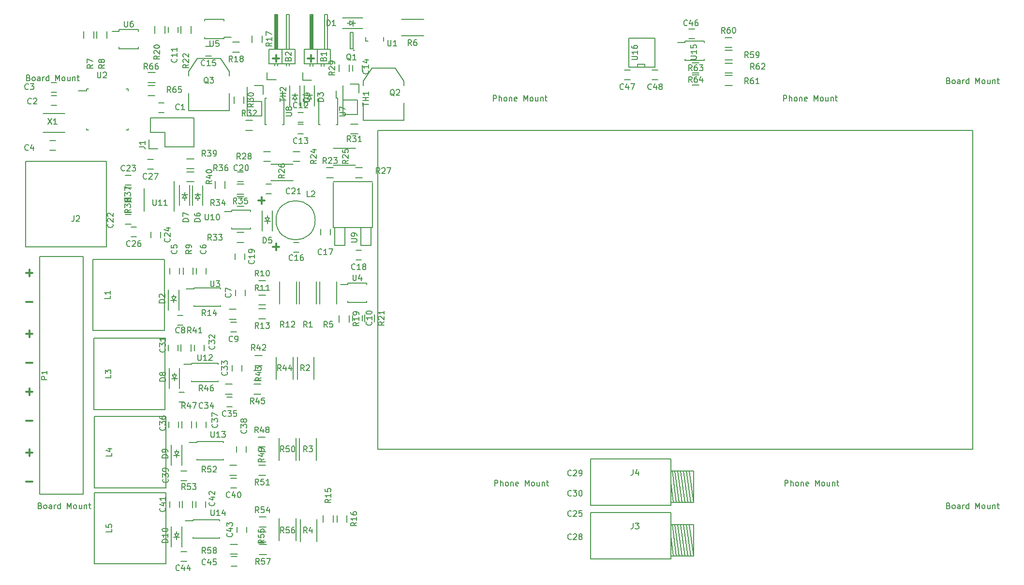
<source format=gto>
G04 #@! TF.FileFunction,Legend,Top*
%FSLAX46Y46*%
G04 Gerber Fmt 4.6, Leading zero omitted, Abs format (unit mm)*
G04 Created by KiCad (PCBNEW (after 2015-mar-04 BZR unknown)-product) date Wed 13 May 2015 01:15:45 AM EDT*
%MOMM*%
G01*
G04 APERTURE LIST*
%ADD10C,0.100000*%
%ADD11C,0.300000*%
%ADD12C,0.200000*%
%ADD13C,0.150000*%
G04 APERTURE END LIST*
D10*
D11*
X111951277Y-73258438D02*
X113094134Y-73258438D01*
X112522705Y-73829866D02*
X112522705Y-72687009D01*
X68771277Y-98658438D02*
X69914134Y-98658438D01*
X69342705Y-99229866D02*
X69342705Y-98087009D01*
X68771277Y-103738438D02*
X69914134Y-103738438D01*
X68771277Y-114406438D02*
X69914134Y-114406438D01*
X68771277Y-109326438D02*
X69914134Y-109326438D01*
X69342705Y-109897866D02*
X69342705Y-108755009D01*
X68771277Y-88498438D02*
X69914134Y-88498438D01*
X69342705Y-89069866D02*
X69342705Y-87927009D01*
X68771277Y-93578438D02*
X69914134Y-93578438D01*
X68771277Y-82910438D02*
X69914134Y-82910438D01*
X68771277Y-77830438D02*
X69914134Y-77830438D01*
X69342705Y-78401866D02*
X69342705Y-77259009D01*
X109411277Y-65130438D02*
X110554134Y-65130438D01*
X109982705Y-65701866D02*
X109982705Y-64559009D01*
X118047277Y-40238438D02*
X119190134Y-40238438D01*
X118618705Y-40809866D02*
X118618705Y-39667009D01*
X111951277Y-40238438D02*
X113094134Y-40238438D01*
X112522705Y-40809866D02*
X112522705Y-39667009D01*
D12*
X130302000Y-108712000D02*
X130302000Y-52832000D01*
X234442000Y-108712000D02*
X130302000Y-108712000D01*
X234442000Y-52832000D02*
X234442000Y-108712000D01*
X130302000Y-52832000D02*
X234442000Y-52832000D01*
D13*
X117220400Y-43997400D02*
X118770400Y-43997400D01*
X117220400Y-42697400D02*
X117220400Y-43997400D01*
X118643400Y-38506400D02*
X118643400Y-32664400D01*
X118643400Y-32664400D02*
X118897400Y-32664400D01*
X118897400Y-32664400D02*
X118897400Y-38506400D01*
X118897400Y-38506400D02*
X118770400Y-38506400D01*
X118770400Y-38506400D02*
X118770400Y-32664400D01*
X118516400Y-41173400D02*
X118516400Y-41554400D01*
X119024400Y-41173400D02*
X119024400Y-41554400D01*
X120456400Y-41173400D02*
X120456400Y-41554400D01*
X120964400Y-41173400D02*
X120964400Y-41554400D01*
X117500400Y-41173400D02*
X117500400Y-38633400D01*
X119740400Y-41173400D02*
X119740400Y-38633400D01*
X120040400Y-41173400D02*
X122070400Y-41173400D01*
X122080400Y-41173400D02*
X122080400Y-38633400D01*
X121056400Y-38633400D02*
X121056400Y-32537400D01*
X121056400Y-32537400D02*
X121564400Y-32537400D01*
X121564400Y-32537400D02*
X121564400Y-38633400D01*
X122070400Y-38633400D02*
X120040400Y-38633400D01*
X120040400Y-38633400D02*
X117500400Y-38633400D01*
X119024400Y-32537400D02*
X119024400Y-38633400D01*
X118516400Y-32537400D02*
X119024400Y-32537400D01*
X118516400Y-38633400D02*
X118516400Y-32537400D01*
X119740400Y-41173400D02*
X119740400Y-38633400D01*
X117500400Y-41173400D02*
X120040400Y-41173400D01*
X110972000Y-43972000D02*
X112522000Y-43972000D01*
X110972000Y-42672000D02*
X110972000Y-43972000D01*
X112395000Y-38481000D02*
X112395000Y-32639000D01*
X112395000Y-32639000D02*
X112649000Y-32639000D01*
X112649000Y-32639000D02*
X112649000Y-38481000D01*
X112649000Y-38481000D02*
X112522000Y-38481000D01*
X112522000Y-38481000D02*
X112522000Y-32639000D01*
X112268000Y-41148000D02*
X112268000Y-41529000D01*
X112776000Y-41148000D02*
X112776000Y-41529000D01*
X114308000Y-41148000D02*
X114308000Y-41529000D01*
X114816000Y-41148000D02*
X114816000Y-41529000D01*
X111252000Y-41148000D02*
X111252000Y-38608000D01*
X113592000Y-41148000D02*
X113592000Y-38608000D01*
X113792000Y-41148000D02*
X115822000Y-41148000D01*
X115832000Y-41148000D02*
X115832000Y-38608000D01*
X114308000Y-38608000D02*
X114308000Y-32512000D01*
X114308000Y-32512000D02*
X114816000Y-32512000D01*
X114816000Y-32512000D02*
X114816000Y-38608000D01*
X115822000Y-38608000D02*
X113792000Y-38608000D01*
X113792000Y-38608000D02*
X111252000Y-38608000D01*
X112776000Y-32512000D02*
X112776000Y-38608000D01*
X112268000Y-32512000D02*
X112776000Y-32512000D01*
X112268000Y-38608000D02*
X112268000Y-32512000D01*
X113592000Y-41148000D02*
X113592000Y-38608000D01*
X111252000Y-41148000D02*
X113792000Y-41148000D01*
X79368001Y-45534500D02*
X79368001Y-45859500D01*
X86618001Y-45534500D02*
X86618001Y-45859500D01*
X86618001Y-52784500D02*
X86618001Y-52459500D01*
X79368001Y-52784500D02*
X79368001Y-52459500D01*
X79368001Y-45534500D02*
X79693001Y-45534500D01*
X79368001Y-52784500D02*
X79693001Y-52784500D01*
X86618001Y-52784500D02*
X86293001Y-52784500D01*
X86618001Y-45534500D02*
X86293001Y-45534500D01*
X79368001Y-45859500D02*
X77943001Y-45859500D01*
X92956000Y-47981500D02*
X91956000Y-47981500D01*
X91956000Y-49681500D02*
X92956000Y-49681500D01*
X73160000Y-48475000D02*
X74160000Y-48475000D01*
X74160000Y-46775000D02*
X73160000Y-46775000D01*
X73160000Y-46189000D02*
X74160000Y-46189000D01*
X74160000Y-44489000D02*
X73160000Y-44489000D01*
X72969500Y-56349000D02*
X73969500Y-56349000D01*
X73969500Y-54649000D02*
X72969500Y-54649000D01*
X93892000Y-76970000D02*
X93892000Y-77970000D01*
X95592000Y-77970000D02*
X95592000Y-76970000D01*
X98591000Y-76970000D02*
X98591000Y-77970000D01*
X100291000Y-77970000D02*
X100291000Y-76970000D01*
X105449705Y-80779295D02*
X105449705Y-81779295D01*
X107149705Y-81779295D02*
X107149705Y-80779295D01*
X96258000Y-85256000D02*
X95258000Y-85256000D01*
X95258000Y-86956000D02*
X96258000Y-86956000D01*
X104593205Y-88161795D02*
X105593205Y-88161795D01*
X105593205Y-86461795D02*
X104593205Y-86461795D01*
X127596000Y-86225000D02*
X127596000Y-85225000D01*
X125896000Y-85225000D02*
X125896000Y-86225000D01*
X95338000Y-35679000D02*
X95338000Y-34679000D01*
X93638000Y-34679000D02*
X93638000Y-35679000D01*
X117340000Y-49696000D02*
X116340000Y-49696000D01*
X116340000Y-51396000D02*
X117340000Y-51396000D01*
X116340000Y-53428000D02*
X117340000Y-53428000D01*
X117340000Y-51728000D02*
X116340000Y-51728000D01*
X127596000Y-42410000D02*
X127596000Y-41410000D01*
X125896000Y-41410000D02*
X125896000Y-42410000D01*
X100211000Y-39775500D02*
X101211000Y-39775500D01*
X101211000Y-38075500D02*
X100211000Y-38075500D01*
X116578000Y-72492500D02*
X115578000Y-72492500D01*
X115578000Y-74192500D02*
X116578000Y-74192500D01*
X120308000Y-70112000D02*
X120308000Y-71112000D01*
X122008000Y-71112000D02*
X122008000Y-70112000D01*
X126500000Y-75526000D02*
X127500000Y-75526000D01*
X127500000Y-73826000D02*
X126500000Y-73826000D01*
X107022000Y-75430000D02*
X107022000Y-74430000D01*
X105322000Y-74430000D02*
X105322000Y-75430000D01*
X105799000Y-61810000D02*
X106799000Y-61810000D01*
X106799000Y-60110000D02*
X105799000Y-60110000D01*
X111752705Y-62268295D02*
X110752705Y-62268295D01*
X110752705Y-63968295D02*
X111752705Y-63968295D01*
X87177500Y-67603000D02*
X86177500Y-67603000D01*
X86177500Y-69303000D02*
X87177500Y-69303000D01*
X87177500Y-60745000D02*
X86177500Y-60745000D01*
X86177500Y-62445000D02*
X87177500Y-62445000D01*
X92290000Y-71620000D02*
X92290000Y-70620000D01*
X90590000Y-70620000D02*
X90590000Y-71620000D01*
X87130000Y-71462000D02*
X88130000Y-71462000D01*
X88130000Y-69762000D02*
X87130000Y-69762000D01*
X90051000Y-59651000D02*
X91051000Y-59651000D01*
X91051000Y-57951000D02*
X90051000Y-57951000D01*
X95338000Y-91432000D02*
X95338000Y-90432000D01*
X93638000Y-90432000D02*
X93638000Y-91432000D01*
X98210000Y-90432000D02*
X98210000Y-91432000D01*
X99910000Y-91432000D02*
X99910000Y-90432000D01*
X104814705Y-93987295D02*
X104814705Y-94987295D01*
X106514705Y-94987295D02*
X106514705Y-93987295D01*
X96512000Y-98718000D02*
X95512000Y-98718000D01*
X95512000Y-100418000D02*
X96512000Y-100418000D01*
X103894705Y-101242795D02*
X104894705Y-101242795D01*
X104894705Y-99542795D02*
X103894705Y-99542795D01*
X95465000Y-104894000D02*
X95465000Y-103894000D01*
X93765000Y-103894000D02*
X93765000Y-104894000D01*
X98591000Y-103894000D02*
X98591000Y-104894000D01*
X100291000Y-104894000D02*
X100291000Y-103894000D01*
X105576705Y-108211295D02*
X105576705Y-109211295D01*
X107276705Y-109211295D02*
X107276705Y-108211295D01*
X96893000Y-112561000D02*
X95893000Y-112561000D01*
X95893000Y-114261000D02*
X96893000Y-114261000D01*
X104593205Y-115466795D02*
X105593205Y-115466795D01*
X105593205Y-113766795D02*
X104593205Y-113766795D01*
X95592000Y-118864000D02*
X95592000Y-117864000D01*
X93892000Y-117864000D02*
X93892000Y-118864000D01*
X98464000Y-117864000D02*
X98464000Y-118864000D01*
X100164000Y-118864000D02*
X100164000Y-117864000D01*
X105703705Y-122308295D02*
X105703705Y-123308295D01*
X107403705Y-123308295D02*
X107403705Y-122308295D01*
X96893000Y-126658000D02*
X95893000Y-126658000D01*
X95893000Y-128358000D02*
X96893000Y-128358000D01*
X104720205Y-129246295D02*
X105720205Y-129246295D01*
X105720205Y-127546295D02*
X104720205Y-127546295D01*
X184793000Y-36791000D02*
X185793000Y-36791000D01*
X185793000Y-35091000D02*
X184793000Y-35091000D01*
X174553500Y-42266500D02*
X173553500Y-42266500D01*
X173553500Y-43966500D02*
X174553500Y-43966500D01*
X178379500Y-43966500D02*
X179379500Y-43966500D01*
X179379500Y-42266500D02*
X178379500Y-42266500D01*
X125412500Y-34036000D02*
X125031500Y-34036000D01*
X126428500Y-34036000D02*
X126047500Y-34036000D01*
X126047500Y-34036000D02*
X125412500Y-34417000D01*
X125412500Y-34417000D02*
X125412500Y-33655000D01*
X125412500Y-33655000D02*
X126047500Y-34036000D01*
X126047500Y-34544000D02*
X126047500Y-33528000D01*
X127730000Y-33136000D02*
X124190000Y-33136000D01*
X127730000Y-34936000D02*
X124190000Y-34936000D01*
X94615000Y-81978500D02*
X94615000Y-81597500D01*
X94615000Y-82994500D02*
X94615000Y-82613500D01*
X94615000Y-82613500D02*
X94234000Y-81978500D01*
X94234000Y-81978500D02*
X94996000Y-81978500D01*
X94996000Y-81978500D02*
X94615000Y-82613500D01*
X94107000Y-82613500D02*
X95123000Y-82613500D01*
X95515000Y-84296000D02*
X95515000Y-80756000D01*
X93715000Y-84296000D02*
X93715000Y-80756000D01*
X118364000Y-47307500D02*
X118364000Y-47688500D01*
X118364000Y-46291500D02*
X118364000Y-46672500D01*
X118364000Y-46672500D02*
X118745000Y-47307500D01*
X118745000Y-47307500D02*
X117983000Y-47307500D01*
X117983000Y-47307500D02*
X118364000Y-46672500D01*
X118872000Y-46672500D02*
X117856000Y-46672500D01*
X117464000Y-44990000D02*
X117464000Y-48530000D01*
X119264000Y-44990000D02*
X119264000Y-48530000D01*
X115824000Y-47307500D02*
X115824000Y-47688500D01*
X115824000Y-46291500D02*
X115824000Y-46672500D01*
X115824000Y-46672500D02*
X116205000Y-47307500D01*
X116205000Y-47307500D02*
X115443000Y-47307500D01*
X115443000Y-47307500D02*
X115824000Y-46672500D01*
X116332000Y-46672500D02*
X115316000Y-46672500D01*
X114924000Y-44990000D02*
X114924000Y-48530000D01*
X116724000Y-44990000D02*
X116724000Y-48530000D01*
X110998000Y-68135500D02*
X110998000Y-67754500D01*
X110998000Y-69151500D02*
X110998000Y-68770500D01*
X110998000Y-68770500D02*
X110617000Y-68135500D01*
X110617000Y-68135500D02*
X111379000Y-68135500D01*
X111379000Y-68135500D02*
X110998000Y-68770500D01*
X110490000Y-68770500D02*
X111506000Y-68770500D01*
X111898000Y-70453000D02*
X111898000Y-66913000D01*
X110098000Y-70453000D02*
X110098000Y-66913000D01*
X98806000Y-64770000D02*
X98806000Y-65151000D01*
X98806000Y-63754000D02*
X98806000Y-64135000D01*
X98806000Y-64135000D02*
X99187000Y-64770000D01*
X99187000Y-64770000D02*
X98425000Y-64770000D01*
X98425000Y-64770000D02*
X98806000Y-64135000D01*
X99314000Y-64135000D02*
X98298000Y-64135000D01*
X97906000Y-62452500D02*
X97906000Y-65992500D01*
X99706000Y-62452500D02*
X99706000Y-65992500D01*
X96520000Y-64706500D02*
X96520000Y-65087500D01*
X96520000Y-63690500D02*
X96520000Y-64071500D01*
X96520000Y-64071500D02*
X96901000Y-64706500D01*
X96901000Y-64706500D02*
X96139000Y-64706500D01*
X96139000Y-64706500D02*
X96520000Y-64071500D01*
X97028000Y-64071500D02*
X96012000Y-64071500D01*
X95620000Y-62389000D02*
X95620000Y-65929000D01*
X97420000Y-62389000D02*
X97420000Y-65929000D01*
X95123000Y-123507500D02*
X95123000Y-123126500D01*
X95123000Y-124523500D02*
X95123000Y-124142500D01*
X95123000Y-124142500D02*
X94742000Y-123507500D01*
X94742000Y-123507500D02*
X95504000Y-123507500D01*
X95504000Y-123507500D02*
X95123000Y-124142500D01*
X94615000Y-124142500D02*
X95631000Y-124142500D01*
X96023000Y-125825000D02*
X96023000Y-122285000D01*
X94223000Y-125825000D02*
X94223000Y-122285000D01*
X68707705Y-58292295D02*
X82804705Y-58292295D01*
X82804705Y-73278295D02*
X68707705Y-73278295D01*
X68707705Y-58292295D02*
X68707705Y-73278295D01*
X82804705Y-58292295D02*
X82804705Y-73278295D01*
X80491000Y-75411000D02*
X92991000Y-75411000D01*
X80491000Y-87911000D02*
X80491000Y-75411000D01*
X92991000Y-87911000D02*
X80491000Y-87911000D01*
X92991000Y-75411000D02*
X92991000Y-87911000D01*
X119380000Y-68580000D02*
G75*
G03X119380000Y-68580000I-3429000J0D01*
G01*
X80618000Y-89254000D02*
X93118000Y-89254000D01*
X80618000Y-101754000D02*
X80618000Y-89254000D01*
X93118000Y-101754000D02*
X80618000Y-101754000D01*
X93118000Y-89254000D02*
X93118000Y-101754000D01*
X80745000Y-102970000D02*
X93245000Y-102970000D01*
X80745000Y-115470000D02*
X80745000Y-102970000D01*
X93245000Y-115470000D02*
X80745000Y-115470000D01*
X93245000Y-102970000D02*
X93245000Y-115470000D01*
X80745000Y-116305000D02*
X93245000Y-116305000D01*
X80745000Y-128805000D02*
X80745000Y-116305000D01*
X93245000Y-128805000D02*
X80745000Y-128805000D01*
X93245000Y-116305000D02*
X93245000Y-128805000D01*
X71129000Y-74938000D02*
X71129000Y-116578000D01*
X78749000Y-74938000D02*
X78749000Y-116578000D01*
X78749000Y-116578000D02*
X71149000Y-116578000D01*
X78749000Y-74938000D02*
X71149000Y-74938000D01*
X127762000Y-48006000D02*
X127762000Y-51054000D01*
X127762000Y-51054000D02*
X134874000Y-51054000D01*
X134874000Y-51054000D02*
X134874000Y-48006000D01*
X127762000Y-44958000D02*
X127762000Y-44196000D01*
X127762000Y-44196000D02*
X129286000Y-41910000D01*
X129286000Y-41910000D02*
X133350000Y-41910000D01*
X133350000Y-41910000D02*
X134874000Y-44196000D01*
X134874000Y-44196000D02*
X134874000Y-44958000D01*
X97218500Y-46355000D02*
X97218500Y-49403000D01*
X97218500Y-49403000D02*
X104330500Y-49403000D01*
X104330500Y-49403000D02*
X104330500Y-46355000D01*
X97218500Y-43307000D02*
X97218500Y-42545000D01*
X97218500Y-42545000D02*
X98742500Y-40259000D01*
X98742500Y-40259000D02*
X102806500Y-40259000D01*
X102806500Y-40259000D02*
X104330500Y-42545000D01*
X104330500Y-42545000D02*
X104330500Y-43307000D01*
X116635000Y-83230000D02*
X116635000Y-79330000D01*
X119585000Y-79330000D02*
X119585000Y-83230000D01*
X119204000Y-92538000D02*
X119204000Y-96438000D01*
X116254000Y-96438000D02*
X116254000Y-92538000D01*
X82917000Y-35468000D02*
X82917000Y-36668000D01*
X81167000Y-36668000D02*
X81167000Y-35468000D01*
X96280000Y-78070000D02*
X96280000Y-76870000D01*
X98030000Y-76870000D02*
X98030000Y-78070000D01*
X110709705Y-80884295D02*
X109509705Y-80884295D01*
X109509705Y-79134295D02*
X110709705Y-79134295D01*
X110709705Y-83424295D02*
X109509705Y-83424295D01*
X109509705Y-81674295D02*
X110709705Y-81674295D01*
X109509705Y-84087295D02*
X110709705Y-84087295D01*
X110709705Y-85837295D02*
X109509705Y-85837295D01*
X104366205Y-84150795D02*
X105566205Y-84150795D01*
X105566205Y-85900795D02*
X104366205Y-85900795D01*
X122541000Y-120304000D02*
X122541000Y-121504000D01*
X120791000Y-121504000D02*
X120791000Y-120304000D01*
X123204000Y-121504000D02*
X123204000Y-120304000D01*
X124954000Y-120304000D02*
X124954000Y-121504000D01*
X108345000Y-37430000D02*
X108345000Y-36230000D01*
X110095000Y-36230000D02*
X110095000Y-37430000D01*
X104937000Y-37352000D02*
X106137000Y-37352000D01*
X106137000Y-39102000D02*
X104937000Y-39102000D01*
X123585000Y-86452000D02*
X123585000Y-85252000D01*
X125335000Y-85252000D02*
X125335000Y-86452000D01*
X95899000Y-35779000D02*
X95899000Y-34579000D01*
X97649000Y-34579000D02*
X97649000Y-35779000D01*
X122583500Y-61136500D02*
X121383500Y-61136500D01*
X121383500Y-59386500D02*
X122583500Y-59386500D01*
X122573500Y-55992500D02*
X126473500Y-55992500D01*
X126473500Y-58942500D02*
X122573500Y-58942500D01*
X127663500Y-61136500D02*
X126463500Y-61136500D01*
X126463500Y-59386500D02*
X127663500Y-59386500D01*
X110335205Y-56528295D02*
X111535205Y-56528295D01*
X111535205Y-58278295D02*
X110335205Y-58278295D01*
X125335000Y-41310000D02*
X125335000Y-42510000D01*
X123585000Y-42510000D02*
X123585000Y-41310000D01*
X105170000Y-48098000D02*
X105170000Y-46898000D01*
X106920000Y-46898000D02*
X106920000Y-48098000D01*
X125638000Y-51703000D02*
X126838000Y-51703000D01*
X126838000Y-53453000D02*
X125638000Y-53453000D01*
X108423000Y-52818000D02*
X107223000Y-52818000D01*
X107223000Y-51068000D02*
X108423000Y-51068000D01*
X105699000Y-70689500D02*
X106899000Y-70689500D01*
X106899000Y-72439500D02*
X105699000Y-72439500D01*
X105699000Y-64403000D02*
X106899000Y-64403000D01*
X106899000Y-66153000D02*
X105699000Y-66153000D01*
X105699000Y-62244000D02*
X106899000Y-62244000D01*
X106899000Y-63994000D02*
X105699000Y-63994000D01*
X101868000Y-62957000D02*
X101868000Y-61757000D01*
X103618000Y-61757000D02*
X103618000Y-62957000D01*
X87214000Y-64692500D02*
X86014000Y-64692500D01*
X86014000Y-62942500D02*
X87214000Y-62942500D01*
X98136000Y-59549000D02*
X96936000Y-59549000D01*
X96936000Y-57799000D02*
X98136000Y-57799000D01*
X96936000Y-60085000D02*
X98136000Y-60085000D01*
X98136000Y-61835000D02*
X96936000Y-61835000D01*
X95899000Y-91532000D02*
X95899000Y-90332000D01*
X97649000Y-90332000D02*
X97649000Y-91532000D01*
X110074705Y-94028795D02*
X108874705Y-94028795D01*
X108874705Y-92278795D02*
X110074705Y-92278795D01*
X108684205Y-97295295D02*
X109884205Y-97295295D01*
X109884205Y-99045295D02*
X108684205Y-99045295D01*
X103667705Y-97295295D02*
X104867705Y-97295295D01*
X104867705Y-99045295D02*
X103667705Y-99045295D01*
X96026000Y-104994000D02*
X96026000Y-103794000D01*
X97776000Y-103794000D02*
X97776000Y-104994000D01*
X110709705Y-110919795D02*
X109509705Y-110919795D01*
X109509705Y-109169795D02*
X110709705Y-109169795D01*
X109509705Y-111519295D02*
X110709705Y-111519295D01*
X110709705Y-113269295D02*
X109509705Y-113269295D01*
X104429705Y-111519295D02*
X105629705Y-111519295D01*
X105629705Y-113269295D02*
X104429705Y-113269295D01*
X96153000Y-118964000D02*
X96153000Y-117764000D01*
X97903000Y-117764000D02*
X97903000Y-118964000D01*
X110773205Y-122349795D02*
X109573205Y-122349795D01*
X109573205Y-120599795D02*
X110773205Y-120599795D01*
X110773205Y-124953295D02*
X109573205Y-124953295D01*
X109573205Y-123203295D02*
X110773205Y-123203295D01*
X109636705Y-125425795D02*
X110836705Y-125425795D01*
X110836705Y-127175795D02*
X109636705Y-127175795D01*
X104556705Y-125362295D02*
X105756705Y-125362295D01*
X105756705Y-127112295D02*
X104556705Y-127112295D01*
X191170000Y-38749000D02*
X192370000Y-38749000D01*
X192370000Y-40499000D02*
X191170000Y-40499000D01*
X192334001Y-38299000D02*
X191134001Y-38299000D01*
X191134001Y-36549000D02*
X192334001Y-36549000D01*
X191170000Y-43194000D02*
X192370000Y-43194000D01*
X192370000Y-44944000D02*
X191170000Y-44944000D01*
X192370000Y-42785000D02*
X191170000Y-42785000D01*
X191170000Y-41035000D02*
X192370000Y-41035000D01*
X186591500Y-44880500D02*
X185391500Y-44880500D01*
X185391500Y-43130500D02*
X186591500Y-43130500D01*
X185391500Y-40971500D02*
X186591500Y-40971500D01*
X186591500Y-42721500D02*
X185391500Y-42721500D01*
X125476000Y-44678000D02*
X127026000Y-44678000D01*
X127026000Y-46228000D02*
X127026000Y-44678000D01*
X124206000Y-44958000D02*
X124206000Y-47498000D01*
X126746000Y-50038000D02*
X126746000Y-47498000D01*
X126746000Y-47498000D02*
X124206000Y-47498000D01*
X124206000Y-47498000D02*
X124206000Y-50038000D01*
X124206000Y-50038000D02*
X126746000Y-50038000D01*
X108712000Y-44932000D02*
X110262000Y-44932000D01*
X110262000Y-46482000D02*
X110262000Y-44932000D01*
X107442000Y-45212000D02*
X107442000Y-47752000D01*
X109982000Y-50292000D02*
X109982000Y-47752000D01*
X109982000Y-47752000D02*
X107442000Y-47752000D01*
X107442000Y-47752000D02*
X107442000Y-50292000D01*
X107442000Y-50292000D02*
X109982000Y-50292000D01*
X128193800Y-37180520D02*
X128684020Y-37180520D01*
X128193800Y-36479480D02*
X128193800Y-37180520D01*
X131394200Y-36479480D02*
X131394200Y-37180520D01*
X98132000Y-80417000D02*
X98132000Y-80617000D01*
X102782000Y-80417000D02*
X102782000Y-80617000D01*
X102782000Y-83667000D02*
X102782000Y-83467000D01*
X98132000Y-83667000D02*
X98132000Y-83467000D01*
X98132000Y-80417000D02*
X102782000Y-80417000D01*
X98132000Y-83667000D02*
X102782000Y-83667000D01*
X98132000Y-80617000D02*
X96782000Y-80617000D01*
X125071000Y-79605000D02*
X125071000Y-79855000D01*
X128421000Y-79605000D02*
X128421000Y-79855000D01*
X128421000Y-82955000D02*
X128421000Y-82705000D01*
X125071000Y-82955000D02*
X125071000Y-82705000D01*
X125071000Y-79605000D02*
X128421000Y-79605000D01*
X125071000Y-82955000D02*
X128421000Y-82955000D01*
X125071000Y-79855000D02*
X123821000Y-79855000D01*
X103402000Y-36727000D02*
X103402000Y-36477000D01*
X100052000Y-36727000D02*
X100052000Y-36477000D01*
X100052000Y-33377000D02*
X100052000Y-33627000D01*
X103402000Y-33377000D02*
X103402000Y-33627000D01*
X103402000Y-36727000D02*
X100052000Y-36727000D01*
X103402000Y-33377000D02*
X100052000Y-33377000D01*
X103402000Y-36477000D02*
X104652000Y-36477000D01*
X85066000Y-35155000D02*
X85066000Y-35455000D01*
X88416000Y-35155000D02*
X88416000Y-35455000D01*
X88416000Y-38505000D02*
X88416000Y-38205000D01*
X85066000Y-38505000D02*
X85066000Y-38205000D01*
X85066000Y-35155000D02*
X88416000Y-35155000D01*
X85066000Y-38505000D02*
X88416000Y-38505000D01*
X85066000Y-35455000D02*
X83841000Y-35455000D01*
X123291000Y-47205000D02*
X123091000Y-47205000D01*
X123291000Y-51855000D02*
X123091000Y-51855000D01*
X120041000Y-51855000D02*
X120241000Y-51855000D01*
X120041000Y-47205000D02*
X120241000Y-47205000D01*
X123291000Y-47205000D02*
X123291000Y-51855000D01*
X120041000Y-47205000D02*
X120041000Y-51855000D01*
X123091000Y-47205000D02*
X123091000Y-45855000D01*
X113893000Y-47205000D02*
X113693000Y-47205000D01*
X113893000Y-51855000D02*
X113693000Y-51855000D01*
X110643000Y-51855000D02*
X110843000Y-51855000D01*
X110643000Y-47205000D02*
X110843000Y-47205000D01*
X113893000Y-47205000D02*
X113893000Y-51855000D01*
X110643000Y-47205000D02*
X110643000Y-51855000D01*
X113693000Y-47205000D02*
X113693000Y-45855000D01*
X127381000Y-69850000D02*
X127381000Y-73025000D01*
X127381000Y-73025000D02*
X129159000Y-73025000D01*
X129159000Y-73025000D02*
X129159000Y-69850000D01*
X122809000Y-69850000D02*
X122809000Y-73025000D01*
X122809000Y-73025000D02*
X124587000Y-73025000D01*
X124587000Y-73025000D02*
X124587000Y-69850000D01*
X129413000Y-63754000D02*
X129413000Y-69850000D01*
X129413000Y-69850000D02*
X122555000Y-69850000D01*
X122555000Y-69850000D02*
X122555000Y-61976000D01*
X122555000Y-61849000D02*
X129413000Y-61849000D01*
X129413000Y-61976000D02*
X129413000Y-63754000D01*
X104751000Y-66778000D02*
X104751000Y-67028000D01*
X108101000Y-66778000D02*
X108101000Y-67028000D01*
X108101000Y-70128000D02*
X108101000Y-69878000D01*
X104751000Y-70128000D02*
X104751000Y-69878000D01*
X104751000Y-66778000D02*
X108101000Y-66778000D01*
X104751000Y-70128000D02*
X108101000Y-70128000D01*
X104751000Y-67028000D02*
X103501000Y-67028000D01*
X89427500Y-62960500D02*
X89427500Y-66960500D01*
X94722500Y-61685500D02*
X94722500Y-66960500D01*
X97751000Y-93625000D02*
X97751000Y-93825000D01*
X102401000Y-93625000D02*
X102401000Y-93825000D01*
X102401000Y-96875000D02*
X102401000Y-96675000D01*
X97751000Y-96875000D02*
X97751000Y-96675000D01*
X97751000Y-93625000D02*
X102401000Y-93625000D01*
X97751000Y-96875000D02*
X102401000Y-96875000D01*
X97751000Y-93825000D02*
X96401000Y-93825000D01*
X98640000Y-107341000D02*
X98640000Y-107541000D01*
X103290000Y-107341000D02*
X103290000Y-107541000D01*
X103290000Y-110591000D02*
X103290000Y-110391000D01*
X98640000Y-110591000D02*
X98640000Y-110391000D01*
X98640000Y-107341000D02*
X103290000Y-107341000D01*
X98640000Y-110591000D02*
X103290000Y-110591000D01*
X98640000Y-107541000D02*
X97290000Y-107541000D01*
X98005000Y-121057000D02*
X98005000Y-121257000D01*
X102655000Y-121057000D02*
X102655000Y-121257000D01*
X102655000Y-124307000D02*
X102655000Y-124107000D01*
X98005000Y-124307000D02*
X98005000Y-124107000D01*
X98005000Y-121057000D02*
X102655000Y-121057000D01*
X98005000Y-124307000D02*
X102655000Y-124307000D01*
X98005000Y-121257000D02*
X96655000Y-121257000D01*
X184105571Y-37204000D02*
X184105571Y-37454000D01*
X187455571Y-37204000D02*
X187455571Y-37454000D01*
X187455571Y-40554000D02*
X187455571Y-40304000D01*
X184105571Y-40554000D02*
X184105571Y-40304000D01*
X184105571Y-37204000D02*
X187455571Y-37204000D01*
X184105571Y-40554000D02*
X187455571Y-40554000D01*
X184105571Y-37454000D02*
X182855571Y-37454000D01*
X174307500Y-41719500D02*
X174307500Y-36639500D01*
X174307500Y-36639500D02*
X178879500Y-36639500D01*
X178879500Y-36639500D02*
X178879500Y-41719500D01*
X178879500Y-41719500D02*
X174307500Y-41719500D01*
X175831500Y-41719500D02*
X175831500Y-41211500D01*
X175831500Y-41211500D02*
X177101500Y-41211500D01*
X177101500Y-41211500D02*
X177101500Y-41719500D01*
X75565000Y-49911000D02*
X71755000Y-49911000D01*
X75565000Y-53213000D02*
X71755000Y-53213000D01*
X110646205Y-108316295D02*
X109446205Y-108316295D01*
X109446205Y-106566295D02*
X110646205Y-106566295D01*
X94742000Y-95694500D02*
X94742000Y-95313500D01*
X94742000Y-96710500D02*
X94742000Y-96329500D01*
X94742000Y-96329500D02*
X94361000Y-95694500D01*
X94361000Y-95694500D02*
X95123000Y-95694500D01*
X95123000Y-95694500D02*
X94742000Y-96329500D01*
X94234000Y-96329500D02*
X95250000Y-96329500D01*
X95642000Y-98012000D02*
X95642000Y-94472000D01*
X93842000Y-98012000D02*
X93842000Y-94472000D01*
X95123000Y-109156500D02*
X95123000Y-108775500D01*
X95123000Y-110172500D02*
X95123000Y-109791500D01*
X95123000Y-109791500D02*
X94742000Y-109156500D01*
X94742000Y-109156500D02*
X95504000Y-109156500D01*
X95504000Y-109156500D02*
X95123000Y-109791500D01*
X94615000Y-109791500D02*
X95631000Y-109791500D01*
X96023000Y-111474000D02*
X96023000Y-107934000D01*
X94223000Y-111474000D02*
X94223000Y-107934000D01*
X116635000Y-110662000D02*
X116635000Y-106762000D01*
X119585000Y-106762000D02*
X119585000Y-110662000D01*
X119712000Y-120986000D02*
X119712000Y-124886000D01*
X116762000Y-124886000D02*
X116762000Y-120986000D01*
X123141000Y-79330000D02*
X123141000Y-83230000D01*
X120191000Y-83230000D02*
X120191000Y-79330000D01*
X134448000Y-33323000D02*
X138348000Y-33323000D01*
X138348000Y-36273000D02*
X134448000Y-36273000D01*
X113143205Y-83229295D02*
X113143205Y-79329295D01*
X116093205Y-79329295D02*
X116093205Y-83229295D01*
X115552205Y-61672295D02*
X111652205Y-61672295D01*
X111652205Y-58722295D02*
X115552205Y-58722295D01*
X87277500Y-67105500D02*
X86077500Y-67105500D01*
X86077500Y-65355500D02*
X87277500Y-65355500D01*
X109884205Y-96632295D02*
X108684205Y-96632295D01*
X108684205Y-94882295D02*
X109884205Y-94882295D01*
X112571705Y-96437295D02*
X112571705Y-92537295D01*
X115521705Y-92537295D02*
X115521705Y-96437295D01*
X113079705Y-110661295D02*
X113079705Y-106761295D01*
X116029705Y-106761295D02*
X116029705Y-110661295D01*
X113079705Y-124758295D02*
X113079705Y-120858295D01*
X116029705Y-120858295D02*
X116029705Y-124758295D01*
X80631000Y-35468000D02*
X80631000Y-36668000D01*
X78881000Y-36668000D02*
X78881000Y-35468000D01*
X91327000Y-35779000D02*
X91327000Y-34579000D01*
X93077000Y-34579000D02*
X93077000Y-35779000D01*
X128030000Y-86325000D02*
X128030000Y-85125000D01*
X129780000Y-85125000D02*
X129780000Y-86325000D01*
X126230000Y-38784000D02*
G75*
G03X126230000Y-38784000I-100000J0D01*
G01*
X125480000Y-38534000D02*
X125980000Y-38534000D01*
X125480000Y-35634000D02*
X125480000Y-38534000D01*
X125980000Y-35634000D02*
X125480000Y-35634000D01*
X125980000Y-38534000D02*
X125980000Y-35634000D01*
X93091000Y-55753000D02*
X98171000Y-55753000D01*
X90271000Y-56033000D02*
X90271000Y-54483000D01*
X90551000Y-53213000D02*
X93091000Y-53213000D01*
X93091000Y-53213000D02*
X93091000Y-55753000D01*
X98171000Y-55753000D02*
X98171000Y-50673000D01*
X98171000Y-50673000D02*
X93091000Y-50673000D01*
X90271000Y-56033000D02*
X91821000Y-56033000D01*
X90551000Y-50673000D02*
X90551000Y-53213000D01*
X93091000Y-50673000D02*
X90551000Y-50673000D01*
X115542205Y-56528295D02*
X116742205Y-56528295D01*
X116742205Y-58278295D02*
X115542205Y-58278295D01*
X91342205Y-46721295D02*
X90142205Y-46721295D01*
X90142205Y-44971295D02*
X91342205Y-44971295D01*
X91358000Y-44436000D02*
X90158000Y-44436000D01*
X90158000Y-42686000D02*
X91358000Y-42686000D01*
X182110705Y-127463295D02*
X181610705Y-123963295D01*
X182610705Y-127463295D02*
X181860705Y-121963295D01*
X183110705Y-127463295D02*
X182360705Y-121963295D01*
X183610705Y-127463295D02*
X182860705Y-121963295D01*
X184110705Y-127463295D02*
X183360705Y-121963295D01*
X184610705Y-127463295D02*
X183860705Y-121963295D01*
X185110705Y-127463295D02*
X184360705Y-121963295D01*
X185610705Y-127463295D02*
X184860705Y-121963295D01*
X181610705Y-127463295D02*
X185610705Y-127463295D01*
X185610705Y-127463295D02*
X185610705Y-121963295D01*
X185610705Y-121963295D02*
X181610705Y-121963295D01*
X181610705Y-119813295D02*
X181610705Y-127913295D01*
X181610705Y-127913295D02*
X167610705Y-127913295D01*
X167610705Y-127913295D02*
X167610705Y-120813295D01*
X167610705Y-120813295D02*
X167610705Y-119813295D01*
X167610705Y-119813295D02*
X181610705Y-119813295D01*
X182110705Y-118065295D02*
X181610705Y-114565295D01*
X182610705Y-118065295D02*
X181860705Y-112565295D01*
X183110705Y-118065295D02*
X182360705Y-112565295D01*
X183610705Y-118065295D02*
X182860705Y-112565295D01*
X184110705Y-118065295D02*
X183360705Y-112565295D01*
X184610705Y-118065295D02*
X183860705Y-112565295D01*
X185110705Y-118065295D02*
X184360705Y-112565295D01*
X185610705Y-118065295D02*
X184860705Y-112565295D01*
X181610705Y-118065295D02*
X185610705Y-118065295D01*
X185610705Y-118065295D02*
X185610705Y-112565295D01*
X185610705Y-112565295D02*
X181610705Y-112565295D01*
X181610705Y-110415295D02*
X181610705Y-118515295D01*
X181610705Y-118515295D02*
X167610705Y-118515295D01*
X167610705Y-118515295D02*
X167610705Y-111415295D01*
X167610705Y-111415295D02*
X167610705Y-110415295D01*
X167610705Y-110415295D02*
X181610705Y-110415295D01*
X120798971Y-40302161D02*
X120846590Y-40159304D01*
X120894210Y-40111685D01*
X120989448Y-40064066D01*
X121132305Y-40064066D01*
X121227543Y-40111685D01*
X121275162Y-40159304D01*
X121322781Y-40254542D01*
X121322781Y-40635495D01*
X120322781Y-40635495D01*
X120322781Y-40302161D01*
X120370400Y-40206923D01*
X120418019Y-40159304D01*
X120513257Y-40111685D01*
X120608495Y-40111685D01*
X120703733Y-40159304D01*
X120751352Y-40206923D01*
X120798971Y-40302161D01*
X120798971Y-40635495D01*
X121322781Y-39111685D02*
X121322781Y-39683114D01*
X121322781Y-39397400D02*
X120322781Y-39397400D01*
X120465638Y-39492638D01*
X120560876Y-39587876D01*
X120608495Y-39683114D01*
X114650571Y-40276761D02*
X114698190Y-40133904D01*
X114745810Y-40086285D01*
X114841048Y-40038666D01*
X114983905Y-40038666D01*
X115079143Y-40086285D01*
X115126762Y-40133904D01*
X115174381Y-40229142D01*
X115174381Y-40610095D01*
X114174381Y-40610095D01*
X114174381Y-40276761D01*
X114222000Y-40181523D01*
X114269619Y-40133904D01*
X114364857Y-40086285D01*
X114460095Y-40086285D01*
X114555333Y-40133904D01*
X114602952Y-40181523D01*
X114650571Y-40276761D01*
X114650571Y-40610095D01*
X114269619Y-39657714D02*
X114222000Y-39610095D01*
X114174381Y-39514857D01*
X114174381Y-39276761D01*
X114222000Y-39181523D01*
X114269619Y-39133904D01*
X114364857Y-39086285D01*
X114460095Y-39086285D01*
X114602952Y-39133904D01*
X115174381Y-39705333D01*
X115174381Y-39086285D01*
X81280800Y-42631676D02*
X81280800Y-43441200D01*
X81328419Y-43536438D01*
X81376038Y-43584057D01*
X81471276Y-43631676D01*
X81661753Y-43631676D01*
X81756991Y-43584057D01*
X81804610Y-43536438D01*
X81852229Y-43441200D01*
X81852229Y-42631676D01*
X82280800Y-42726914D02*
X82328419Y-42679295D01*
X82423657Y-42631676D01*
X82661753Y-42631676D01*
X82756991Y-42679295D01*
X82804610Y-42726914D01*
X82852229Y-42822152D01*
X82852229Y-42917390D01*
X82804610Y-43060247D01*
X82233181Y-43631676D01*
X82852229Y-43631676D01*
X230252229Y-44123866D02*
X230395086Y-44171485D01*
X230442705Y-44219105D01*
X230490324Y-44314343D01*
X230490324Y-44457200D01*
X230442705Y-44552438D01*
X230395086Y-44600057D01*
X230299848Y-44647676D01*
X229918895Y-44647676D01*
X229918895Y-43647676D01*
X230252229Y-43647676D01*
X230347467Y-43695295D01*
X230395086Y-43742914D01*
X230442705Y-43838152D01*
X230442705Y-43933390D01*
X230395086Y-44028628D01*
X230347467Y-44076247D01*
X230252229Y-44123866D01*
X229918895Y-44123866D01*
X231061752Y-44647676D02*
X230966514Y-44600057D01*
X230918895Y-44552438D01*
X230871276Y-44457200D01*
X230871276Y-44171485D01*
X230918895Y-44076247D01*
X230966514Y-44028628D01*
X231061752Y-43981009D01*
X231204610Y-43981009D01*
X231299848Y-44028628D01*
X231347467Y-44076247D01*
X231395086Y-44171485D01*
X231395086Y-44457200D01*
X231347467Y-44552438D01*
X231299848Y-44600057D01*
X231204610Y-44647676D01*
X231061752Y-44647676D01*
X232252229Y-44647676D02*
X232252229Y-44123866D01*
X232204610Y-44028628D01*
X232109372Y-43981009D01*
X231918895Y-43981009D01*
X231823657Y-44028628D01*
X232252229Y-44600057D02*
X232156991Y-44647676D01*
X231918895Y-44647676D01*
X231823657Y-44600057D01*
X231776038Y-44504819D01*
X231776038Y-44409581D01*
X231823657Y-44314343D01*
X231918895Y-44266724D01*
X232156991Y-44266724D01*
X232252229Y-44219105D01*
X232728419Y-44647676D02*
X232728419Y-43981009D01*
X232728419Y-44171485D02*
X232776038Y-44076247D01*
X232823657Y-44028628D01*
X232918895Y-43981009D01*
X233014134Y-43981009D01*
X233776039Y-44647676D02*
X233776039Y-43647676D01*
X233776039Y-44600057D02*
X233680801Y-44647676D01*
X233490324Y-44647676D01*
X233395086Y-44600057D01*
X233347467Y-44552438D01*
X233299848Y-44457200D01*
X233299848Y-44171485D01*
X233347467Y-44076247D01*
X233395086Y-44028628D01*
X233490324Y-43981009D01*
X233680801Y-43981009D01*
X233776039Y-44028628D01*
X235014134Y-44647676D02*
X235014134Y-43647676D01*
X235347468Y-44361962D01*
X235680801Y-43647676D01*
X235680801Y-44647676D01*
X236299848Y-44647676D02*
X236204610Y-44600057D01*
X236156991Y-44552438D01*
X236109372Y-44457200D01*
X236109372Y-44171485D01*
X236156991Y-44076247D01*
X236204610Y-44028628D01*
X236299848Y-43981009D01*
X236442706Y-43981009D01*
X236537944Y-44028628D01*
X236585563Y-44076247D01*
X236633182Y-44171485D01*
X236633182Y-44457200D01*
X236585563Y-44552438D01*
X236537944Y-44600057D01*
X236442706Y-44647676D01*
X236299848Y-44647676D01*
X237490325Y-43981009D02*
X237490325Y-44647676D01*
X237061753Y-43981009D02*
X237061753Y-44504819D01*
X237109372Y-44600057D01*
X237204610Y-44647676D01*
X237347468Y-44647676D01*
X237442706Y-44600057D01*
X237490325Y-44552438D01*
X237966515Y-43981009D02*
X237966515Y-44647676D01*
X237966515Y-44076247D02*
X238014134Y-44028628D01*
X238109372Y-43981009D01*
X238252230Y-43981009D01*
X238347468Y-44028628D01*
X238395087Y-44123866D01*
X238395087Y-44647676D01*
X238728420Y-43981009D02*
X239109372Y-43981009D01*
X238871277Y-43647676D02*
X238871277Y-44504819D01*
X238918896Y-44600057D01*
X239014134Y-44647676D01*
X239109372Y-44647676D01*
X230251524Y-118610071D02*
X230394381Y-118657690D01*
X230442000Y-118705310D01*
X230489619Y-118800548D01*
X230489619Y-118943405D01*
X230442000Y-119038643D01*
X230394381Y-119086262D01*
X230299143Y-119133881D01*
X229918190Y-119133881D01*
X229918190Y-118133881D01*
X230251524Y-118133881D01*
X230346762Y-118181500D01*
X230394381Y-118229119D01*
X230442000Y-118324357D01*
X230442000Y-118419595D01*
X230394381Y-118514833D01*
X230346762Y-118562452D01*
X230251524Y-118610071D01*
X229918190Y-118610071D01*
X231061047Y-119133881D02*
X230965809Y-119086262D01*
X230918190Y-119038643D01*
X230870571Y-118943405D01*
X230870571Y-118657690D01*
X230918190Y-118562452D01*
X230965809Y-118514833D01*
X231061047Y-118467214D01*
X231203905Y-118467214D01*
X231299143Y-118514833D01*
X231346762Y-118562452D01*
X231394381Y-118657690D01*
X231394381Y-118943405D01*
X231346762Y-119038643D01*
X231299143Y-119086262D01*
X231203905Y-119133881D01*
X231061047Y-119133881D01*
X232251524Y-119133881D02*
X232251524Y-118610071D01*
X232203905Y-118514833D01*
X232108667Y-118467214D01*
X231918190Y-118467214D01*
X231822952Y-118514833D01*
X232251524Y-119086262D02*
X232156286Y-119133881D01*
X231918190Y-119133881D01*
X231822952Y-119086262D01*
X231775333Y-118991024D01*
X231775333Y-118895786D01*
X231822952Y-118800548D01*
X231918190Y-118752929D01*
X232156286Y-118752929D01*
X232251524Y-118705310D01*
X232727714Y-119133881D02*
X232727714Y-118467214D01*
X232727714Y-118657690D02*
X232775333Y-118562452D01*
X232822952Y-118514833D01*
X232918190Y-118467214D01*
X233013429Y-118467214D01*
X233775334Y-119133881D02*
X233775334Y-118133881D01*
X233775334Y-119086262D02*
X233680096Y-119133881D01*
X233489619Y-119133881D01*
X233394381Y-119086262D01*
X233346762Y-119038643D01*
X233299143Y-118943405D01*
X233299143Y-118657690D01*
X233346762Y-118562452D01*
X233394381Y-118514833D01*
X233489619Y-118467214D01*
X233680096Y-118467214D01*
X233775334Y-118514833D01*
X235013429Y-119133881D02*
X235013429Y-118133881D01*
X235346763Y-118848167D01*
X235680096Y-118133881D01*
X235680096Y-119133881D01*
X236299143Y-119133881D02*
X236203905Y-119086262D01*
X236156286Y-119038643D01*
X236108667Y-118943405D01*
X236108667Y-118657690D01*
X236156286Y-118562452D01*
X236203905Y-118514833D01*
X236299143Y-118467214D01*
X236442001Y-118467214D01*
X236537239Y-118514833D01*
X236584858Y-118562452D01*
X236632477Y-118657690D01*
X236632477Y-118943405D01*
X236584858Y-119038643D01*
X236537239Y-119086262D01*
X236442001Y-119133881D01*
X236299143Y-119133881D01*
X237489620Y-118467214D02*
X237489620Y-119133881D01*
X237061048Y-118467214D02*
X237061048Y-118991024D01*
X237108667Y-119086262D01*
X237203905Y-119133881D01*
X237346763Y-119133881D01*
X237442001Y-119086262D01*
X237489620Y-119038643D01*
X237965810Y-118467214D02*
X237965810Y-119133881D01*
X237965810Y-118562452D02*
X238013429Y-118514833D01*
X238108667Y-118467214D01*
X238251525Y-118467214D01*
X238346763Y-118514833D01*
X238394382Y-118610071D01*
X238394382Y-119133881D01*
X238727715Y-118467214D02*
X239108667Y-118467214D01*
X238870572Y-118133881D02*
X238870572Y-118991024D01*
X238918191Y-119086262D01*
X239013429Y-119133881D01*
X239108667Y-119133881D01*
X95592039Y-49124438D02*
X95544420Y-49172057D01*
X95401563Y-49219676D01*
X95306325Y-49219676D01*
X95163467Y-49172057D01*
X95068229Y-49076819D01*
X95020610Y-48981581D01*
X94972991Y-48791105D01*
X94972991Y-48648247D01*
X95020610Y-48457771D01*
X95068229Y-48362533D01*
X95163467Y-48267295D01*
X95306325Y-48219676D01*
X95401563Y-48219676D01*
X95544420Y-48267295D01*
X95592039Y-48314914D01*
X96544420Y-49219676D02*
X95972991Y-49219676D01*
X96258705Y-49219676D02*
X96258705Y-48219676D01*
X96163467Y-48362533D01*
X96068229Y-48457771D01*
X95972991Y-48505390D01*
X69684039Y-48108438D02*
X69636420Y-48156057D01*
X69493563Y-48203676D01*
X69398325Y-48203676D01*
X69255467Y-48156057D01*
X69160229Y-48060819D01*
X69112610Y-47965581D01*
X69064991Y-47775105D01*
X69064991Y-47632247D01*
X69112610Y-47441771D01*
X69160229Y-47346533D01*
X69255467Y-47251295D01*
X69398325Y-47203676D01*
X69493563Y-47203676D01*
X69636420Y-47251295D01*
X69684039Y-47298914D01*
X70064991Y-47298914D02*
X70112610Y-47251295D01*
X70207848Y-47203676D01*
X70445944Y-47203676D01*
X70541182Y-47251295D01*
X70588801Y-47298914D01*
X70636420Y-47394152D01*
X70636420Y-47489390D01*
X70588801Y-47632247D01*
X70017372Y-48203676D01*
X70636420Y-48203676D01*
X69176039Y-45568438D02*
X69128420Y-45616057D01*
X68985563Y-45663676D01*
X68890325Y-45663676D01*
X68747467Y-45616057D01*
X68652229Y-45520819D01*
X68604610Y-45425581D01*
X68556991Y-45235105D01*
X68556991Y-45092247D01*
X68604610Y-44901771D01*
X68652229Y-44806533D01*
X68747467Y-44711295D01*
X68890325Y-44663676D01*
X68985563Y-44663676D01*
X69128420Y-44711295D01*
X69176039Y-44758914D01*
X69509372Y-44663676D02*
X70128420Y-44663676D01*
X69795086Y-45044628D01*
X69937944Y-45044628D01*
X70033182Y-45092247D01*
X70080801Y-45139866D01*
X70128420Y-45235105D01*
X70128420Y-45473200D01*
X70080801Y-45568438D01*
X70033182Y-45616057D01*
X69937944Y-45663676D01*
X69652229Y-45663676D01*
X69556991Y-45616057D01*
X69509372Y-45568438D01*
X69176039Y-56236438D02*
X69128420Y-56284057D01*
X68985563Y-56331676D01*
X68890325Y-56331676D01*
X68747467Y-56284057D01*
X68652229Y-56188819D01*
X68604610Y-56093581D01*
X68556991Y-55903105D01*
X68556991Y-55760247D01*
X68604610Y-55569771D01*
X68652229Y-55474533D01*
X68747467Y-55379295D01*
X68890325Y-55331676D01*
X68985563Y-55331676D01*
X69128420Y-55379295D01*
X69176039Y-55426914D01*
X70033182Y-55665009D02*
X70033182Y-56331676D01*
X69795086Y-55284057D02*
X69556991Y-55998343D01*
X70176039Y-55998343D01*
X95099848Y-73825961D02*
X95147467Y-73873580D01*
X95195086Y-74016437D01*
X95195086Y-74111675D01*
X95147467Y-74254533D01*
X95052229Y-74349771D01*
X94956991Y-74397390D01*
X94766515Y-74445009D01*
X94623657Y-74445009D01*
X94433181Y-74397390D01*
X94337943Y-74349771D01*
X94242705Y-74254533D01*
X94195086Y-74111675D01*
X94195086Y-74016437D01*
X94242705Y-73873580D01*
X94290324Y-73825961D01*
X94195086Y-72921199D02*
X94195086Y-73397390D01*
X94671276Y-73445009D01*
X94623657Y-73397390D01*
X94576038Y-73302152D01*
X94576038Y-73064056D01*
X94623657Y-72968818D01*
X94671276Y-72921199D01*
X94766515Y-72873580D01*
X95004610Y-72873580D01*
X95099848Y-72921199D01*
X95147467Y-72968818D01*
X95195086Y-73064056D01*
X95195086Y-73302152D01*
X95147467Y-73397390D01*
X95099848Y-73445009D01*
X100179848Y-73825961D02*
X100227467Y-73873580D01*
X100275086Y-74016437D01*
X100275086Y-74111675D01*
X100227467Y-74254533D01*
X100132229Y-74349771D01*
X100036991Y-74397390D01*
X99846515Y-74445009D01*
X99703657Y-74445009D01*
X99513181Y-74397390D01*
X99417943Y-74349771D01*
X99322705Y-74254533D01*
X99275086Y-74111675D01*
X99275086Y-74016437D01*
X99322705Y-73873580D01*
X99370324Y-73825961D01*
X99275086Y-72968818D02*
X99275086Y-73159295D01*
X99322705Y-73254533D01*
X99370324Y-73302152D01*
X99513181Y-73397390D01*
X99703657Y-73445009D01*
X100084610Y-73445009D01*
X100179848Y-73397390D01*
X100227467Y-73349771D01*
X100275086Y-73254533D01*
X100275086Y-73064056D01*
X100227467Y-72968818D01*
X100179848Y-72921199D01*
X100084610Y-72873580D01*
X99846515Y-72873580D01*
X99751276Y-72921199D01*
X99703657Y-72968818D01*
X99656038Y-73064056D01*
X99656038Y-73254533D01*
X99703657Y-73349771D01*
X99751276Y-73397390D01*
X99846515Y-73445009D01*
X104556848Y-81445961D02*
X104604467Y-81493580D01*
X104652086Y-81636437D01*
X104652086Y-81731675D01*
X104604467Y-81874533D01*
X104509229Y-81969771D01*
X104413991Y-82017390D01*
X104223515Y-82065009D01*
X104080657Y-82065009D01*
X103890181Y-82017390D01*
X103794943Y-81969771D01*
X103699705Y-81874533D01*
X103652086Y-81731675D01*
X103652086Y-81636437D01*
X103699705Y-81493580D01*
X103747324Y-81445961D01*
X103652086Y-81112628D02*
X103652086Y-80445961D01*
X104652086Y-80874533D01*
X95592039Y-88240438D02*
X95544420Y-88288057D01*
X95401563Y-88335676D01*
X95306325Y-88335676D01*
X95163467Y-88288057D01*
X95068229Y-88192819D01*
X95020610Y-88097581D01*
X94972991Y-87907105D01*
X94972991Y-87764247D01*
X95020610Y-87573771D01*
X95068229Y-87478533D01*
X95163467Y-87383295D01*
X95306325Y-87335676D01*
X95401563Y-87335676D01*
X95544420Y-87383295D01*
X95592039Y-87430914D01*
X96163467Y-87764247D02*
X96068229Y-87716628D01*
X96020610Y-87669009D01*
X95972991Y-87573771D01*
X95972991Y-87526152D01*
X96020610Y-87430914D01*
X96068229Y-87383295D01*
X96163467Y-87335676D01*
X96353944Y-87335676D01*
X96449182Y-87383295D01*
X96496801Y-87430914D01*
X96544420Y-87526152D01*
X96544420Y-87573771D01*
X96496801Y-87669009D01*
X96449182Y-87716628D01*
X96353944Y-87764247D01*
X96163467Y-87764247D01*
X96068229Y-87811866D01*
X96020610Y-87859485D01*
X95972991Y-87954724D01*
X95972991Y-88145200D01*
X96020610Y-88240438D01*
X96068229Y-88288057D01*
X96163467Y-88335676D01*
X96353944Y-88335676D01*
X96449182Y-88288057D01*
X96496801Y-88240438D01*
X96544420Y-88145200D01*
X96544420Y-87954724D01*
X96496801Y-87859485D01*
X96449182Y-87811866D01*
X96353944Y-87764247D01*
X104926539Y-89768938D02*
X104878920Y-89816557D01*
X104736063Y-89864176D01*
X104640825Y-89864176D01*
X104497967Y-89816557D01*
X104402729Y-89721319D01*
X104355110Y-89626081D01*
X104307491Y-89435605D01*
X104307491Y-89292747D01*
X104355110Y-89102271D01*
X104402729Y-89007033D01*
X104497967Y-88911795D01*
X104640825Y-88864176D01*
X104736063Y-88864176D01*
X104878920Y-88911795D01*
X104926539Y-88959414D01*
X105402729Y-89864176D02*
X105593205Y-89864176D01*
X105688444Y-89816557D01*
X105736063Y-89768938D01*
X105831301Y-89626081D01*
X105878920Y-89435605D01*
X105878920Y-89054652D01*
X105831301Y-88959414D01*
X105783682Y-88911795D01*
X105688444Y-88864176D01*
X105497967Y-88864176D01*
X105402729Y-88911795D01*
X105355110Y-88959414D01*
X105307491Y-89054652D01*
X105307491Y-89292747D01*
X105355110Y-89387985D01*
X105402729Y-89435605D01*
X105497967Y-89483224D01*
X105688444Y-89483224D01*
X105783682Y-89435605D01*
X105831301Y-89387985D01*
X105878920Y-89292747D01*
X129203143Y-86367857D02*
X129250762Y-86415476D01*
X129298381Y-86558333D01*
X129298381Y-86653571D01*
X129250762Y-86796429D01*
X129155524Y-86891667D01*
X129060286Y-86939286D01*
X128869810Y-86986905D01*
X128726952Y-86986905D01*
X128536476Y-86939286D01*
X128441238Y-86891667D01*
X128346000Y-86796429D01*
X128298381Y-86653571D01*
X128298381Y-86558333D01*
X128346000Y-86415476D01*
X128393619Y-86367857D01*
X129298381Y-85415476D02*
X129298381Y-85986905D01*
X129298381Y-85701191D02*
X128298381Y-85701191D01*
X128441238Y-85796429D01*
X128536476Y-85891667D01*
X128584095Y-85986905D01*
X128298381Y-84796429D02*
X128298381Y-84701190D01*
X128346000Y-84605952D01*
X128393619Y-84558333D01*
X128488857Y-84510714D01*
X128679333Y-84463095D01*
X128917429Y-84463095D01*
X129107905Y-84510714D01*
X129203143Y-84558333D01*
X129250762Y-84605952D01*
X129298381Y-84701190D01*
X129298381Y-84796429D01*
X129250762Y-84891667D01*
X129203143Y-84939286D01*
X129107905Y-84986905D01*
X128917429Y-85034524D01*
X128679333Y-85034524D01*
X128488857Y-84986905D01*
X128393619Y-84939286D01*
X128346000Y-84891667D01*
X128298381Y-84796429D01*
X95099848Y-40266152D02*
X95147467Y-40313771D01*
X95195086Y-40456628D01*
X95195086Y-40551866D01*
X95147467Y-40694724D01*
X95052229Y-40789962D01*
X94956991Y-40837581D01*
X94766515Y-40885200D01*
X94623657Y-40885200D01*
X94433181Y-40837581D01*
X94337943Y-40789962D01*
X94242705Y-40694724D01*
X94195086Y-40551866D01*
X94195086Y-40456628D01*
X94242705Y-40313771D01*
X94290324Y-40266152D01*
X95195086Y-39313771D02*
X95195086Y-39885200D01*
X95195086Y-39599486D02*
X94195086Y-39599486D01*
X94337943Y-39694724D01*
X94433181Y-39789962D01*
X94480800Y-39885200D01*
X95195086Y-38361390D02*
X95195086Y-38932819D01*
X95195086Y-38647105D02*
X94195086Y-38647105D01*
X94337943Y-38742343D01*
X94433181Y-38837581D01*
X94480800Y-38932819D01*
X116197143Y-48803143D02*
X116149524Y-48850762D01*
X116006667Y-48898381D01*
X115911429Y-48898381D01*
X115768571Y-48850762D01*
X115673333Y-48755524D01*
X115625714Y-48660286D01*
X115578095Y-48469810D01*
X115578095Y-48326952D01*
X115625714Y-48136476D01*
X115673333Y-48041238D01*
X115768571Y-47946000D01*
X115911429Y-47898381D01*
X116006667Y-47898381D01*
X116149524Y-47946000D01*
X116197143Y-47993619D01*
X117149524Y-48898381D02*
X116578095Y-48898381D01*
X116863809Y-48898381D02*
X116863809Y-47898381D01*
X116768571Y-48041238D01*
X116673333Y-48136476D01*
X116578095Y-48184095D01*
X117530476Y-47993619D02*
X117578095Y-47946000D01*
X117673333Y-47898381D01*
X117911429Y-47898381D01*
X118006667Y-47946000D01*
X118054286Y-47993619D01*
X118101905Y-48088857D01*
X118101905Y-48184095D01*
X118054286Y-48326952D01*
X117482857Y-48898381D01*
X118101905Y-48898381D01*
X116197143Y-55035143D02*
X116149524Y-55082762D01*
X116006667Y-55130381D01*
X115911429Y-55130381D01*
X115768571Y-55082762D01*
X115673333Y-54987524D01*
X115625714Y-54892286D01*
X115578095Y-54701810D01*
X115578095Y-54558952D01*
X115625714Y-54368476D01*
X115673333Y-54273238D01*
X115768571Y-54178000D01*
X115911429Y-54130381D01*
X116006667Y-54130381D01*
X116149524Y-54178000D01*
X116197143Y-54225619D01*
X117149524Y-55130381D02*
X116578095Y-55130381D01*
X116863809Y-55130381D02*
X116863809Y-54130381D01*
X116768571Y-54273238D01*
X116673333Y-54368476D01*
X116578095Y-54416095D01*
X117482857Y-54130381D02*
X118101905Y-54130381D01*
X117768571Y-54511333D01*
X117911429Y-54511333D01*
X118006667Y-54558952D01*
X118054286Y-54606571D01*
X118101905Y-54701810D01*
X118101905Y-54939905D01*
X118054286Y-55035143D01*
X118006667Y-55082762D01*
X117911429Y-55130381D01*
X117625714Y-55130381D01*
X117530476Y-55082762D01*
X117482857Y-55035143D01*
X128627848Y-42298152D02*
X128675467Y-42345771D01*
X128723086Y-42488628D01*
X128723086Y-42583866D01*
X128675467Y-42726724D01*
X128580229Y-42821962D01*
X128484991Y-42869581D01*
X128294515Y-42917200D01*
X128151657Y-42917200D01*
X127961181Y-42869581D01*
X127865943Y-42821962D01*
X127770705Y-42726724D01*
X127723086Y-42583866D01*
X127723086Y-42488628D01*
X127770705Y-42345771D01*
X127818324Y-42298152D01*
X128723086Y-41345771D02*
X128723086Y-41917200D01*
X128723086Y-41631486D02*
X127723086Y-41631486D01*
X127865943Y-41726724D01*
X127961181Y-41821962D01*
X128008800Y-41917200D01*
X128056419Y-40488628D02*
X128723086Y-40488628D01*
X127675467Y-40726724D02*
X128389753Y-40964819D01*
X128389753Y-40345771D01*
X100068143Y-41382643D02*
X100020524Y-41430262D01*
X99877667Y-41477881D01*
X99782429Y-41477881D01*
X99639571Y-41430262D01*
X99544333Y-41335024D01*
X99496714Y-41239786D01*
X99449095Y-41049310D01*
X99449095Y-40906452D01*
X99496714Y-40715976D01*
X99544333Y-40620738D01*
X99639571Y-40525500D01*
X99782429Y-40477881D01*
X99877667Y-40477881D01*
X100020524Y-40525500D01*
X100068143Y-40573119D01*
X101020524Y-41477881D02*
X100449095Y-41477881D01*
X100734809Y-41477881D02*
X100734809Y-40477881D01*
X100639571Y-40620738D01*
X100544333Y-40715976D01*
X100449095Y-40763595D01*
X101925286Y-40477881D02*
X101449095Y-40477881D01*
X101401476Y-40954071D01*
X101449095Y-40906452D01*
X101544333Y-40858833D01*
X101782429Y-40858833D01*
X101877667Y-40906452D01*
X101925286Y-40954071D01*
X101972905Y-41049310D01*
X101972905Y-41287405D01*
X101925286Y-41382643D01*
X101877667Y-41430262D01*
X101782429Y-41477881D01*
X101544333Y-41477881D01*
X101449095Y-41430262D01*
X101401476Y-41382643D01*
X115435848Y-75540438D02*
X115388229Y-75588057D01*
X115245372Y-75635676D01*
X115150134Y-75635676D01*
X115007276Y-75588057D01*
X114912038Y-75492819D01*
X114864419Y-75397581D01*
X114816800Y-75207105D01*
X114816800Y-75064247D01*
X114864419Y-74873771D01*
X114912038Y-74778533D01*
X115007276Y-74683295D01*
X115150134Y-74635676D01*
X115245372Y-74635676D01*
X115388229Y-74683295D01*
X115435848Y-74730914D01*
X116388229Y-75635676D02*
X115816800Y-75635676D01*
X116102514Y-75635676D02*
X116102514Y-74635676D01*
X116007276Y-74778533D01*
X115912038Y-74873771D01*
X115816800Y-74921390D01*
X117245372Y-74635676D02*
X117054895Y-74635676D01*
X116959657Y-74683295D01*
X116912038Y-74730914D01*
X116816800Y-74873771D01*
X116769181Y-75064247D01*
X116769181Y-75445200D01*
X116816800Y-75540438D01*
X116864419Y-75588057D01*
X116959657Y-75635676D01*
X117150134Y-75635676D01*
X117245372Y-75588057D01*
X117292991Y-75540438D01*
X117340610Y-75445200D01*
X117340610Y-75207105D01*
X117292991Y-75111866D01*
X117245372Y-75064247D01*
X117150134Y-75016628D01*
X116959657Y-75016628D01*
X116864419Y-75064247D01*
X116816800Y-75111866D01*
X116769181Y-75207105D01*
X120515848Y-74524438D02*
X120468229Y-74572057D01*
X120325372Y-74619676D01*
X120230134Y-74619676D01*
X120087276Y-74572057D01*
X119992038Y-74476819D01*
X119944419Y-74381581D01*
X119896800Y-74191105D01*
X119896800Y-74048247D01*
X119944419Y-73857771D01*
X119992038Y-73762533D01*
X120087276Y-73667295D01*
X120230134Y-73619676D01*
X120325372Y-73619676D01*
X120468229Y-73667295D01*
X120515848Y-73714914D01*
X121468229Y-74619676D02*
X120896800Y-74619676D01*
X121182514Y-74619676D02*
X121182514Y-73619676D01*
X121087276Y-73762533D01*
X120992038Y-73857771D01*
X120896800Y-73905390D01*
X121801562Y-73619676D02*
X122468229Y-73619676D01*
X122039657Y-74619676D01*
X126357143Y-77133143D02*
X126309524Y-77180762D01*
X126166667Y-77228381D01*
X126071429Y-77228381D01*
X125928571Y-77180762D01*
X125833333Y-77085524D01*
X125785714Y-76990286D01*
X125738095Y-76799810D01*
X125738095Y-76656952D01*
X125785714Y-76466476D01*
X125833333Y-76371238D01*
X125928571Y-76276000D01*
X126071429Y-76228381D01*
X126166667Y-76228381D01*
X126309524Y-76276000D01*
X126357143Y-76323619D01*
X127309524Y-77228381D02*
X126738095Y-77228381D01*
X127023809Y-77228381D02*
X127023809Y-76228381D01*
X126928571Y-76371238D01*
X126833333Y-76466476D01*
X126738095Y-76514095D01*
X127880952Y-76656952D02*
X127785714Y-76609333D01*
X127738095Y-76561714D01*
X127690476Y-76466476D01*
X127690476Y-76418857D01*
X127738095Y-76323619D01*
X127785714Y-76276000D01*
X127880952Y-76228381D01*
X128071429Y-76228381D01*
X128166667Y-76276000D01*
X128214286Y-76323619D01*
X128261905Y-76418857D01*
X128261905Y-76466476D01*
X128214286Y-76561714D01*
X128166667Y-76609333D01*
X128071429Y-76656952D01*
X127880952Y-76656952D01*
X127785714Y-76704571D01*
X127738095Y-76752190D01*
X127690476Y-76847429D01*
X127690476Y-77037905D01*
X127738095Y-77133143D01*
X127785714Y-77180762D01*
X127880952Y-77228381D01*
X128071429Y-77228381D01*
X128166667Y-77180762D01*
X128214286Y-77133143D01*
X128261905Y-77037905D01*
X128261905Y-76847429D01*
X128214286Y-76752190D01*
X128166667Y-76704571D01*
X128071429Y-76656952D01*
X108629143Y-75572857D02*
X108676762Y-75620476D01*
X108724381Y-75763333D01*
X108724381Y-75858571D01*
X108676762Y-76001429D01*
X108581524Y-76096667D01*
X108486286Y-76144286D01*
X108295810Y-76191905D01*
X108152952Y-76191905D01*
X107962476Y-76144286D01*
X107867238Y-76096667D01*
X107772000Y-76001429D01*
X107724381Y-75858571D01*
X107724381Y-75763333D01*
X107772000Y-75620476D01*
X107819619Y-75572857D01*
X108724381Y-74620476D02*
X108724381Y-75191905D01*
X108724381Y-74906191D02*
X107724381Y-74906191D01*
X107867238Y-75001429D01*
X107962476Y-75096667D01*
X108010095Y-75191905D01*
X108724381Y-74144286D02*
X108724381Y-73953810D01*
X108676762Y-73858571D01*
X108629143Y-73810952D01*
X108486286Y-73715714D01*
X108295810Y-73668095D01*
X107914857Y-73668095D01*
X107819619Y-73715714D01*
X107772000Y-73763333D01*
X107724381Y-73858571D01*
X107724381Y-74049048D01*
X107772000Y-74144286D01*
X107819619Y-74191905D01*
X107914857Y-74239524D01*
X108152952Y-74239524D01*
X108248190Y-74191905D01*
X108295810Y-74144286D01*
X108343429Y-74049048D01*
X108343429Y-73858571D01*
X108295810Y-73763333D01*
X108248190Y-73715714D01*
X108152952Y-73668095D01*
X105783848Y-59792438D02*
X105736229Y-59840057D01*
X105593372Y-59887676D01*
X105498134Y-59887676D01*
X105355276Y-59840057D01*
X105260038Y-59744819D01*
X105212419Y-59649581D01*
X105164800Y-59459105D01*
X105164800Y-59316247D01*
X105212419Y-59125771D01*
X105260038Y-59030533D01*
X105355276Y-58935295D01*
X105498134Y-58887676D01*
X105593372Y-58887676D01*
X105736229Y-58935295D01*
X105783848Y-58982914D01*
X106164800Y-58982914D02*
X106212419Y-58935295D01*
X106307657Y-58887676D01*
X106545753Y-58887676D01*
X106640991Y-58935295D01*
X106688610Y-58982914D01*
X106736229Y-59078152D01*
X106736229Y-59173390D01*
X106688610Y-59316247D01*
X106117181Y-59887676D01*
X106736229Y-59887676D01*
X107355276Y-58887676D02*
X107450515Y-58887676D01*
X107545753Y-58935295D01*
X107593372Y-58982914D01*
X107640991Y-59078152D01*
X107688610Y-59268628D01*
X107688610Y-59506724D01*
X107640991Y-59697200D01*
X107593372Y-59792438D01*
X107545753Y-59840057D01*
X107450515Y-59887676D01*
X107355276Y-59887676D01*
X107260038Y-59840057D01*
X107212419Y-59792438D01*
X107164800Y-59697200D01*
X107117181Y-59506724D01*
X107117181Y-59268628D01*
X107164800Y-59078152D01*
X107212419Y-58982914D01*
X107260038Y-58935295D01*
X107355276Y-58887676D01*
X114927848Y-63856438D02*
X114880229Y-63904057D01*
X114737372Y-63951676D01*
X114642134Y-63951676D01*
X114499276Y-63904057D01*
X114404038Y-63808819D01*
X114356419Y-63713581D01*
X114308800Y-63523105D01*
X114308800Y-63380247D01*
X114356419Y-63189771D01*
X114404038Y-63094533D01*
X114499276Y-62999295D01*
X114642134Y-62951676D01*
X114737372Y-62951676D01*
X114880229Y-62999295D01*
X114927848Y-63046914D01*
X115308800Y-63046914D02*
X115356419Y-62999295D01*
X115451657Y-62951676D01*
X115689753Y-62951676D01*
X115784991Y-62999295D01*
X115832610Y-63046914D01*
X115880229Y-63142152D01*
X115880229Y-63237390D01*
X115832610Y-63380247D01*
X115261181Y-63951676D01*
X115880229Y-63951676D01*
X116832610Y-63951676D02*
X116261181Y-63951676D01*
X116546895Y-63951676D02*
X116546895Y-62951676D01*
X116451657Y-63094533D01*
X116356419Y-63189771D01*
X116261181Y-63237390D01*
X83923848Y-69222152D02*
X83971467Y-69269771D01*
X84019086Y-69412628D01*
X84019086Y-69507866D01*
X83971467Y-69650724D01*
X83876229Y-69745962D01*
X83780991Y-69793581D01*
X83590515Y-69841200D01*
X83447657Y-69841200D01*
X83257181Y-69793581D01*
X83161943Y-69745962D01*
X83066705Y-69650724D01*
X83019086Y-69507866D01*
X83019086Y-69412628D01*
X83066705Y-69269771D01*
X83114324Y-69222152D01*
X83114324Y-68841200D02*
X83066705Y-68793581D01*
X83019086Y-68698343D01*
X83019086Y-68460247D01*
X83066705Y-68365009D01*
X83114324Y-68317390D01*
X83209562Y-68269771D01*
X83304800Y-68269771D01*
X83447657Y-68317390D01*
X84019086Y-68888819D01*
X84019086Y-68269771D01*
X83114324Y-67888819D02*
X83066705Y-67841200D01*
X83019086Y-67745962D01*
X83019086Y-67507866D01*
X83066705Y-67412628D01*
X83114324Y-67365009D01*
X83209562Y-67317390D01*
X83304800Y-67317390D01*
X83447657Y-67365009D01*
X84019086Y-67936438D01*
X84019086Y-67317390D01*
X86034643Y-59852143D02*
X85987024Y-59899762D01*
X85844167Y-59947381D01*
X85748929Y-59947381D01*
X85606071Y-59899762D01*
X85510833Y-59804524D01*
X85463214Y-59709286D01*
X85415595Y-59518810D01*
X85415595Y-59375952D01*
X85463214Y-59185476D01*
X85510833Y-59090238D01*
X85606071Y-58995000D01*
X85748929Y-58947381D01*
X85844167Y-58947381D01*
X85987024Y-58995000D01*
X86034643Y-59042619D01*
X86415595Y-59042619D02*
X86463214Y-58995000D01*
X86558452Y-58947381D01*
X86796548Y-58947381D01*
X86891786Y-58995000D01*
X86939405Y-59042619D01*
X86987024Y-59137857D01*
X86987024Y-59233095D01*
X86939405Y-59375952D01*
X86367976Y-59947381D01*
X86987024Y-59947381D01*
X87320357Y-58947381D02*
X87939405Y-58947381D01*
X87606071Y-59328333D01*
X87748929Y-59328333D01*
X87844167Y-59375952D01*
X87891786Y-59423571D01*
X87939405Y-59518810D01*
X87939405Y-59756905D01*
X87891786Y-59852143D01*
X87844167Y-59899762D01*
X87748929Y-59947381D01*
X87463214Y-59947381D01*
X87367976Y-59899762D01*
X87320357Y-59852143D01*
X93897143Y-71762857D02*
X93944762Y-71810476D01*
X93992381Y-71953333D01*
X93992381Y-72048571D01*
X93944762Y-72191429D01*
X93849524Y-72286667D01*
X93754286Y-72334286D01*
X93563810Y-72381905D01*
X93420952Y-72381905D01*
X93230476Y-72334286D01*
X93135238Y-72286667D01*
X93040000Y-72191429D01*
X92992381Y-72048571D01*
X92992381Y-71953333D01*
X93040000Y-71810476D01*
X93087619Y-71762857D01*
X93087619Y-71381905D02*
X93040000Y-71334286D01*
X92992381Y-71239048D01*
X92992381Y-71000952D01*
X93040000Y-70905714D01*
X93087619Y-70858095D01*
X93182857Y-70810476D01*
X93278095Y-70810476D01*
X93420952Y-70858095D01*
X93992381Y-71429524D01*
X93992381Y-70810476D01*
X93325714Y-69953333D02*
X93992381Y-69953333D01*
X92944762Y-70191429D02*
X93659048Y-70429524D01*
X93659048Y-69810476D01*
X86987143Y-73069143D02*
X86939524Y-73116762D01*
X86796667Y-73164381D01*
X86701429Y-73164381D01*
X86558571Y-73116762D01*
X86463333Y-73021524D01*
X86415714Y-72926286D01*
X86368095Y-72735810D01*
X86368095Y-72592952D01*
X86415714Y-72402476D01*
X86463333Y-72307238D01*
X86558571Y-72212000D01*
X86701429Y-72164381D01*
X86796667Y-72164381D01*
X86939524Y-72212000D01*
X86987143Y-72259619D01*
X87368095Y-72259619D02*
X87415714Y-72212000D01*
X87510952Y-72164381D01*
X87749048Y-72164381D01*
X87844286Y-72212000D01*
X87891905Y-72259619D01*
X87939524Y-72354857D01*
X87939524Y-72450095D01*
X87891905Y-72592952D01*
X87320476Y-73164381D01*
X87939524Y-73164381D01*
X88796667Y-72164381D02*
X88606190Y-72164381D01*
X88510952Y-72212000D01*
X88463333Y-72259619D01*
X88368095Y-72402476D01*
X88320476Y-72592952D01*
X88320476Y-72973905D01*
X88368095Y-73069143D01*
X88415714Y-73116762D01*
X88510952Y-73164381D01*
X88701429Y-73164381D01*
X88796667Y-73116762D01*
X88844286Y-73069143D01*
X88891905Y-72973905D01*
X88891905Y-72735810D01*
X88844286Y-72640571D01*
X88796667Y-72592952D01*
X88701429Y-72545333D01*
X88510952Y-72545333D01*
X88415714Y-72592952D01*
X88368095Y-72640571D01*
X88320476Y-72735810D01*
X89908143Y-61258143D02*
X89860524Y-61305762D01*
X89717667Y-61353381D01*
X89622429Y-61353381D01*
X89479571Y-61305762D01*
X89384333Y-61210524D01*
X89336714Y-61115286D01*
X89289095Y-60924810D01*
X89289095Y-60781952D01*
X89336714Y-60591476D01*
X89384333Y-60496238D01*
X89479571Y-60401000D01*
X89622429Y-60353381D01*
X89717667Y-60353381D01*
X89860524Y-60401000D01*
X89908143Y-60448619D01*
X90289095Y-60448619D02*
X90336714Y-60401000D01*
X90431952Y-60353381D01*
X90670048Y-60353381D01*
X90765286Y-60401000D01*
X90812905Y-60448619D01*
X90860524Y-60543857D01*
X90860524Y-60639095D01*
X90812905Y-60781952D01*
X90241476Y-61353381D01*
X90860524Y-61353381D01*
X91193857Y-60353381D02*
X91860524Y-60353381D01*
X91431952Y-61353381D01*
X93067848Y-91066152D02*
X93115467Y-91113771D01*
X93163086Y-91256628D01*
X93163086Y-91351866D01*
X93115467Y-91494724D01*
X93020229Y-91589962D01*
X92924991Y-91637581D01*
X92734515Y-91685200D01*
X92591657Y-91685200D01*
X92401181Y-91637581D01*
X92305943Y-91589962D01*
X92210705Y-91494724D01*
X92163086Y-91351866D01*
X92163086Y-91256628D01*
X92210705Y-91113771D01*
X92258324Y-91066152D01*
X92163086Y-90732819D02*
X92163086Y-90113771D01*
X92544038Y-90447105D01*
X92544038Y-90304247D01*
X92591657Y-90209009D01*
X92639276Y-90161390D01*
X92734515Y-90113771D01*
X92972610Y-90113771D01*
X93067848Y-90161390D01*
X93115467Y-90209009D01*
X93163086Y-90304247D01*
X93163086Y-90589962D01*
X93115467Y-90685200D01*
X93067848Y-90732819D01*
X93163086Y-89161390D02*
X93163086Y-89732819D01*
X93163086Y-89447105D02*
X92163086Y-89447105D01*
X92305943Y-89542343D01*
X92401181Y-89637581D01*
X92448800Y-89732819D01*
X101703848Y-90558152D02*
X101751467Y-90605771D01*
X101799086Y-90748628D01*
X101799086Y-90843866D01*
X101751467Y-90986724D01*
X101656229Y-91081962D01*
X101560991Y-91129581D01*
X101370515Y-91177200D01*
X101227657Y-91177200D01*
X101037181Y-91129581D01*
X100941943Y-91081962D01*
X100846705Y-90986724D01*
X100799086Y-90843866D01*
X100799086Y-90748628D01*
X100846705Y-90605771D01*
X100894324Y-90558152D01*
X100799086Y-90224819D02*
X100799086Y-89605771D01*
X101180038Y-89939105D01*
X101180038Y-89796247D01*
X101227657Y-89701009D01*
X101275276Y-89653390D01*
X101370515Y-89605771D01*
X101608610Y-89605771D01*
X101703848Y-89653390D01*
X101751467Y-89701009D01*
X101799086Y-89796247D01*
X101799086Y-90081962D01*
X101751467Y-90177200D01*
X101703848Y-90224819D01*
X100894324Y-89224819D02*
X100846705Y-89177200D01*
X100799086Y-89081962D01*
X100799086Y-88843866D01*
X100846705Y-88748628D01*
X100894324Y-88701009D01*
X100989562Y-88653390D01*
X101084800Y-88653390D01*
X101227657Y-88701009D01*
X101799086Y-89272438D01*
X101799086Y-88653390D01*
X103921848Y-95130152D02*
X103969467Y-95177771D01*
X104017086Y-95320628D01*
X104017086Y-95415866D01*
X103969467Y-95558724D01*
X103874229Y-95653962D01*
X103778991Y-95701581D01*
X103588515Y-95749200D01*
X103445657Y-95749200D01*
X103255181Y-95701581D01*
X103159943Y-95653962D01*
X103064705Y-95558724D01*
X103017086Y-95415866D01*
X103017086Y-95320628D01*
X103064705Y-95177771D01*
X103112324Y-95130152D01*
X103017086Y-94796819D02*
X103017086Y-94177771D01*
X103398038Y-94511105D01*
X103398038Y-94368247D01*
X103445657Y-94273009D01*
X103493276Y-94225390D01*
X103588515Y-94177771D01*
X103826610Y-94177771D01*
X103921848Y-94225390D01*
X103969467Y-94273009D01*
X104017086Y-94368247D01*
X104017086Y-94653962D01*
X103969467Y-94749200D01*
X103921848Y-94796819D01*
X103017086Y-93844438D02*
X103017086Y-93225390D01*
X103398038Y-93558724D01*
X103398038Y-93415866D01*
X103445657Y-93320628D01*
X103493276Y-93273009D01*
X103588515Y-93225390D01*
X103826610Y-93225390D01*
X103921848Y-93273009D01*
X103969467Y-93320628D01*
X104017086Y-93415866D01*
X104017086Y-93701581D01*
X103969467Y-93796819D01*
X103921848Y-93844438D01*
X99687848Y-101448438D02*
X99640229Y-101496057D01*
X99497372Y-101543676D01*
X99402134Y-101543676D01*
X99259276Y-101496057D01*
X99164038Y-101400819D01*
X99116419Y-101305581D01*
X99068800Y-101115105D01*
X99068800Y-100972247D01*
X99116419Y-100781771D01*
X99164038Y-100686533D01*
X99259276Y-100591295D01*
X99402134Y-100543676D01*
X99497372Y-100543676D01*
X99640229Y-100591295D01*
X99687848Y-100638914D01*
X100021181Y-100543676D02*
X100640229Y-100543676D01*
X100306895Y-100924628D01*
X100449753Y-100924628D01*
X100544991Y-100972247D01*
X100592610Y-101019866D01*
X100640229Y-101115105D01*
X100640229Y-101353200D01*
X100592610Y-101448438D01*
X100544991Y-101496057D01*
X100449753Y-101543676D01*
X100164038Y-101543676D01*
X100068800Y-101496057D01*
X100021181Y-101448438D01*
X101497372Y-100877009D02*
X101497372Y-101543676D01*
X101259276Y-100496057D02*
X101021181Y-101210343D01*
X101640229Y-101210343D01*
X103751848Y-102849938D02*
X103704229Y-102897557D01*
X103561372Y-102945176D01*
X103466134Y-102945176D01*
X103323276Y-102897557D01*
X103228038Y-102802319D01*
X103180419Y-102707081D01*
X103132800Y-102516605D01*
X103132800Y-102373747D01*
X103180419Y-102183271D01*
X103228038Y-102088033D01*
X103323276Y-101992795D01*
X103466134Y-101945176D01*
X103561372Y-101945176D01*
X103704229Y-101992795D01*
X103751848Y-102040414D01*
X104085181Y-101945176D02*
X104704229Y-101945176D01*
X104370895Y-102326128D01*
X104513753Y-102326128D01*
X104608991Y-102373747D01*
X104656610Y-102421366D01*
X104704229Y-102516605D01*
X104704229Y-102754700D01*
X104656610Y-102849938D01*
X104608991Y-102897557D01*
X104513753Y-102945176D01*
X104228038Y-102945176D01*
X104132800Y-102897557D01*
X104085181Y-102849938D01*
X105608991Y-101945176D02*
X105132800Y-101945176D01*
X105085181Y-102421366D01*
X105132800Y-102373747D01*
X105228038Y-102326128D01*
X105466134Y-102326128D01*
X105561372Y-102373747D01*
X105608991Y-102421366D01*
X105656610Y-102516605D01*
X105656610Y-102754700D01*
X105608991Y-102849938D01*
X105561372Y-102897557D01*
X105466134Y-102945176D01*
X105228038Y-102945176D01*
X105132800Y-102897557D01*
X105085181Y-102849938D01*
X93067848Y-104782152D02*
X93115467Y-104829771D01*
X93163086Y-104972628D01*
X93163086Y-105067866D01*
X93115467Y-105210724D01*
X93020229Y-105305962D01*
X92924991Y-105353581D01*
X92734515Y-105401200D01*
X92591657Y-105401200D01*
X92401181Y-105353581D01*
X92305943Y-105305962D01*
X92210705Y-105210724D01*
X92163086Y-105067866D01*
X92163086Y-104972628D01*
X92210705Y-104829771D01*
X92258324Y-104782152D01*
X92163086Y-104448819D02*
X92163086Y-103829771D01*
X92544038Y-104163105D01*
X92544038Y-104020247D01*
X92591657Y-103925009D01*
X92639276Y-103877390D01*
X92734515Y-103829771D01*
X92972610Y-103829771D01*
X93067848Y-103877390D01*
X93115467Y-103925009D01*
X93163086Y-104020247D01*
X93163086Y-104305962D01*
X93115467Y-104401200D01*
X93067848Y-104448819D01*
X92163086Y-102972628D02*
X92163086Y-103163105D01*
X92210705Y-103258343D01*
X92258324Y-103305962D01*
X92401181Y-103401200D01*
X92591657Y-103448819D01*
X92972610Y-103448819D01*
X93067848Y-103401200D01*
X93115467Y-103353581D01*
X93163086Y-103258343D01*
X93163086Y-103067866D01*
X93115467Y-102972628D01*
X93067848Y-102925009D01*
X92972610Y-102877390D01*
X92734515Y-102877390D01*
X92639276Y-102925009D01*
X92591657Y-102972628D01*
X92544038Y-103067866D01*
X92544038Y-103258343D01*
X92591657Y-103353581D01*
X92639276Y-103401200D01*
X92734515Y-103448819D01*
X102211848Y-104274152D02*
X102259467Y-104321771D01*
X102307086Y-104464628D01*
X102307086Y-104559866D01*
X102259467Y-104702724D01*
X102164229Y-104797962D01*
X102068991Y-104845581D01*
X101878515Y-104893200D01*
X101735657Y-104893200D01*
X101545181Y-104845581D01*
X101449943Y-104797962D01*
X101354705Y-104702724D01*
X101307086Y-104559866D01*
X101307086Y-104464628D01*
X101354705Y-104321771D01*
X101402324Y-104274152D01*
X101307086Y-103940819D02*
X101307086Y-103321771D01*
X101688038Y-103655105D01*
X101688038Y-103512247D01*
X101735657Y-103417009D01*
X101783276Y-103369390D01*
X101878515Y-103321771D01*
X102116610Y-103321771D01*
X102211848Y-103369390D01*
X102259467Y-103417009D01*
X102307086Y-103512247D01*
X102307086Y-103797962D01*
X102259467Y-103893200D01*
X102211848Y-103940819D01*
X101307086Y-102988438D02*
X101307086Y-102321771D01*
X102307086Y-102750343D01*
X107291848Y-105290152D02*
X107339467Y-105337771D01*
X107387086Y-105480628D01*
X107387086Y-105575866D01*
X107339467Y-105718724D01*
X107244229Y-105813962D01*
X107148991Y-105861581D01*
X106958515Y-105909200D01*
X106815657Y-105909200D01*
X106625181Y-105861581D01*
X106529943Y-105813962D01*
X106434705Y-105718724D01*
X106387086Y-105575866D01*
X106387086Y-105480628D01*
X106434705Y-105337771D01*
X106482324Y-105290152D01*
X106387086Y-104956819D02*
X106387086Y-104337771D01*
X106768038Y-104671105D01*
X106768038Y-104528247D01*
X106815657Y-104433009D01*
X106863276Y-104385390D01*
X106958515Y-104337771D01*
X107196610Y-104337771D01*
X107291848Y-104385390D01*
X107339467Y-104433009D01*
X107387086Y-104528247D01*
X107387086Y-104813962D01*
X107339467Y-104909200D01*
X107291848Y-104956819D01*
X106815657Y-103766343D02*
X106768038Y-103861581D01*
X106720419Y-103909200D01*
X106625181Y-103956819D01*
X106577562Y-103956819D01*
X106482324Y-103909200D01*
X106434705Y-103861581D01*
X106387086Y-103766343D01*
X106387086Y-103575866D01*
X106434705Y-103480628D01*
X106482324Y-103433009D01*
X106577562Y-103385390D01*
X106625181Y-103385390D01*
X106720419Y-103433009D01*
X106768038Y-103480628D01*
X106815657Y-103575866D01*
X106815657Y-103766343D01*
X106863276Y-103861581D01*
X106910895Y-103909200D01*
X107006134Y-103956819D01*
X107196610Y-103956819D01*
X107291848Y-103909200D01*
X107339467Y-103861581D01*
X107387086Y-103766343D01*
X107387086Y-103575866D01*
X107339467Y-103480628D01*
X107291848Y-103433009D01*
X107196610Y-103385390D01*
X107006134Y-103385390D01*
X106910895Y-103433009D01*
X106863276Y-103480628D01*
X106815657Y-103575866D01*
X93575848Y-113926152D02*
X93623467Y-113973771D01*
X93671086Y-114116628D01*
X93671086Y-114211866D01*
X93623467Y-114354724D01*
X93528229Y-114449962D01*
X93432991Y-114497581D01*
X93242515Y-114545200D01*
X93099657Y-114545200D01*
X92909181Y-114497581D01*
X92813943Y-114449962D01*
X92718705Y-114354724D01*
X92671086Y-114211866D01*
X92671086Y-114116628D01*
X92718705Y-113973771D01*
X92766324Y-113926152D01*
X92671086Y-113592819D02*
X92671086Y-112973771D01*
X93052038Y-113307105D01*
X93052038Y-113164247D01*
X93099657Y-113069009D01*
X93147276Y-113021390D01*
X93242515Y-112973771D01*
X93480610Y-112973771D01*
X93575848Y-113021390D01*
X93623467Y-113069009D01*
X93671086Y-113164247D01*
X93671086Y-113449962D01*
X93623467Y-113545200D01*
X93575848Y-113592819D01*
X93671086Y-112497581D02*
X93671086Y-112307105D01*
X93623467Y-112211866D01*
X93575848Y-112164247D01*
X93432991Y-112069009D01*
X93242515Y-112021390D01*
X92861562Y-112021390D01*
X92766324Y-112069009D01*
X92718705Y-112116628D01*
X92671086Y-112211866D01*
X92671086Y-112402343D01*
X92718705Y-112497581D01*
X92766324Y-112545200D01*
X92861562Y-112592819D01*
X93099657Y-112592819D01*
X93194895Y-112545200D01*
X93242515Y-112497581D01*
X93290134Y-112402343D01*
X93290134Y-112211866D01*
X93242515Y-112116628D01*
X93194895Y-112069009D01*
X93099657Y-112021390D01*
X104450348Y-117073938D02*
X104402729Y-117121557D01*
X104259872Y-117169176D01*
X104164634Y-117169176D01*
X104021776Y-117121557D01*
X103926538Y-117026319D01*
X103878919Y-116931081D01*
X103831300Y-116740605D01*
X103831300Y-116597747D01*
X103878919Y-116407271D01*
X103926538Y-116312033D01*
X104021776Y-116216795D01*
X104164634Y-116169176D01*
X104259872Y-116169176D01*
X104402729Y-116216795D01*
X104450348Y-116264414D01*
X105307491Y-116502509D02*
X105307491Y-117169176D01*
X105069395Y-116121557D02*
X104831300Y-116835843D01*
X105450348Y-116835843D01*
X106021776Y-116169176D02*
X106117015Y-116169176D01*
X106212253Y-116216795D01*
X106259872Y-116264414D01*
X106307491Y-116359652D01*
X106355110Y-116550128D01*
X106355110Y-116788224D01*
X106307491Y-116978700D01*
X106259872Y-117073938D01*
X106212253Y-117121557D01*
X106117015Y-117169176D01*
X106021776Y-117169176D01*
X105926538Y-117121557D01*
X105878919Y-117073938D01*
X105831300Y-116978700D01*
X105783681Y-116788224D01*
X105783681Y-116550128D01*
X105831300Y-116359652D01*
X105878919Y-116264414D01*
X105926538Y-116216795D01*
X106021776Y-116169176D01*
X93067848Y-119006152D02*
X93115467Y-119053771D01*
X93163086Y-119196628D01*
X93163086Y-119291866D01*
X93115467Y-119434724D01*
X93020229Y-119529962D01*
X92924991Y-119577581D01*
X92734515Y-119625200D01*
X92591657Y-119625200D01*
X92401181Y-119577581D01*
X92305943Y-119529962D01*
X92210705Y-119434724D01*
X92163086Y-119291866D01*
X92163086Y-119196628D01*
X92210705Y-119053771D01*
X92258324Y-119006152D01*
X92496419Y-118149009D02*
X93163086Y-118149009D01*
X92115467Y-118387105D02*
X92829753Y-118625200D01*
X92829753Y-118006152D01*
X93163086Y-117101390D02*
X93163086Y-117672819D01*
X93163086Y-117387105D02*
X92163086Y-117387105D01*
X92305943Y-117482343D01*
X92401181Y-117577581D01*
X92448800Y-117672819D01*
X101703848Y-117990152D02*
X101751467Y-118037771D01*
X101799086Y-118180628D01*
X101799086Y-118275866D01*
X101751467Y-118418724D01*
X101656229Y-118513962D01*
X101560991Y-118561581D01*
X101370515Y-118609200D01*
X101227657Y-118609200D01*
X101037181Y-118561581D01*
X100941943Y-118513962D01*
X100846705Y-118418724D01*
X100799086Y-118275866D01*
X100799086Y-118180628D01*
X100846705Y-118037771D01*
X100894324Y-117990152D01*
X101132419Y-117133009D02*
X101799086Y-117133009D01*
X100751467Y-117371105D02*
X101465753Y-117609200D01*
X101465753Y-116990152D01*
X100894324Y-116656819D02*
X100846705Y-116609200D01*
X100799086Y-116513962D01*
X100799086Y-116275866D01*
X100846705Y-116180628D01*
X100894324Y-116133009D01*
X100989562Y-116085390D01*
X101084800Y-116085390D01*
X101227657Y-116133009D01*
X101799086Y-116704438D01*
X101799086Y-116085390D01*
X104810848Y-123451152D02*
X104858467Y-123498771D01*
X104906086Y-123641628D01*
X104906086Y-123736866D01*
X104858467Y-123879724D01*
X104763229Y-123974962D01*
X104667991Y-124022581D01*
X104477515Y-124070200D01*
X104334657Y-124070200D01*
X104144181Y-124022581D01*
X104048943Y-123974962D01*
X103953705Y-123879724D01*
X103906086Y-123736866D01*
X103906086Y-123641628D01*
X103953705Y-123498771D01*
X104001324Y-123451152D01*
X104239419Y-122594009D02*
X104906086Y-122594009D01*
X103858467Y-122832105D02*
X104572753Y-123070200D01*
X104572753Y-122451152D01*
X103906086Y-122165438D02*
X103906086Y-121546390D01*
X104287038Y-121879724D01*
X104287038Y-121736866D01*
X104334657Y-121641628D01*
X104382276Y-121594009D01*
X104477515Y-121546390D01*
X104715610Y-121546390D01*
X104810848Y-121594009D01*
X104858467Y-121641628D01*
X104906086Y-121736866D01*
X104906086Y-122022581D01*
X104858467Y-122117819D01*
X104810848Y-122165438D01*
X95623848Y-129896438D02*
X95576229Y-129944057D01*
X95433372Y-129991676D01*
X95338134Y-129991676D01*
X95195276Y-129944057D01*
X95100038Y-129848819D01*
X95052419Y-129753581D01*
X95004800Y-129563105D01*
X95004800Y-129420247D01*
X95052419Y-129229771D01*
X95100038Y-129134533D01*
X95195276Y-129039295D01*
X95338134Y-128991676D01*
X95433372Y-128991676D01*
X95576229Y-129039295D01*
X95623848Y-129086914D01*
X96480991Y-129325009D02*
X96480991Y-129991676D01*
X96242895Y-128944057D02*
X96004800Y-129658343D01*
X96623848Y-129658343D01*
X97433372Y-129325009D02*
X97433372Y-129991676D01*
X97195276Y-128944057D02*
X96957181Y-129658343D01*
X97576229Y-129658343D01*
X100195848Y-128880438D02*
X100148229Y-128928057D01*
X100005372Y-128975676D01*
X99910134Y-128975676D01*
X99767276Y-128928057D01*
X99672038Y-128832819D01*
X99624419Y-128737581D01*
X99576800Y-128547105D01*
X99576800Y-128404247D01*
X99624419Y-128213771D01*
X99672038Y-128118533D01*
X99767276Y-128023295D01*
X99910134Y-127975676D01*
X100005372Y-127975676D01*
X100148229Y-128023295D01*
X100195848Y-128070914D01*
X101052991Y-128309009D02*
X101052991Y-128975676D01*
X100814895Y-127928057D02*
X100576800Y-128642343D01*
X101195848Y-128642343D01*
X102052991Y-127975676D02*
X101576800Y-127975676D01*
X101529181Y-128451866D01*
X101576800Y-128404247D01*
X101672038Y-128356628D01*
X101910134Y-128356628D01*
X102005372Y-128404247D01*
X102052991Y-128451866D01*
X102100610Y-128547105D01*
X102100610Y-128785200D01*
X102052991Y-128880438D01*
X102005372Y-128928057D01*
X101910134Y-128975676D01*
X101672038Y-128975676D01*
X101576800Y-128928057D01*
X101529181Y-128880438D01*
X184523848Y-34392438D02*
X184476229Y-34440057D01*
X184333372Y-34487676D01*
X184238134Y-34487676D01*
X184095276Y-34440057D01*
X184000038Y-34344819D01*
X183952419Y-34249581D01*
X183904800Y-34059105D01*
X183904800Y-33916247D01*
X183952419Y-33725771D01*
X184000038Y-33630533D01*
X184095276Y-33535295D01*
X184238134Y-33487676D01*
X184333372Y-33487676D01*
X184476229Y-33535295D01*
X184523848Y-33582914D01*
X185380991Y-33821009D02*
X185380991Y-34487676D01*
X185142895Y-33440057D02*
X184904800Y-34154343D01*
X185523848Y-34154343D01*
X186333372Y-33487676D02*
X186142895Y-33487676D01*
X186047657Y-33535295D01*
X186000038Y-33582914D01*
X185904800Y-33725771D01*
X185857181Y-33916247D01*
X185857181Y-34297200D01*
X185904800Y-34392438D01*
X185952419Y-34440057D01*
X186047657Y-34487676D01*
X186238134Y-34487676D01*
X186333372Y-34440057D01*
X186380991Y-34392438D01*
X186428610Y-34297200D01*
X186428610Y-34059105D01*
X186380991Y-33963866D01*
X186333372Y-33916247D01*
X186238134Y-33868628D01*
X186047657Y-33868628D01*
X185952419Y-33916247D01*
X185904800Y-33963866D01*
X185857181Y-34059105D01*
X173347848Y-45568438D02*
X173300229Y-45616057D01*
X173157372Y-45663676D01*
X173062134Y-45663676D01*
X172919276Y-45616057D01*
X172824038Y-45520819D01*
X172776419Y-45425581D01*
X172728800Y-45235105D01*
X172728800Y-45092247D01*
X172776419Y-44901771D01*
X172824038Y-44806533D01*
X172919276Y-44711295D01*
X173062134Y-44663676D01*
X173157372Y-44663676D01*
X173300229Y-44711295D01*
X173347848Y-44758914D01*
X174204991Y-44997009D02*
X174204991Y-45663676D01*
X173966895Y-44616057D02*
X173728800Y-45330343D01*
X174347848Y-45330343D01*
X174633562Y-44663676D02*
X175300229Y-44663676D01*
X174871657Y-45663676D01*
X178236643Y-45573643D02*
X178189024Y-45621262D01*
X178046167Y-45668881D01*
X177950929Y-45668881D01*
X177808071Y-45621262D01*
X177712833Y-45526024D01*
X177665214Y-45430786D01*
X177617595Y-45240310D01*
X177617595Y-45097452D01*
X177665214Y-44906976D01*
X177712833Y-44811738D01*
X177808071Y-44716500D01*
X177950929Y-44668881D01*
X178046167Y-44668881D01*
X178189024Y-44716500D01*
X178236643Y-44764119D01*
X179093786Y-45002214D02*
X179093786Y-45668881D01*
X178855690Y-44621262D02*
X178617595Y-45335548D01*
X179236643Y-45335548D01*
X179760452Y-45097452D02*
X179665214Y-45049833D01*
X179617595Y-45002214D01*
X179569976Y-44906976D01*
X179569976Y-44859357D01*
X179617595Y-44764119D01*
X179665214Y-44716500D01*
X179760452Y-44668881D01*
X179950929Y-44668881D01*
X180046167Y-44716500D01*
X180093786Y-44764119D01*
X180141405Y-44859357D01*
X180141405Y-44906976D01*
X180093786Y-45002214D01*
X180046167Y-45049833D01*
X179950929Y-45097452D01*
X179760452Y-45097452D01*
X179665214Y-45145071D01*
X179617595Y-45192690D01*
X179569976Y-45287929D01*
X179569976Y-45478405D01*
X179617595Y-45573643D01*
X179665214Y-45621262D01*
X179760452Y-45668881D01*
X179950929Y-45668881D01*
X180046167Y-45621262D01*
X180093786Y-45573643D01*
X180141405Y-45478405D01*
X180141405Y-45287929D01*
X180093786Y-45192690D01*
X180046167Y-45145071D01*
X179950929Y-45097452D01*
X121436610Y-34487676D02*
X121436610Y-33487676D01*
X121674705Y-33487676D01*
X121817563Y-33535295D01*
X121912801Y-33630533D01*
X121960420Y-33725771D01*
X122008039Y-33916247D01*
X122008039Y-34059105D01*
X121960420Y-34249581D01*
X121912801Y-34344819D01*
X121817563Y-34440057D01*
X121674705Y-34487676D01*
X121436610Y-34487676D01*
X122960420Y-34487676D02*
X122388991Y-34487676D01*
X122674705Y-34487676D02*
X122674705Y-33487676D01*
X122579467Y-33630533D01*
X122484229Y-33725771D01*
X122388991Y-33773390D01*
X93067381Y-83034095D02*
X92067381Y-83034095D01*
X92067381Y-82796000D01*
X92115000Y-82653142D01*
X92210238Y-82557904D01*
X92305476Y-82510285D01*
X92495952Y-82462666D01*
X92638810Y-82462666D01*
X92829286Y-82510285D01*
X92924524Y-82557904D01*
X93019762Y-82653142D01*
X93067381Y-82796000D01*
X93067381Y-83034095D01*
X92162619Y-82081714D02*
X92115000Y-82034095D01*
X92067381Y-81938857D01*
X92067381Y-81700761D01*
X92115000Y-81605523D01*
X92162619Y-81557904D01*
X92257857Y-81510285D01*
X92353095Y-81510285D01*
X92495952Y-81557904D01*
X93067381Y-82129333D01*
X93067381Y-81510285D01*
X120816381Y-47728095D02*
X119816381Y-47728095D01*
X119816381Y-47490000D01*
X119864000Y-47347142D01*
X119959238Y-47251904D01*
X120054476Y-47204285D01*
X120244952Y-47156666D01*
X120387810Y-47156666D01*
X120578286Y-47204285D01*
X120673524Y-47251904D01*
X120768762Y-47347142D01*
X120816381Y-47490000D01*
X120816381Y-47728095D01*
X119816381Y-46823333D02*
X119816381Y-46204285D01*
X120197333Y-46537619D01*
X120197333Y-46394761D01*
X120244952Y-46299523D01*
X120292571Y-46251904D01*
X120387810Y-46204285D01*
X120625905Y-46204285D01*
X120721143Y-46251904D01*
X120768762Y-46299523D01*
X120816381Y-46394761D01*
X120816381Y-46680476D01*
X120768762Y-46775714D01*
X120721143Y-46823333D01*
X118276381Y-47728095D02*
X117276381Y-47728095D01*
X117276381Y-47490000D01*
X117324000Y-47347142D01*
X117419238Y-47251904D01*
X117514476Y-47204285D01*
X117704952Y-47156666D01*
X117847810Y-47156666D01*
X118038286Y-47204285D01*
X118133524Y-47251904D01*
X118228762Y-47347142D01*
X118276381Y-47490000D01*
X118276381Y-47728095D01*
X117609714Y-46299523D02*
X118276381Y-46299523D01*
X117228762Y-46537619D02*
X117943048Y-46775714D01*
X117943048Y-46156666D01*
X110260610Y-72587676D02*
X110260610Y-71587676D01*
X110498705Y-71587676D01*
X110641563Y-71635295D01*
X110736801Y-71730533D01*
X110784420Y-71825771D01*
X110832039Y-72016247D01*
X110832039Y-72159105D01*
X110784420Y-72349581D01*
X110736801Y-72444819D01*
X110641563Y-72540057D01*
X110498705Y-72587676D01*
X110260610Y-72587676D01*
X111736801Y-71587676D02*
X111260610Y-71587676D01*
X111212991Y-72063866D01*
X111260610Y-72016247D01*
X111355848Y-71968628D01*
X111593944Y-71968628D01*
X111689182Y-72016247D01*
X111736801Y-72063866D01*
X111784420Y-72159105D01*
X111784420Y-72397200D01*
X111736801Y-72492438D01*
X111689182Y-72540057D01*
X111593944Y-72587676D01*
X111355848Y-72587676D01*
X111260610Y-72540057D01*
X111212991Y-72492438D01*
X99259086Y-68809390D02*
X98259086Y-68809390D01*
X98259086Y-68571295D01*
X98306705Y-68428437D01*
X98401943Y-68333199D01*
X98497181Y-68285580D01*
X98687657Y-68237961D01*
X98830515Y-68237961D01*
X99020991Y-68285580D01*
X99116229Y-68333199D01*
X99211467Y-68428437D01*
X99259086Y-68571295D01*
X99259086Y-68809390D01*
X98259086Y-67380818D02*
X98259086Y-67571295D01*
X98306705Y-67666533D01*
X98354324Y-67714152D01*
X98497181Y-67809390D01*
X98687657Y-67857009D01*
X99068610Y-67857009D01*
X99163848Y-67809390D01*
X99211467Y-67761771D01*
X99259086Y-67666533D01*
X99259086Y-67476056D01*
X99211467Y-67380818D01*
X99163848Y-67333199D01*
X99068610Y-67285580D01*
X98830515Y-67285580D01*
X98735276Y-67333199D01*
X98687657Y-67380818D01*
X98640038Y-67476056D01*
X98640038Y-67666533D01*
X98687657Y-67761771D01*
X98735276Y-67809390D01*
X98830515Y-67857009D01*
X97227086Y-68809390D02*
X96227086Y-68809390D01*
X96227086Y-68571295D01*
X96274705Y-68428437D01*
X96369943Y-68333199D01*
X96465181Y-68285580D01*
X96655657Y-68237961D01*
X96798515Y-68237961D01*
X96988991Y-68285580D01*
X97084229Y-68333199D01*
X97179467Y-68428437D01*
X97227086Y-68571295D01*
X97227086Y-68809390D01*
X96227086Y-67904628D02*
X96227086Y-67237961D01*
X97227086Y-67666533D01*
X93575381Y-125039286D02*
X92575381Y-125039286D01*
X92575381Y-124801191D01*
X92623000Y-124658333D01*
X92718238Y-124563095D01*
X92813476Y-124515476D01*
X93003952Y-124467857D01*
X93146810Y-124467857D01*
X93337286Y-124515476D01*
X93432524Y-124563095D01*
X93527762Y-124658333D01*
X93575381Y-124801191D01*
X93575381Y-125039286D01*
X93575381Y-123515476D02*
X93575381Y-124086905D01*
X93575381Y-123801191D02*
X92575381Y-123801191D01*
X92718238Y-123896429D01*
X92813476Y-123991667D01*
X92861095Y-124086905D01*
X92575381Y-122896429D02*
X92575381Y-122801190D01*
X92623000Y-122705952D01*
X92670619Y-122658333D01*
X92765857Y-122610714D01*
X92956333Y-122563095D01*
X93194429Y-122563095D01*
X93384905Y-122610714D01*
X93480143Y-122658333D01*
X93527762Y-122705952D01*
X93575381Y-122801190D01*
X93575381Y-122896429D01*
X93527762Y-122991667D01*
X93480143Y-123039286D01*
X93384905Y-123086905D01*
X93194429Y-123134524D01*
X92956333Y-123134524D01*
X92765857Y-123086905D01*
X92670619Y-123039286D01*
X92623000Y-122991667D01*
X92575381Y-122896429D01*
X77137372Y-67777676D02*
X77137372Y-68491962D01*
X77089752Y-68634819D01*
X76994514Y-68730057D01*
X76851657Y-68777676D01*
X76756419Y-68777676D01*
X77565943Y-67872914D02*
X77613562Y-67825295D01*
X77708800Y-67777676D01*
X77946896Y-67777676D01*
X78042134Y-67825295D01*
X78089753Y-67872914D01*
X78137372Y-67968152D01*
X78137372Y-68063390D01*
X78089753Y-68206247D01*
X77518324Y-68777676D01*
X78137372Y-68777676D01*
X83510381Y-81827666D02*
X83510381Y-82303857D01*
X82510381Y-82303857D01*
X83510381Y-80970523D02*
X83510381Y-81541952D01*
X83510381Y-81256238D02*
X82510381Y-81256238D01*
X82653238Y-81351476D01*
X82748476Y-81446714D01*
X82796095Y-81541952D01*
X118452039Y-64459676D02*
X117975848Y-64459676D01*
X117975848Y-63459676D01*
X118737753Y-63554914D02*
X118785372Y-63507295D01*
X118880610Y-63459676D01*
X119118706Y-63459676D01*
X119213944Y-63507295D01*
X119261563Y-63554914D01*
X119309182Y-63650152D01*
X119309182Y-63745390D01*
X119261563Y-63888247D01*
X118690134Y-64459676D01*
X119309182Y-64459676D01*
X83637381Y-95670666D02*
X83637381Y-96146857D01*
X82637381Y-96146857D01*
X82637381Y-95432571D02*
X82637381Y-94813523D01*
X83018333Y-95146857D01*
X83018333Y-95003999D01*
X83065952Y-94908761D01*
X83113571Y-94861142D01*
X83208810Y-94813523D01*
X83446905Y-94813523D01*
X83542143Y-94861142D01*
X83589762Y-94908761D01*
X83637381Y-95003999D01*
X83637381Y-95289714D01*
X83589762Y-95384952D01*
X83542143Y-95432571D01*
X83764381Y-109386666D02*
X83764381Y-109862857D01*
X82764381Y-109862857D01*
X83097714Y-108624761D02*
X83764381Y-108624761D01*
X82716762Y-108862857D02*
X83431048Y-109100952D01*
X83431048Y-108481904D01*
X83764381Y-122721666D02*
X83764381Y-123197857D01*
X82764381Y-123197857D01*
X82764381Y-121912142D02*
X82764381Y-122388333D01*
X83240571Y-122435952D01*
X83192952Y-122388333D01*
X83145333Y-122293095D01*
X83145333Y-122054999D01*
X83192952Y-121959761D01*
X83240571Y-121912142D01*
X83335810Y-121864523D01*
X83573905Y-121864523D01*
X83669143Y-121912142D01*
X83716762Y-121959761D01*
X83764381Y-122054999D01*
X83764381Y-122293095D01*
X83716762Y-122388333D01*
X83669143Y-122435952D01*
X72461381Y-96496095D02*
X71461381Y-96496095D01*
X71461381Y-96115142D01*
X71509000Y-96019904D01*
X71556619Y-95972285D01*
X71651857Y-95924666D01*
X71794714Y-95924666D01*
X71889952Y-95972285D01*
X71937571Y-96019904D01*
X71985190Y-96115142D01*
X71985190Y-96496095D01*
X72461381Y-94972285D02*
X72461381Y-95543714D01*
X72461381Y-95258000D02*
X71461381Y-95258000D01*
X71604238Y-95353238D01*
X71699476Y-95448476D01*
X71747095Y-95543714D01*
X133255467Y-46774914D02*
X133160229Y-46727295D01*
X133064991Y-46632057D01*
X132922134Y-46489200D01*
X132826895Y-46441581D01*
X132731657Y-46441581D01*
X132779276Y-46679676D02*
X132684038Y-46632057D01*
X132588800Y-46536819D01*
X132541181Y-46346343D01*
X132541181Y-46013009D01*
X132588800Y-45822533D01*
X132684038Y-45727295D01*
X132779276Y-45679676D01*
X132969753Y-45679676D01*
X133064991Y-45727295D01*
X133160229Y-45822533D01*
X133207848Y-46013009D01*
X133207848Y-46346343D01*
X133160229Y-46536819D01*
X133064991Y-46632057D01*
X132969753Y-46679676D01*
X132779276Y-46679676D01*
X133588800Y-45774914D02*
X133636419Y-45727295D01*
X133731657Y-45679676D01*
X133969753Y-45679676D01*
X134064991Y-45727295D01*
X134112610Y-45774914D01*
X134160229Y-45870152D01*
X134160229Y-45965390D01*
X134112610Y-46108247D01*
X133541181Y-46679676D01*
X134160229Y-46679676D01*
X100679262Y-44616619D02*
X100584024Y-44569000D01*
X100488786Y-44473762D01*
X100345929Y-44330905D01*
X100250690Y-44283286D01*
X100155452Y-44283286D01*
X100203071Y-44521381D02*
X100107833Y-44473762D01*
X100012595Y-44378524D01*
X99964976Y-44188048D01*
X99964976Y-43854714D01*
X100012595Y-43664238D01*
X100107833Y-43569000D01*
X100203071Y-43521381D01*
X100393548Y-43521381D01*
X100488786Y-43569000D01*
X100584024Y-43664238D01*
X100631643Y-43854714D01*
X100631643Y-44188048D01*
X100584024Y-44378524D01*
X100488786Y-44473762D01*
X100393548Y-44521381D01*
X100203071Y-44521381D01*
X100964976Y-43521381D02*
X101584024Y-43521381D01*
X101250690Y-43902333D01*
X101393548Y-43902333D01*
X101488786Y-43949952D01*
X101536405Y-43997571D01*
X101584024Y-44092810D01*
X101584024Y-44330905D01*
X101536405Y-44426143D01*
X101488786Y-44473762D01*
X101393548Y-44521381D01*
X101107833Y-44521381D01*
X101012595Y-44473762D01*
X100964976Y-44426143D01*
X117944039Y-87319676D02*
X117610705Y-86843485D01*
X117372610Y-87319676D02*
X117372610Y-86319676D01*
X117753563Y-86319676D01*
X117848801Y-86367295D01*
X117896420Y-86414914D01*
X117944039Y-86510152D01*
X117944039Y-86653009D01*
X117896420Y-86748247D01*
X117848801Y-86795866D01*
X117753563Y-86843485D01*
X117372610Y-86843485D01*
X118896420Y-87319676D02*
X118324991Y-87319676D01*
X118610705Y-87319676D02*
X118610705Y-86319676D01*
X118515467Y-86462533D01*
X118420229Y-86557771D01*
X118324991Y-86605390D01*
X117436039Y-94939676D02*
X117102705Y-94463485D01*
X116864610Y-94939676D02*
X116864610Y-93939676D01*
X117245563Y-93939676D01*
X117340801Y-93987295D01*
X117388420Y-94034914D01*
X117436039Y-94130152D01*
X117436039Y-94273009D01*
X117388420Y-94368247D01*
X117340801Y-94415866D01*
X117245563Y-94463485D01*
X116864610Y-94463485D01*
X117816991Y-94034914D02*
X117864610Y-93987295D01*
X117959848Y-93939676D01*
X118197944Y-93939676D01*
X118293182Y-93987295D01*
X118340801Y-94034914D01*
X118388420Y-94130152D01*
X118388420Y-94225390D01*
X118340801Y-94368247D01*
X117769372Y-94939676D01*
X118388420Y-94939676D01*
X82495086Y-41313961D02*
X82018895Y-41647295D01*
X82495086Y-41885390D02*
X81495086Y-41885390D01*
X81495086Y-41504437D01*
X81542705Y-41409199D01*
X81590324Y-41361580D01*
X81685562Y-41313961D01*
X81828419Y-41313961D01*
X81923657Y-41361580D01*
X81971276Y-41409199D01*
X82018895Y-41504437D01*
X82018895Y-41885390D01*
X81923657Y-40742533D02*
X81876038Y-40837771D01*
X81828419Y-40885390D01*
X81733181Y-40933009D01*
X81685562Y-40933009D01*
X81590324Y-40885390D01*
X81542705Y-40837771D01*
X81495086Y-40742533D01*
X81495086Y-40552056D01*
X81542705Y-40456818D01*
X81590324Y-40409199D01*
X81685562Y-40361580D01*
X81733181Y-40361580D01*
X81828419Y-40409199D01*
X81876038Y-40456818D01*
X81923657Y-40552056D01*
X81923657Y-40742533D01*
X81971276Y-40837771D01*
X82018895Y-40885390D01*
X82114134Y-40933009D01*
X82304610Y-40933009D01*
X82399848Y-40885390D01*
X82447467Y-40837771D01*
X82495086Y-40742533D01*
X82495086Y-40552056D01*
X82447467Y-40456818D01*
X82399848Y-40409199D01*
X82304610Y-40361580D01*
X82114134Y-40361580D01*
X82018895Y-40409199D01*
X81971276Y-40456818D01*
X81923657Y-40552056D01*
X97735086Y-73825961D02*
X97258895Y-74159295D01*
X97735086Y-74397390D02*
X96735086Y-74397390D01*
X96735086Y-74016437D01*
X96782705Y-73921199D01*
X96830324Y-73873580D01*
X96925562Y-73825961D01*
X97068419Y-73825961D01*
X97163657Y-73873580D01*
X97211276Y-73921199D01*
X97258895Y-74016437D01*
X97258895Y-74397390D01*
X97735086Y-73349771D02*
X97735086Y-73159295D01*
X97687467Y-73064056D01*
X97639848Y-73016437D01*
X97496991Y-72921199D01*
X97306515Y-72873580D01*
X96925562Y-72873580D01*
X96830324Y-72921199D01*
X96782705Y-72968818D01*
X96735086Y-73064056D01*
X96735086Y-73254533D01*
X96782705Y-73349771D01*
X96830324Y-73397390D01*
X96925562Y-73445009D01*
X97163657Y-73445009D01*
X97258895Y-73397390D01*
X97306515Y-73349771D01*
X97354134Y-73254533D01*
X97354134Y-73064056D01*
X97306515Y-72968818D01*
X97258895Y-72921199D01*
X97163657Y-72873580D01*
X109466848Y-78361676D02*
X109133514Y-77885485D01*
X108895419Y-78361676D02*
X108895419Y-77361676D01*
X109276372Y-77361676D01*
X109371610Y-77409295D01*
X109419229Y-77456914D01*
X109466848Y-77552152D01*
X109466848Y-77695009D01*
X109419229Y-77790247D01*
X109371610Y-77837866D01*
X109276372Y-77885485D01*
X108895419Y-77885485D01*
X110419229Y-78361676D02*
X109847800Y-78361676D01*
X110133514Y-78361676D02*
X110133514Y-77361676D01*
X110038276Y-77504533D01*
X109943038Y-77599771D01*
X109847800Y-77647390D01*
X111038276Y-77361676D02*
X111133515Y-77361676D01*
X111228753Y-77409295D01*
X111276372Y-77456914D01*
X111323991Y-77552152D01*
X111371610Y-77742628D01*
X111371610Y-77980724D01*
X111323991Y-78171200D01*
X111276372Y-78266438D01*
X111228753Y-78314057D01*
X111133515Y-78361676D01*
X111038276Y-78361676D01*
X110943038Y-78314057D01*
X110895419Y-78266438D01*
X110847800Y-78171200D01*
X110800181Y-77980724D01*
X110800181Y-77742628D01*
X110847800Y-77552152D01*
X110895419Y-77456914D01*
X110943038Y-77409295D01*
X111038276Y-77361676D01*
X109466848Y-80901676D02*
X109133514Y-80425485D01*
X108895419Y-80901676D02*
X108895419Y-79901676D01*
X109276372Y-79901676D01*
X109371610Y-79949295D01*
X109419229Y-79996914D01*
X109466848Y-80092152D01*
X109466848Y-80235009D01*
X109419229Y-80330247D01*
X109371610Y-80377866D01*
X109276372Y-80425485D01*
X108895419Y-80425485D01*
X110419229Y-80901676D02*
X109847800Y-80901676D01*
X110133514Y-80901676D02*
X110133514Y-79901676D01*
X110038276Y-80044533D01*
X109943038Y-80139771D01*
X109847800Y-80187390D01*
X111371610Y-80901676D02*
X110800181Y-80901676D01*
X111085895Y-80901676D02*
X111085895Y-79901676D01*
X110990657Y-80044533D01*
X110895419Y-80139771D01*
X110800181Y-80187390D01*
X109466848Y-87514676D02*
X109133514Y-87038485D01*
X108895419Y-87514676D02*
X108895419Y-86514676D01*
X109276372Y-86514676D01*
X109371610Y-86562295D01*
X109419229Y-86609914D01*
X109466848Y-86705152D01*
X109466848Y-86848009D01*
X109419229Y-86943247D01*
X109371610Y-86990866D01*
X109276372Y-87038485D01*
X108895419Y-87038485D01*
X110419229Y-87514676D02*
X109847800Y-87514676D01*
X110133514Y-87514676D02*
X110133514Y-86514676D01*
X110038276Y-86657533D01*
X109943038Y-86752771D01*
X109847800Y-86800390D01*
X110752562Y-86514676D02*
X111371610Y-86514676D01*
X111038276Y-86895628D01*
X111181134Y-86895628D01*
X111276372Y-86943247D01*
X111323991Y-86990866D01*
X111371610Y-87086105D01*
X111371610Y-87324200D01*
X111323991Y-87419438D01*
X111276372Y-87467057D01*
X111181134Y-87514676D01*
X110895419Y-87514676D01*
X110800181Y-87467057D01*
X110752562Y-87419438D01*
X100195848Y-85287676D02*
X99862514Y-84811485D01*
X99624419Y-85287676D02*
X99624419Y-84287676D01*
X100005372Y-84287676D01*
X100100610Y-84335295D01*
X100148229Y-84382914D01*
X100195848Y-84478152D01*
X100195848Y-84621009D01*
X100148229Y-84716247D01*
X100100610Y-84763866D01*
X100005372Y-84811485D01*
X99624419Y-84811485D01*
X101148229Y-85287676D02*
X100576800Y-85287676D01*
X100862514Y-85287676D02*
X100862514Y-84287676D01*
X100767276Y-84430533D01*
X100672038Y-84525771D01*
X100576800Y-84573390D01*
X102005372Y-84621009D02*
X102005372Y-85287676D01*
X101767276Y-84240057D02*
X101529181Y-84954343D01*
X102148229Y-84954343D01*
X122119086Y-117482152D02*
X121642895Y-117815486D01*
X122119086Y-118053581D02*
X121119086Y-118053581D01*
X121119086Y-117672628D01*
X121166705Y-117577390D01*
X121214324Y-117529771D01*
X121309562Y-117482152D01*
X121452419Y-117482152D01*
X121547657Y-117529771D01*
X121595276Y-117577390D01*
X121642895Y-117672628D01*
X121642895Y-118053581D01*
X122119086Y-116529771D02*
X122119086Y-117101200D01*
X122119086Y-116815486D02*
X121119086Y-116815486D01*
X121261943Y-116910724D01*
X121357181Y-117005962D01*
X121404800Y-117101200D01*
X121119086Y-115625009D02*
X121119086Y-116101200D01*
X121595276Y-116148819D01*
X121547657Y-116101200D01*
X121500038Y-116005962D01*
X121500038Y-115767866D01*
X121547657Y-115672628D01*
X121595276Y-115625009D01*
X121690515Y-115577390D01*
X121928610Y-115577390D01*
X122023848Y-115625009D01*
X122071467Y-115672628D01*
X122119086Y-115767866D01*
X122119086Y-116005962D01*
X122071467Y-116101200D01*
X122023848Y-116148819D01*
X126631381Y-121546857D02*
X126155190Y-121880191D01*
X126631381Y-122118286D02*
X125631381Y-122118286D01*
X125631381Y-121737333D01*
X125679000Y-121642095D01*
X125726619Y-121594476D01*
X125821857Y-121546857D01*
X125964714Y-121546857D01*
X126059952Y-121594476D01*
X126107571Y-121642095D01*
X126155190Y-121737333D01*
X126155190Y-122118286D01*
X126631381Y-120594476D02*
X126631381Y-121165905D01*
X126631381Y-120880191D02*
X125631381Y-120880191D01*
X125774238Y-120975429D01*
X125869476Y-121070667D01*
X125917095Y-121165905D01*
X125631381Y-119737333D02*
X125631381Y-119927810D01*
X125679000Y-120023048D01*
X125726619Y-120070667D01*
X125869476Y-120165905D01*
X126059952Y-120213524D01*
X126440905Y-120213524D01*
X126536143Y-120165905D01*
X126583762Y-120118286D01*
X126631381Y-120023048D01*
X126631381Y-119832571D01*
X126583762Y-119737333D01*
X126536143Y-119689714D01*
X126440905Y-119642095D01*
X126202810Y-119642095D01*
X126107571Y-119689714D01*
X126059952Y-119737333D01*
X126012333Y-119832571D01*
X126012333Y-120023048D01*
X126059952Y-120118286D01*
X126107571Y-120165905D01*
X126202810Y-120213524D01*
X111772381Y-37472857D02*
X111296190Y-37806191D01*
X111772381Y-38044286D02*
X110772381Y-38044286D01*
X110772381Y-37663333D01*
X110820000Y-37568095D01*
X110867619Y-37520476D01*
X110962857Y-37472857D01*
X111105714Y-37472857D01*
X111200952Y-37520476D01*
X111248571Y-37568095D01*
X111296190Y-37663333D01*
X111296190Y-38044286D01*
X111772381Y-36520476D02*
X111772381Y-37091905D01*
X111772381Y-36806191D02*
X110772381Y-36806191D01*
X110915238Y-36901429D01*
X111010476Y-36996667D01*
X111058095Y-37091905D01*
X110772381Y-36187143D02*
X110772381Y-35520476D01*
X111772381Y-35949048D01*
X104894143Y-40779381D02*
X104560809Y-40303190D01*
X104322714Y-40779381D02*
X104322714Y-39779381D01*
X104703667Y-39779381D01*
X104798905Y-39827000D01*
X104846524Y-39874619D01*
X104894143Y-39969857D01*
X104894143Y-40112714D01*
X104846524Y-40207952D01*
X104798905Y-40255571D01*
X104703667Y-40303190D01*
X104322714Y-40303190D01*
X105846524Y-40779381D02*
X105275095Y-40779381D01*
X105560809Y-40779381D02*
X105560809Y-39779381D01*
X105465571Y-39922238D01*
X105370333Y-40017476D01*
X105275095Y-40065095D01*
X106417952Y-40207952D02*
X106322714Y-40160333D01*
X106275095Y-40112714D01*
X106227476Y-40017476D01*
X106227476Y-39969857D01*
X106275095Y-39874619D01*
X106322714Y-39827000D01*
X106417952Y-39779381D01*
X106608429Y-39779381D01*
X106703667Y-39827000D01*
X106751286Y-39874619D01*
X106798905Y-39969857D01*
X106798905Y-40017476D01*
X106751286Y-40112714D01*
X106703667Y-40160333D01*
X106608429Y-40207952D01*
X106417952Y-40207952D01*
X106322714Y-40255571D01*
X106275095Y-40303190D01*
X106227476Y-40398429D01*
X106227476Y-40588905D01*
X106275095Y-40684143D01*
X106322714Y-40731762D01*
X106417952Y-40779381D01*
X106608429Y-40779381D01*
X106703667Y-40731762D01*
X106751286Y-40684143D01*
X106798905Y-40588905D01*
X106798905Y-40398429D01*
X106751286Y-40303190D01*
X106703667Y-40255571D01*
X106608429Y-40207952D01*
X127012381Y-86494857D02*
X126536190Y-86828191D01*
X127012381Y-87066286D02*
X126012381Y-87066286D01*
X126012381Y-86685333D01*
X126060000Y-86590095D01*
X126107619Y-86542476D01*
X126202857Y-86494857D01*
X126345714Y-86494857D01*
X126440952Y-86542476D01*
X126488571Y-86590095D01*
X126536190Y-86685333D01*
X126536190Y-87066286D01*
X127012381Y-85542476D02*
X127012381Y-86113905D01*
X127012381Y-85828191D02*
X126012381Y-85828191D01*
X126155238Y-85923429D01*
X126250476Y-86018667D01*
X126298095Y-86113905D01*
X127012381Y-85066286D02*
X127012381Y-84875810D01*
X126964762Y-84780571D01*
X126917143Y-84732952D01*
X126774286Y-84637714D01*
X126583810Y-84590095D01*
X126202857Y-84590095D01*
X126107619Y-84637714D01*
X126060000Y-84685333D01*
X126012381Y-84780571D01*
X126012381Y-84971048D01*
X126060000Y-85066286D01*
X126107619Y-85113905D01*
X126202857Y-85161524D01*
X126440952Y-85161524D01*
X126536190Y-85113905D01*
X126583810Y-85066286D01*
X126631429Y-84971048D01*
X126631429Y-84780571D01*
X126583810Y-84685333D01*
X126536190Y-84637714D01*
X126440952Y-84590095D01*
X97227086Y-41282152D02*
X96750895Y-41615486D01*
X97227086Y-41853581D02*
X96227086Y-41853581D01*
X96227086Y-41472628D01*
X96274705Y-41377390D01*
X96322324Y-41329771D01*
X96417562Y-41282152D01*
X96560419Y-41282152D01*
X96655657Y-41329771D01*
X96703276Y-41377390D01*
X96750895Y-41472628D01*
X96750895Y-41853581D01*
X96322324Y-40901200D02*
X96274705Y-40853581D01*
X96227086Y-40758343D01*
X96227086Y-40520247D01*
X96274705Y-40425009D01*
X96322324Y-40377390D01*
X96417562Y-40329771D01*
X96512800Y-40329771D01*
X96655657Y-40377390D01*
X97227086Y-40948819D01*
X97227086Y-40329771D01*
X96322324Y-39948819D02*
X96274705Y-39901200D01*
X96227086Y-39805962D01*
X96227086Y-39567866D01*
X96274705Y-39472628D01*
X96322324Y-39425009D01*
X96417562Y-39377390D01*
X96512800Y-39377390D01*
X96655657Y-39425009D01*
X97227086Y-39996438D01*
X97227086Y-39377390D01*
X121340643Y-58613881D02*
X121007309Y-58137690D01*
X120769214Y-58613881D02*
X120769214Y-57613881D01*
X121150167Y-57613881D01*
X121245405Y-57661500D01*
X121293024Y-57709119D01*
X121340643Y-57804357D01*
X121340643Y-57947214D01*
X121293024Y-58042452D01*
X121245405Y-58090071D01*
X121150167Y-58137690D01*
X120769214Y-58137690D01*
X121721595Y-57709119D02*
X121769214Y-57661500D01*
X121864452Y-57613881D01*
X122102548Y-57613881D01*
X122197786Y-57661500D01*
X122245405Y-57709119D01*
X122293024Y-57804357D01*
X122293024Y-57899595D01*
X122245405Y-58042452D01*
X121673976Y-58613881D01*
X122293024Y-58613881D01*
X122626357Y-57613881D02*
X123245405Y-57613881D01*
X122912071Y-57994833D01*
X123054929Y-57994833D01*
X123150167Y-58042452D01*
X123197786Y-58090071D01*
X123245405Y-58185310D01*
X123245405Y-58423405D01*
X123197786Y-58518643D01*
X123150167Y-58566262D01*
X123054929Y-58613881D01*
X122769214Y-58613881D01*
X122673976Y-58566262D01*
X122626357Y-58518643D01*
X125167086Y-58046152D02*
X124690895Y-58379486D01*
X125167086Y-58617581D02*
X124167086Y-58617581D01*
X124167086Y-58236628D01*
X124214705Y-58141390D01*
X124262324Y-58093771D01*
X124357562Y-58046152D01*
X124500419Y-58046152D01*
X124595657Y-58093771D01*
X124643276Y-58141390D01*
X124690895Y-58236628D01*
X124690895Y-58617581D01*
X124262324Y-57665200D02*
X124214705Y-57617581D01*
X124167086Y-57522343D01*
X124167086Y-57284247D01*
X124214705Y-57189009D01*
X124262324Y-57141390D01*
X124357562Y-57093771D01*
X124452800Y-57093771D01*
X124595657Y-57141390D01*
X125167086Y-57712819D01*
X125167086Y-57093771D01*
X124167086Y-56189009D02*
X124167086Y-56665200D01*
X124643276Y-56712819D01*
X124595657Y-56665200D01*
X124548038Y-56569962D01*
X124548038Y-56331866D01*
X124595657Y-56236628D01*
X124643276Y-56189009D01*
X124738515Y-56141390D01*
X124976610Y-56141390D01*
X125071848Y-56189009D01*
X125119467Y-56236628D01*
X125167086Y-56331866D01*
X125167086Y-56569962D01*
X125119467Y-56665200D01*
X125071848Y-56712819D01*
X130675848Y-60395676D02*
X130342514Y-59919485D01*
X130104419Y-60395676D02*
X130104419Y-59395676D01*
X130485372Y-59395676D01*
X130580610Y-59443295D01*
X130628229Y-59490914D01*
X130675848Y-59586152D01*
X130675848Y-59729009D01*
X130628229Y-59824247D01*
X130580610Y-59871866D01*
X130485372Y-59919485D01*
X130104419Y-59919485D01*
X131056800Y-59490914D02*
X131104419Y-59443295D01*
X131199657Y-59395676D01*
X131437753Y-59395676D01*
X131532991Y-59443295D01*
X131580610Y-59490914D01*
X131628229Y-59586152D01*
X131628229Y-59681390D01*
X131580610Y-59824247D01*
X131009181Y-60395676D01*
X131628229Y-60395676D01*
X131961562Y-59395676D02*
X132628229Y-59395676D01*
X132199657Y-60395676D01*
X106291848Y-57855676D02*
X105958514Y-57379485D01*
X105720419Y-57855676D02*
X105720419Y-56855676D01*
X106101372Y-56855676D01*
X106196610Y-56903295D01*
X106244229Y-56950914D01*
X106291848Y-57046152D01*
X106291848Y-57189009D01*
X106244229Y-57284247D01*
X106196610Y-57331866D01*
X106101372Y-57379485D01*
X105720419Y-57379485D01*
X106672800Y-56950914D02*
X106720419Y-56903295D01*
X106815657Y-56855676D01*
X107053753Y-56855676D01*
X107148991Y-56903295D01*
X107196610Y-56950914D01*
X107244229Y-57046152D01*
X107244229Y-57141390D01*
X107196610Y-57284247D01*
X106625181Y-57855676D01*
X107244229Y-57855676D01*
X107815657Y-57284247D02*
X107720419Y-57236628D01*
X107672800Y-57189009D01*
X107625181Y-57093771D01*
X107625181Y-57046152D01*
X107672800Y-56950914D01*
X107720419Y-56903295D01*
X107815657Y-56855676D01*
X108006134Y-56855676D01*
X108101372Y-56903295D01*
X108148991Y-56950914D01*
X108196610Y-57046152D01*
X108196610Y-57093771D01*
X108148991Y-57189009D01*
X108101372Y-57236628D01*
X108006134Y-57284247D01*
X107815657Y-57284247D01*
X107720419Y-57331866D01*
X107672800Y-57379485D01*
X107625181Y-57474724D01*
X107625181Y-57665200D01*
X107672800Y-57760438D01*
X107720419Y-57808057D01*
X107815657Y-57855676D01*
X108006134Y-57855676D01*
X108101372Y-57808057D01*
X108148991Y-57760438D01*
X108196610Y-57665200D01*
X108196610Y-57474724D01*
X108148991Y-57379485D01*
X108101372Y-57331866D01*
X108006134Y-57284247D01*
X122812381Y-42552857D02*
X122336190Y-42886191D01*
X122812381Y-43124286D02*
X121812381Y-43124286D01*
X121812381Y-42743333D01*
X121860000Y-42648095D01*
X121907619Y-42600476D01*
X122002857Y-42552857D01*
X122145714Y-42552857D01*
X122240952Y-42600476D01*
X122288571Y-42648095D01*
X122336190Y-42743333D01*
X122336190Y-43124286D01*
X121907619Y-42171905D02*
X121860000Y-42124286D01*
X121812381Y-42029048D01*
X121812381Y-41790952D01*
X121860000Y-41695714D01*
X121907619Y-41648095D01*
X122002857Y-41600476D01*
X122098095Y-41600476D01*
X122240952Y-41648095D01*
X122812381Y-42219524D01*
X122812381Y-41600476D01*
X122812381Y-41124286D02*
X122812381Y-40933810D01*
X122764762Y-40838571D01*
X122717143Y-40790952D01*
X122574286Y-40695714D01*
X122383810Y-40648095D01*
X122002857Y-40648095D01*
X121907619Y-40695714D01*
X121860000Y-40743333D01*
X121812381Y-40838571D01*
X121812381Y-41029048D01*
X121860000Y-41124286D01*
X121907619Y-41171905D01*
X122002857Y-41219524D01*
X122240952Y-41219524D01*
X122336190Y-41171905D01*
X122383810Y-41124286D01*
X122431429Y-41029048D01*
X122431429Y-40838571D01*
X122383810Y-40743333D01*
X122336190Y-40695714D01*
X122240952Y-40648095D01*
X108597381Y-48140857D02*
X108121190Y-48474191D01*
X108597381Y-48712286D02*
X107597381Y-48712286D01*
X107597381Y-48331333D01*
X107645000Y-48236095D01*
X107692619Y-48188476D01*
X107787857Y-48140857D01*
X107930714Y-48140857D01*
X108025952Y-48188476D01*
X108073571Y-48236095D01*
X108121190Y-48331333D01*
X108121190Y-48712286D01*
X107597381Y-47807524D02*
X107597381Y-47188476D01*
X107978333Y-47521810D01*
X107978333Y-47378952D01*
X108025952Y-47283714D01*
X108073571Y-47236095D01*
X108168810Y-47188476D01*
X108406905Y-47188476D01*
X108502143Y-47236095D01*
X108549762Y-47283714D01*
X108597381Y-47378952D01*
X108597381Y-47664667D01*
X108549762Y-47759905D01*
X108502143Y-47807524D01*
X107597381Y-46569429D02*
X107597381Y-46474190D01*
X107645000Y-46378952D01*
X107692619Y-46331333D01*
X107787857Y-46283714D01*
X107978333Y-46236095D01*
X108216429Y-46236095D01*
X108406905Y-46283714D01*
X108502143Y-46331333D01*
X108549762Y-46378952D01*
X108597381Y-46474190D01*
X108597381Y-46569429D01*
X108549762Y-46664667D01*
X108502143Y-46712286D01*
X108406905Y-46759905D01*
X108216429Y-46807524D01*
X107978333Y-46807524D01*
X107787857Y-46759905D01*
X107692619Y-46712286D01*
X107645000Y-46664667D01*
X107597381Y-46569429D01*
X125595848Y-54807676D02*
X125262514Y-54331485D01*
X125024419Y-54807676D02*
X125024419Y-53807676D01*
X125405372Y-53807676D01*
X125500610Y-53855295D01*
X125548229Y-53902914D01*
X125595848Y-53998152D01*
X125595848Y-54141009D01*
X125548229Y-54236247D01*
X125500610Y-54283866D01*
X125405372Y-54331485D01*
X125024419Y-54331485D01*
X125929181Y-53807676D02*
X126548229Y-53807676D01*
X126214895Y-54188628D01*
X126357753Y-54188628D01*
X126452991Y-54236247D01*
X126500610Y-54283866D01*
X126548229Y-54379105D01*
X126548229Y-54617200D01*
X126500610Y-54712438D01*
X126452991Y-54760057D01*
X126357753Y-54807676D01*
X126072038Y-54807676D01*
X125976800Y-54760057D01*
X125929181Y-54712438D01*
X127500610Y-54807676D02*
X126929181Y-54807676D01*
X127214895Y-54807676D02*
X127214895Y-53807676D01*
X127119657Y-53950533D01*
X127024419Y-54045771D01*
X126929181Y-54093390D01*
X107180143Y-50295381D02*
X106846809Y-49819190D01*
X106608714Y-50295381D02*
X106608714Y-49295381D01*
X106989667Y-49295381D01*
X107084905Y-49343000D01*
X107132524Y-49390619D01*
X107180143Y-49485857D01*
X107180143Y-49628714D01*
X107132524Y-49723952D01*
X107084905Y-49771571D01*
X106989667Y-49819190D01*
X106608714Y-49819190D01*
X107513476Y-49295381D02*
X108132524Y-49295381D01*
X107799190Y-49676333D01*
X107942048Y-49676333D01*
X108037286Y-49723952D01*
X108084905Y-49771571D01*
X108132524Y-49866810D01*
X108132524Y-50104905D01*
X108084905Y-50200143D01*
X108037286Y-50247762D01*
X107942048Y-50295381D01*
X107656333Y-50295381D01*
X107561095Y-50247762D01*
X107513476Y-50200143D01*
X108513476Y-49390619D02*
X108561095Y-49343000D01*
X108656333Y-49295381D01*
X108894429Y-49295381D01*
X108989667Y-49343000D01*
X109037286Y-49390619D01*
X109084905Y-49485857D01*
X109084905Y-49581095D01*
X109037286Y-49723952D01*
X108465857Y-50295381D01*
X109084905Y-50295381D01*
X101211848Y-72079676D02*
X100878514Y-71603485D01*
X100640419Y-72079676D02*
X100640419Y-71079676D01*
X101021372Y-71079676D01*
X101116610Y-71127295D01*
X101164229Y-71174914D01*
X101211848Y-71270152D01*
X101211848Y-71413009D01*
X101164229Y-71508247D01*
X101116610Y-71555866D01*
X101021372Y-71603485D01*
X100640419Y-71603485D01*
X101545181Y-71079676D02*
X102164229Y-71079676D01*
X101830895Y-71460628D01*
X101973753Y-71460628D01*
X102068991Y-71508247D01*
X102116610Y-71555866D01*
X102164229Y-71651105D01*
X102164229Y-71889200D01*
X102116610Y-71984438D01*
X102068991Y-72032057D01*
X101973753Y-72079676D01*
X101688038Y-72079676D01*
X101592800Y-72032057D01*
X101545181Y-71984438D01*
X102497562Y-71079676D02*
X103116610Y-71079676D01*
X102783276Y-71460628D01*
X102926134Y-71460628D01*
X103021372Y-71508247D01*
X103068991Y-71555866D01*
X103116610Y-71651105D01*
X103116610Y-71889200D01*
X103068991Y-71984438D01*
X103021372Y-72032057D01*
X102926134Y-72079676D01*
X102640419Y-72079676D01*
X102545181Y-72032057D01*
X102497562Y-71984438D01*
X101719848Y-65983676D02*
X101386514Y-65507485D01*
X101148419Y-65983676D02*
X101148419Y-64983676D01*
X101529372Y-64983676D01*
X101624610Y-65031295D01*
X101672229Y-65078914D01*
X101719848Y-65174152D01*
X101719848Y-65317009D01*
X101672229Y-65412247D01*
X101624610Y-65459866D01*
X101529372Y-65507485D01*
X101148419Y-65507485D01*
X102053181Y-64983676D02*
X102672229Y-64983676D01*
X102338895Y-65364628D01*
X102481753Y-65364628D01*
X102576991Y-65412247D01*
X102624610Y-65459866D01*
X102672229Y-65555105D01*
X102672229Y-65793200D01*
X102624610Y-65888438D01*
X102576991Y-65936057D01*
X102481753Y-65983676D01*
X102196038Y-65983676D01*
X102100800Y-65936057D01*
X102053181Y-65888438D01*
X103529372Y-65317009D02*
X103529372Y-65983676D01*
X103291276Y-64936057D02*
X103053181Y-65650343D01*
X103672229Y-65650343D01*
X105656143Y-65671381D02*
X105322809Y-65195190D01*
X105084714Y-65671381D02*
X105084714Y-64671381D01*
X105465667Y-64671381D01*
X105560905Y-64719000D01*
X105608524Y-64766619D01*
X105656143Y-64861857D01*
X105656143Y-65004714D01*
X105608524Y-65099952D01*
X105560905Y-65147571D01*
X105465667Y-65195190D01*
X105084714Y-65195190D01*
X105989476Y-64671381D02*
X106608524Y-64671381D01*
X106275190Y-65052333D01*
X106418048Y-65052333D01*
X106513286Y-65099952D01*
X106560905Y-65147571D01*
X106608524Y-65242810D01*
X106608524Y-65480905D01*
X106560905Y-65576143D01*
X106513286Y-65623762D01*
X106418048Y-65671381D01*
X106132333Y-65671381D01*
X106037095Y-65623762D01*
X105989476Y-65576143D01*
X107513286Y-64671381D02*
X107037095Y-64671381D01*
X106989476Y-65147571D01*
X107037095Y-65099952D01*
X107132333Y-65052333D01*
X107370429Y-65052333D01*
X107465667Y-65099952D01*
X107513286Y-65147571D01*
X107560905Y-65242810D01*
X107560905Y-65480905D01*
X107513286Y-65576143D01*
X107465667Y-65623762D01*
X107370429Y-65671381D01*
X107132333Y-65671381D01*
X107037095Y-65623762D01*
X106989476Y-65576143D01*
X102227848Y-59887676D02*
X101894514Y-59411485D01*
X101656419Y-59887676D02*
X101656419Y-58887676D01*
X102037372Y-58887676D01*
X102132610Y-58935295D01*
X102180229Y-58982914D01*
X102227848Y-59078152D01*
X102227848Y-59221009D01*
X102180229Y-59316247D01*
X102132610Y-59363866D01*
X102037372Y-59411485D01*
X101656419Y-59411485D01*
X102561181Y-58887676D02*
X103180229Y-58887676D01*
X102846895Y-59268628D01*
X102989753Y-59268628D01*
X103084991Y-59316247D01*
X103132610Y-59363866D01*
X103180229Y-59459105D01*
X103180229Y-59697200D01*
X103132610Y-59792438D01*
X103084991Y-59840057D01*
X102989753Y-59887676D01*
X102704038Y-59887676D01*
X102608800Y-59840057D01*
X102561181Y-59792438D01*
X104037372Y-58887676D02*
X103846895Y-58887676D01*
X103751657Y-58935295D01*
X103704038Y-58982914D01*
X103608800Y-59125771D01*
X103561181Y-59316247D01*
X103561181Y-59697200D01*
X103608800Y-59792438D01*
X103656419Y-59840057D01*
X103751657Y-59887676D01*
X103942134Y-59887676D01*
X104037372Y-59840057D01*
X104084991Y-59792438D01*
X104132610Y-59697200D01*
X104132610Y-59459105D01*
X104084991Y-59363866D01*
X104037372Y-59316247D01*
X103942134Y-59268628D01*
X103751657Y-59268628D01*
X103656419Y-59316247D01*
X103608800Y-59363866D01*
X103561181Y-59459105D01*
X87067086Y-64650152D02*
X86590895Y-64983486D01*
X87067086Y-65221581D02*
X86067086Y-65221581D01*
X86067086Y-64840628D01*
X86114705Y-64745390D01*
X86162324Y-64697771D01*
X86257562Y-64650152D01*
X86400419Y-64650152D01*
X86495657Y-64697771D01*
X86543276Y-64745390D01*
X86590895Y-64840628D01*
X86590895Y-65221581D01*
X86067086Y-64316819D02*
X86067086Y-63697771D01*
X86448038Y-64031105D01*
X86448038Y-63888247D01*
X86495657Y-63793009D01*
X86543276Y-63745390D01*
X86638515Y-63697771D01*
X86876610Y-63697771D01*
X86971848Y-63745390D01*
X87019467Y-63793009D01*
X87067086Y-63888247D01*
X87067086Y-64173962D01*
X87019467Y-64269200D01*
X86971848Y-64316819D01*
X86067086Y-63364438D02*
X86067086Y-62697771D01*
X87067086Y-63126343D01*
X100195848Y-57347676D02*
X99862514Y-56871485D01*
X99624419Y-57347676D02*
X99624419Y-56347676D01*
X100005372Y-56347676D01*
X100100610Y-56395295D01*
X100148229Y-56442914D01*
X100195848Y-56538152D01*
X100195848Y-56681009D01*
X100148229Y-56776247D01*
X100100610Y-56823866D01*
X100005372Y-56871485D01*
X99624419Y-56871485D01*
X100529181Y-56347676D02*
X101148229Y-56347676D01*
X100814895Y-56728628D01*
X100957753Y-56728628D01*
X101052991Y-56776247D01*
X101100610Y-56823866D01*
X101148229Y-56919105D01*
X101148229Y-57157200D01*
X101100610Y-57252438D01*
X101052991Y-57300057D01*
X100957753Y-57347676D01*
X100672038Y-57347676D01*
X100576800Y-57300057D01*
X100529181Y-57252438D01*
X101624419Y-57347676D02*
X101814895Y-57347676D01*
X101910134Y-57300057D01*
X101957753Y-57252438D01*
X102052991Y-57109581D01*
X102100610Y-56919105D01*
X102100610Y-56538152D01*
X102052991Y-56442914D01*
X102005372Y-56395295D01*
X101910134Y-56347676D01*
X101719657Y-56347676D01*
X101624419Y-56395295D01*
X101576800Y-56442914D01*
X101529181Y-56538152D01*
X101529181Y-56776247D01*
X101576800Y-56871485D01*
X101624419Y-56919105D01*
X101719657Y-56966724D01*
X101910134Y-56966724D01*
X102005372Y-56919105D01*
X102052991Y-56871485D01*
X102100610Y-56776247D01*
X101291086Y-61602152D02*
X100814895Y-61935486D01*
X101291086Y-62173581D02*
X100291086Y-62173581D01*
X100291086Y-61792628D01*
X100338705Y-61697390D01*
X100386324Y-61649771D01*
X100481562Y-61602152D01*
X100624419Y-61602152D01*
X100719657Y-61649771D01*
X100767276Y-61697390D01*
X100814895Y-61792628D01*
X100814895Y-62173581D01*
X100624419Y-60745009D02*
X101291086Y-60745009D01*
X100243467Y-60983105D02*
X100957753Y-61221200D01*
X100957753Y-60602152D01*
X100291086Y-60030724D02*
X100291086Y-59935485D01*
X100338705Y-59840247D01*
X100386324Y-59792628D01*
X100481562Y-59745009D01*
X100672038Y-59697390D01*
X100910134Y-59697390D01*
X101100610Y-59745009D01*
X101195848Y-59792628D01*
X101243467Y-59840247D01*
X101291086Y-59935485D01*
X101291086Y-60030724D01*
X101243467Y-60125962D01*
X101195848Y-60173581D01*
X101100610Y-60221200D01*
X100910134Y-60268819D01*
X100672038Y-60268819D01*
X100481562Y-60221200D01*
X100386324Y-60173581D01*
X100338705Y-60125962D01*
X100291086Y-60030724D01*
X97655848Y-88335676D02*
X97322514Y-87859485D01*
X97084419Y-88335676D02*
X97084419Y-87335676D01*
X97465372Y-87335676D01*
X97560610Y-87383295D01*
X97608229Y-87430914D01*
X97655848Y-87526152D01*
X97655848Y-87669009D01*
X97608229Y-87764247D01*
X97560610Y-87811866D01*
X97465372Y-87859485D01*
X97084419Y-87859485D01*
X98512991Y-87669009D02*
X98512991Y-88335676D01*
X98274895Y-87288057D02*
X98036800Y-88002343D01*
X98655848Y-88002343D01*
X99560610Y-88335676D02*
X98989181Y-88335676D01*
X99274895Y-88335676D02*
X99274895Y-87335676D01*
X99179657Y-87478533D01*
X99084419Y-87573771D01*
X98989181Y-87621390D01*
X108831848Y-91383676D02*
X108498514Y-90907485D01*
X108260419Y-91383676D02*
X108260419Y-90383676D01*
X108641372Y-90383676D01*
X108736610Y-90431295D01*
X108784229Y-90478914D01*
X108831848Y-90574152D01*
X108831848Y-90717009D01*
X108784229Y-90812247D01*
X108736610Y-90859866D01*
X108641372Y-90907485D01*
X108260419Y-90907485D01*
X109688991Y-90717009D02*
X109688991Y-91383676D01*
X109450895Y-90336057D02*
X109212800Y-91050343D01*
X109831848Y-91050343D01*
X110165181Y-90478914D02*
X110212800Y-90431295D01*
X110308038Y-90383676D01*
X110546134Y-90383676D01*
X110641372Y-90431295D01*
X110688991Y-90478914D01*
X110736610Y-90574152D01*
X110736610Y-90669390D01*
X110688991Y-90812247D01*
X110117562Y-91383676D01*
X110736610Y-91383676D01*
X108641348Y-100722676D02*
X108308014Y-100246485D01*
X108069919Y-100722676D02*
X108069919Y-99722676D01*
X108450872Y-99722676D01*
X108546110Y-99770295D01*
X108593729Y-99817914D01*
X108641348Y-99913152D01*
X108641348Y-100056009D01*
X108593729Y-100151247D01*
X108546110Y-100198866D01*
X108450872Y-100246485D01*
X108069919Y-100246485D01*
X109498491Y-100056009D02*
X109498491Y-100722676D01*
X109260395Y-99675057D02*
X109022300Y-100389343D01*
X109641348Y-100389343D01*
X110498491Y-99722676D02*
X110022300Y-99722676D01*
X109974681Y-100198866D01*
X110022300Y-100151247D01*
X110117538Y-100103628D01*
X110355634Y-100103628D01*
X110450872Y-100151247D01*
X110498491Y-100198866D01*
X110546110Y-100294105D01*
X110546110Y-100532200D01*
X110498491Y-100627438D01*
X110450872Y-100675057D01*
X110355634Y-100722676D01*
X110117538Y-100722676D01*
X110022300Y-100675057D01*
X109974681Y-100627438D01*
X99687848Y-98495676D02*
X99354514Y-98019485D01*
X99116419Y-98495676D02*
X99116419Y-97495676D01*
X99497372Y-97495676D01*
X99592610Y-97543295D01*
X99640229Y-97590914D01*
X99687848Y-97686152D01*
X99687848Y-97829009D01*
X99640229Y-97924247D01*
X99592610Y-97971866D01*
X99497372Y-98019485D01*
X99116419Y-98019485D01*
X100544991Y-97829009D02*
X100544991Y-98495676D01*
X100306895Y-97448057D02*
X100068800Y-98162343D01*
X100687848Y-98162343D01*
X101497372Y-97495676D02*
X101306895Y-97495676D01*
X101211657Y-97543295D01*
X101164038Y-97590914D01*
X101068800Y-97733771D01*
X101021181Y-97924247D01*
X101021181Y-98305200D01*
X101068800Y-98400438D01*
X101116419Y-98448057D01*
X101211657Y-98495676D01*
X101402134Y-98495676D01*
X101497372Y-98448057D01*
X101544991Y-98400438D01*
X101592610Y-98305200D01*
X101592610Y-98067105D01*
X101544991Y-97971866D01*
X101497372Y-97924247D01*
X101402134Y-97876628D01*
X101211657Y-97876628D01*
X101116419Y-97924247D01*
X101068800Y-97971866D01*
X101021181Y-98067105D01*
X96639848Y-101543676D02*
X96306514Y-101067485D01*
X96068419Y-101543676D02*
X96068419Y-100543676D01*
X96449372Y-100543676D01*
X96544610Y-100591295D01*
X96592229Y-100638914D01*
X96639848Y-100734152D01*
X96639848Y-100877009D01*
X96592229Y-100972247D01*
X96544610Y-101019866D01*
X96449372Y-101067485D01*
X96068419Y-101067485D01*
X97496991Y-100877009D02*
X97496991Y-101543676D01*
X97258895Y-100496057D02*
X97020800Y-101210343D01*
X97639848Y-101210343D01*
X97925562Y-100543676D02*
X98592229Y-100543676D01*
X98163657Y-101543676D01*
X110435086Y-110370152D02*
X109958895Y-110703486D01*
X110435086Y-110941581D02*
X109435086Y-110941581D01*
X109435086Y-110560628D01*
X109482705Y-110465390D01*
X109530324Y-110417771D01*
X109625562Y-110370152D01*
X109768419Y-110370152D01*
X109863657Y-110417771D01*
X109911276Y-110465390D01*
X109958895Y-110560628D01*
X109958895Y-110941581D01*
X109768419Y-109513009D02*
X110435086Y-109513009D01*
X109387467Y-109751105D02*
X110101753Y-109989200D01*
X110101753Y-109370152D01*
X110435086Y-108941581D02*
X110435086Y-108751105D01*
X110387467Y-108655866D01*
X110339848Y-108608247D01*
X110196991Y-108513009D01*
X110006515Y-108465390D01*
X109625562Y-108465390D01*
X109530324Y-108513009D01*
X109482705Y-108560628D01*
X109435086Y-108655866D01*
X109435086Y-108846343D01*
X109482705Y-108941581D01*
X109530324Y-108989200D01*
X109625562Y-109036819D01*
X109863657Y-109036819D01*
X109958895Y-108989200D01*
X110006515Y-108941581D01*
X110054134Y-108846343D01*
X110054134Y-108655866D01*
X110006515Y-108560628D01*
X109958895Y-108513009D01*
X109863657Y-108465390D01*
X109466848Y-114946676D02*
X109133514Y-114470485D01*
X108895419Y-114946676D02*
X108895419Y-113946676D01*
X109276372Y-113946676D01*
X109371610Y-113994295D01*
X109419229Y-114041914D01*
X109466848Y-114137152D01*
X109466848Y-114280009D01*
X109419229Y-114375247D01*
X109371610Y-114422866D01*
X109276372Y-114470485D01*
X108895419Y-114470485D01*
X110371610Y-113946676D02*
X109895419Y-113946676D01*
X109847800Y-114422866D01*
X109895419Y-114375247D01*
X109990657Y-114327628D01*
X110228753Y-114327628D01*
X110323991Y-114375247D01*
X110371610Y-114422866D01*
X110419229Y-114518105D01*
X110419229Y-114756200D01*
X110371610Y-114851438D01*
X110323991Y-114899057D01*
X110228753Y-114946676D01*
X109990657Y-114946676D01*
X109895419Y-114899057D01*
X109847800Y-114851438D01*
X111371610Y-114946676D02*
X110800181Y-114946676D01*
X111085895Y-114946676D02*
X111085895Y-113946676D01*
X110990657Y-114089533D01*
X110895419Y-114184771D01*
X110800181Y-114232390D01*
X100195848Y-112719676D02*
X99862514Y-112243485D01*
X99624419Y-112719676D02*
X99624419Y-111719676D01*
X100005372Y-111719676D01*
X100100610Y-111767295D01*
X100148229Y-111814914D01*
X100195848Y-111910152D01*
X100195848Y-112053009D01*
X100148229Y-112148247D01*
X100100610Y-112195866D01*
X100005372Y-112243485D01*
X99624419Y-112243485D01*
X101100610Y-111719676D02*
X100624419Y-111719676D01*
X100576800Y-112195866D01*
X100624419Y-112148247D01*
X100719657Y-112100628D01*
X100957753Y-112100628D01*
X101052991Y-112148247D01*
X101100610Y-112195866D01*
X101148229Y-112291105D01*
X101148229Y-112529200D01*
X101100610Y-112624438D01*
X101052991Y-112672057D01*
X100957753Y-112719676D01*
X100719657Y-112719676D01*
X100624419Y-112672057D01*
X100576800Y-112624438D01*
X101529181Y-111814914D02*
X101576800Y-111767295D01*
X101672038Y-111719676D01*
X101910134Y-111719676D01*
X102005372Y-111767295D01*
X102052991Y-111814914D01*
X102100610Y-111910152D01*
X102100610Y-112005390D01*
X102052991Y-112148247D01*
X101481562Y-112719676D01*
X102100610Y-112719676D01*
X96639848Y-115767676D02*
X96306514Y-115291485D01*
X96068419Y-115767676D02*
X96068419Y-114767676D01*
X96449372Y-114767676D01*
X96544610Y-114815295D01*
X96592229Y-114862914D01*
X96639848Y-114958152D01*
X96639848Y-115101009D01*
X96592229Y-115196247D01*
X96544610Y-115243866D01*
X96449372Y-115291485D01*
X96068419Y-115291485D01*
X97544610Y-114767676D02*
X97068419Y-114767676D01*
X97020800Y-115243866D01*
X97068419Y-115196247D01*
X97163657Y-115148628D01*
X97401753Y-115148628D01*
X97496991Y-115196247D01*
X97544610Y-115243866D01*
X97592229Y-115339105D01*
X97592229Y-115577200D01*
X97544610Y-115672438D01*
X97496991Y-115720057D01*
X97401753Y-115767676D01*
X97163657Y-115767676D01*
X97068419Y-115720057D01*
X97020800Y-115672438D01*
X97925562Y-114767676D02*
X98544610Y-114767676D01*
X98211276Y-115148628D01*
X98354134Y-115148628D01*
X98449372Y-115196247D01*
X98496991Y-115243866D01*
X98544610Y-115339105D01*
X98544610Y-115577200D01*
X98496991Y-115672438D01*
X98449372Y-115720057D01*
X98354134Y-115767676D01*
X98068419Y-115767676D01*
X97973181Y-115720057D01*
X97925562Y-115672438D01*
X109530348Y-119827176D02*
X109197014Y-119350985D01*
X108958919Y-119827176D02*
X108958919Y-118827176D01*
X109339872Y-118827176D01*
X109435110Y-118874795D01*
X109482729Y-118922414D01*
X109530348Y-119017652D01*
X109530348Y-119160509D01*
X109482729Y-119255747D01*
X109435110Y-119303366D01*
X109339872Y-119350985D01*
X108958919Y-119350985D01*
X110435110Y-118827176D02*
X109958919Y-118827176D01*
X109911300Y-119303366D01*
X109958919Y-119255747D01*
X110054157Y-119208128D01*
X110292253Y-119208128D01*
X110387491Y-119255747D01*
X110435110Y-119303366D01*
X110482729Y-119398605D01*
X110482729Y-119636700D01*
X110435110Y-119731938D01*
X110387491Y-119779557D01*
X110292253Y-119827176D01*
X110054157Y-119827176D01*
X109958919Y-119779557D01*
X109911300Y-119731938D01*
X111339872Y-119160509D02*
X111339872Y-119827176D01*
X111101776Y-118779557D02*
X110863681Y-119493843D01*
X111482729Y-119493843D01*
X110435086Y-124594152D02*
X109958895Y-124927486D01*
X110435086Y-125165581D02*
X109435086Y-125165581D01*
X109435086Y-124784628D01*
X109482705Y-124689390D01*
X109530324Y-124641771D01*
X109625562Y-124594152D01*
X109768419Y-124594152D01*
X109863657Y-124641771D01*
X109911276Y-124689390D01*
X109958895Y-124784628D01*
X109958895Y-125165581D01*
X109435086Y-123689390D02*
X109435086Y-124165581D01*
X109911276Y-124213200D01*
X109863657Y-124165581D01*
X109816038Y-124070343D01*
X109816038Y-123832247D01*
X109863657Y-123737009D01*
X109911276Y-123689390D01*
X110006515Y-123641771D01*
X110244610Y-123641771D01*
X110339848Y-123689390D01*
X110387467Y-123737009D01*
X110435086Y-123832247D01*
X110435086Y-124070343D01*
X110387467Y-124165581D01*
X110339848Y-124213200D01*
X109435086Y-122737009D02*
X109435086Y-123213200D01*
X109911276Y-123260819D01*
X109863657Y-123213200D01*
X109816038Y-123117962D01*
X109816038Y-122879866D01*
X109863657Y-122784628D01*
X109911276Y-122737009D01*
X110006515Y-122689390D01*
X110244610Y-122689390D01*
X110339848Y-122737009D01*
X110387467Y-122784628D01*
X110435086Y-122879866D01*
X110435086Y-123117962D01*
X110387467Y-123213200D01*
X110339848Y-123260819D01*
X109593848Y-128853176D02*
X109260514Y-128376985D01*
X109022419Y-128853176D02*
X109022419Y-127853176D01*
X109403372Y-127853176D01*
X109498610Y-127900795D01*
X109546229Y-127948414D01*
X109593848Y-128043652D01*
X109593848Y-128186509D01*
X109546229Y-128281747D01*
X109498610Y-128329366D01*
X109403372Y-128376985D01*
X109022419Y-128376985D01*
X110498610Y-127853176D02*
X110022419Y-127853176D01*
X109974800Y-128329366D01*
X110022419Y-128281747D01*
X110117657Y-128234128D01*
X110355753Y-128234128D01*
X110450991Y-128281747D01*
X110498610Y-128329366D01*
X110546229Y-128424605D01*
X110546229Y-128662700D01*
X110498610Y-128757938D01*
X110450991Y-128805557D01*
X110355753Y-128853176D01*
X110117657Y-128853176D01*
X110022419Y-128805557D01*
X109974800Y-128757938D01*
X110879562Y-127853176D02*
X111546229Y-127853176D01*
X111117657Y-128853176D01*
X100195848Y-126943676D02*
X99862514Y-126467485D01*
X99624419Y-126943676D02*
X99624419Y-125943676D01*
X100005372Y-125943676D01*
X100100610Y-125991295D01*
X100148229Y-126038914D01*
X100195848Y-126134152D01*
X100195848Y-126277009D01*
X100148229Y-126372247D01*
X100100610Y-126419866D01*
X100005372Y-126467485D01*
X99624419Y-126467485D01*
X101100610Y-125943676D02*
X100624419Y-125943676D01*
X100576800Y-126419866D01*
X100624419Y-126372247D01*
X100719657Y-126324628D01*
X100957753Y-126324628D01*
X101052991Y-126372247D01*
X101100610Y-126419866D01*
X101148229Y-126515105D01*
X101148229Y-126753200D01*
X101100610Y-126848438D01*
X101052991Y-126896057D01*
X100957753Y-126943676D01*
X100719657Y-126943676D01*
X100624419Y-126896057D01*
X100576800Y-126848438D01*
X101719657Y-126372247D02*
X101624419Y-126324628D01*
X101576800Y-126277009D01*
X101529181Y-126181771D01*
X101529181Y-126134152D01*
X101576800Y-126038914D01*
X101624419Y-125991295D01*
X101719657Y-125943676D01*
X101910134Y-125943676D01*
X102005372Y-125991295D01*
X102052991Y-126038914D01*
X102100610Y-126134152D01*
X102100610Y-126181771D01*
X102052991Y-126277009D01*
X102005372Y-126324628D01*
X101910134Y-126372247D01*
X101719657Y-126372247D01*
X101624419Y-126419866D01*
X101576800Y-126467485D01*
X101529181Y-126562724D01*
X101529181Y-126753200D01*
X101576800Y-126848438D01*
X101624419Y-126896057D01*
X101719657Y-126943676D01*
X101910134Y-126943676D01*
X102005372Y-126896057D01*
X102052991Y-126848438D01*
X102100610Y-126753200D01*
X102100610Y-126562724D01*
X102052991Y-126467485D01*
X102005372Y-126419866D01*
X101910134Y-126372247D01*
X195191848Y-40075676D02*
X194858514Y-39599485D01*
X194620419Y-40075676D02*
X194620419Y-39075676D01*
X195001372Y-39075676D01*
X195096610Y-39123295D01*
X195144229Y-39170914D01*
X195191848Y-39266152D01*
X195191848Y-39409009D01*
X195144229Y-39504247D01*
X195096610Y-39551866D01*
X195001372Y-39599485D01*
X194620419Y-39599485D01*
X196096610Y-39075676D02*
X195620419Y-39075676D01*
X195572800Y-39551866D01*
X195620419Y-39504247D01*
X195715657Y-39456628D01*
X195953753Y-39456628D01*
X196048991Y-39504247D01*
X196096610Y-39551866D01*
X196144229Y-39647105D01*
X196144229Y-39885200D01*
X196096610Y-39980438D01*
X196048991Y-40028057D01*
X195953753Y-40075676D01*
X195715657Y-40075676D01*
X195620419Y-40028057D01*
X195572800Y-39980438D01*
X196620419Y-40075676D02*
X196810895Y-40075676D01*
X196906134Y-40028057D01*
X196953753Y-39980438D01*
X197048991Y-39837581D01*
X197096610Y-39647105D01*
X197096610Y-39266152D01*
X197048991Y-39170914D01*
X197001372Y-39123295D01*
X196906134Y-39075676D01*
X196715657Y-39075676D01*
X196620419Y-39123295D01*
X196572800Y-39170914D01*
X196525181Y-39266152D01*
X196525181Y-39504247D01*
X196572800Y-39599485D01*
X196620419Y-39647105D01*
X196715657Y-39694724D01*
X196906134Y-39694724D01*
X197001372Y-39647105D01*
X197048991Y-39599485D01*
X197096610Y-39504247D01*
X191091144Y-35776381D02*
X190757810Y-35300190D01*
X190519715Y-35776381D02*
X190519715Y-34776381D01*
X190900668Y-34776381D01*
X190995906Y-34824000D01*
X191043525Y-34871619D01*
X191091144Y-34966857D01*
X191091144Y-35109714D01*
X191043525Y-35204952D01*
X190995906Y-35252571D01*
X190900668Y-35300190D01*
X190519715Y-35300190D01*
X191948287Y-34776381D02*
X191757810Y-34776381D01*
X191662572Y-34824000D01*
X191614953Y-34871619D01*
X191519715Y-35014476D01*
X191472096Y-35204952D01*
X191472096Y-35585905D01*
X191519715Y-35681143D01*
X191567334Y-35728762D01*
X191662572Y-35776381D01*
X191853049Y-35776381D01*
X191948287Y-35728762D01*
X191995906Y-35681143D01*
X192043525Y-35585905D01*
X192043525Y-35347810D01*
X191995906Y-35252571D01*
X191948287Y-35204952D01*
X191853049Y-35157333D01*
X191662572Y-35157333D01*
X191567334Y-35204952D01*
X191519715Y-35252571D01*
X191472096Y-35347810D01*
X192662572Y-34776381D02*
X192757811Y-34776381D01*
X192853049Y-34824000D01*
X192900668Y-34871619D01*
X192948287Y-34966857D01*
X192995906Y-35157333D01*
X192995906Y-35395429D01*
X192948287Y-35585905D01*
X192900668Y-35681143D01*
X192853049Y-35728762D01*
X192757811Y-35776381D01*
X192662572Y-35776381D01*
X192567334Y-35728762D01*
X192519715Y-35681143D01*
X192472096Y-35585905D01*
X192424477Y-35395429D01*
X192424477Y-35157333D01*
X192472096Y-34966857D01*
X192519715Y-34871619D01*
X192567334Y-34824000D01*
X192662572Y-34776381D01*
X195191848Y-44647676D02*
X194858514Y-44171485D01*
X194620419Y-44647676D02*
X194620419Y-43647676D01*
X195001372Y-43647676D01*
X195096610Y-43695295D01*
X195144229Y-43742914D01*
X195191848Y-43838152D01*
X195191848Y-43981009D01*
X195144229Y-44076247D01*
X195096610Y-44123866D01*
X195001372Y-44171485D01*
X194620419Y-44171485D01*
X196048991Y-43647676D02*
X195858514Y-43647676D01*
X195763276Y-43695295D01*
X195715657Y-43742914D01*
X195620419Y-43885771D01*
X195572800Y-44076247D01*
X195572800Y-44457200D01*
X195620419Y-44552438D01*
X195668038Y-44600057D01*
X195763276Y-44647676D01*
X195953753Y-44647676D01*
X196048991Y-44600057D01*
X196096610Y-44552438D01*
X196144229Y-44457200D01*
X196144229Y-44219105D01*
X196096610Y-44123866D01*
X196048991Y-44076247D01*
X195953753Y-44028628D01*
X195763276Y-44028628D01*
X195668038Y-44076247D01*
X195620419Y-44123866D01*
X195572800Y-44219105D01*
X197096610Y-44647676D02*
X196525181Y-44647676D01*
X196810895Y-44647676D02*
X196810895Y-43647676D01*
X196715657Y-43790533D01*
X196620419Y-43885771D01*
X196525181Y-43933390D01*
X196207848Y-42107676D02*
X195874514Y-41631485D01*
X195636419Y-42107676D02*
X195636419Y-41107676D01*
X196017372Y-41107676D01*
X196112610Y-41155295D01*
X196160229Y-41202914D01*
X196207848Y-41298152D01*
X196207848Y-41441009D01*
X196160229Y-41536247D01*
X196112610Y-41583866D01*
X196017372Y-41631485D01*
X195636419Y-41631485D01*
X197064991Y-41107676D02*
X196874514Y-41107676D01*
X196779276Y-41155295D01*
X196731657Y-41202914D01*
X196636419Y-41345771D01*
X196588800Y-41536247D01*
X196588800Y-41917200D01*
X196636419Y-42012438D01*
X196684038Y-42060057D01*
X196779276Y-42107676D01*
X196969753Y-42107676D01*
X197064991Y-42060057D01*
X197112610Y-42012438D01*
X197160229Y-41917200D01*
X197160229Y-41679105D01*
X197112610Y-41583866D01*
X197064991Y-41536247D01*
X196969753Y-41488628D01*
X196779276Y-41488628D01*
X196684038Y-41536247D01*
X196636419Y-41583866D01*
X196588800Y-41679105D01*
X197541181Y-41202914D02*
X197588800Y-41155295D01*
X197684038Y-41107676D01*
X197922134Y-41107676D01*
X198017372Y-41155295D01*
X198064991Y-41202914D01*
X198112610Y-41298152D01*
X198112610Y-41393390D01*
X198064991Y-41536247D01*
X197493562Y-42107676D01*
X198112610Y-42107676D01*
X185348643Y-42357881D02*
X185015309Y-41881690D01*
X184777214Y-42357881D02*
X184777214Y-41357881D01*
X185158167Y-41357881D01*
X185253405Y-41405500D01*
X185301024Y-41453119D01*
X185348643Y-41548357D01*
X185348643Y-41691214D01*
X185301024Y-41786452D01*
X185253405Y-41834071D01*
X185158167Y-41881690D01*
X184777214Y-41881690D01*
X186205786Y-41357881D02*
X186015309Y-41357881D01*
X185920071Y-41405500D01*
X185872452Y-41453119D01*
X185777214Y-41595976D01*
X185729595Y-41786452D01*
X185729595Y-42167405D01*
X185777214Y-42262643D01*
X185824833Y-42310262D01*
X185920071Y-42357881D01*
X186110548Y-42357881D01*
X186205786Y-42310262D01*
X186253405Y-42262643D01*
X186301024Y-42167405D01*
X186301024Y-41929310D01*
X186253405Y-41834071D01*
X186205786Y-41786452D01*
X186110548Y-41738833D01*
X185920071Y-41738833D01*
X185824833Y-41786452D01*
X185777214Y-41834071D01*
X185729595Y-41929310D01*
X186634357Y-41357881D02*
X187253405Y-41357881D01*
X186920071Y-41738833D01*
X187062929Y-41738833D01*
X187158167Y-41786452D01*
X187205786Y-41834071D01*
X187253405Y-41929310D01*
X187253405Y-42167405D01*
X187205786Y-42262643D01*
X187158167Y-42310262D01*
X187062929Y-42357881D01*
X186777214Y-42357881D01*
X186681976Y-42310262D01*
X186634357Y-42262643D01*
X185348643Y-44398881D02*
X185015309Y-43922690D01*
X184777214Y-44398881D02*
X184777214Y-43398881D01*
X185158167Y-43398881D01*
X185253405Y-43446500D01*
X185301024Y-43494119D01*
X185348643Y-43589357D01*
X185348643Y-43732214D01*
X185301024Y-43827452D01*
X185253405Y-43875071D01*
X185158167Y-43922690D01*
X184777214Y-43922690D01*
X186205786Y-43398881D02*
X186015309Y-43398881D01*
X185920071Y-43446500D01*
X185872452Y-43494119D01*
X185777214Y-43636976D01*
X185729595Y-43827452D01*
X185729595Y-44208405D01*
X185777214Y-44303643D01*
X185824833Y-44351262D01*
X185920071Y-44398881D01*
X186110548Y-44398881D01*
X186205786Y-44351262D01*
X186253405Y-44303643D01*
X186301024Y-44208405D01*
X186301024Y-43970310D01*
X186253405Y-43875071D01*
X186205786Y-43827452D01*
X186110548Y-43779833D01*
X185920071Y-43779833D01*
X185824833Y-43827452D01*
X185777214Y-43875071D01*
X185729595Y-43970310D01*
X187158167Y-43732214D02*
X187158167Y-44398881D01*
X186920071Y-43351262D02*
X186681976Y-44065548D01*
X187301024Y-44065548D01*
X127723086Y-48529009D02*
X127723086Y-47957580D01*
X128723086Y-48243295D02*
X127723086Y-48243295D01*
X128723086Y-47624247D02*
X127723086Y-47624247D01*
X128199276Y-47624247D02*
X128199276Y-47052818D01*
X128723086Y-47052818D02*
X127723086Y-47052818D01*
X128723086Y-46052818D02*
X128723086Y-46624247D01*
X128723086Y-46338533D02*
X127723086Y-46338533D01*
X127865943Y-46433771D01*
X127961181Y-46529009D01*
X128008800Y-46624247D01*
X113264381Y-47767714D02*
X113264381Y-47196285D01*
X114264381Y-47482000D02*
X113264381Y-47482000D01*
X114264381Y-46862952D02*
X113264381Y-46862952D01*
X113740571Y-46862952D02*
X113740571Y-46291523D01*
X114264381Y-46291523D02*
X113264381Y-46291523D01*
X113359619Y-45862952D02*
X113312000Y-45815333D01*
X113264381Y-45720095D01*
X113264381Y-45481999D01*
X113312000Y-45386761D01*
X113359619Y-45339142D01*
X113454857Y-45291523D01*
X113550095Y-45291523D01*
X113692952Y-45339142D01*
X114264381Y-45910571D01*
X114264381Y-45291523D01*
X132080800Y-37043676D02*
X132080800Y-37853200D01*
X132128419Y-37948438D01*
X132176038Y-37996057D01*
X132271276Y-38043676D01*
X132461753Y-38043676D01*
X132556991Y-37996057D01*
X132604610Y-37948438D01*
X132652229Y-37853200D01*
X132652229Y-37043676D01*
X133652229Y-38043676D02*
X133080800Y-38043676D01*
X133366514Y-38043676D02*
X133366514Y-37043676D01*
X133271276Y-37186533D01*
X133176038Y-37281771D01*
X133080800Y-37329390D01*
X101092800Y-79207676D02*
X101092800Y-80017200D01*
X101140419Y-80112438D01*
X101188038Y-80160057D01*
X101283276Y-80207676D01*
X101473753Y-80207676D01*
X101568991Y-80160057D01*
X101616610Y-80112438D01*
X101664229Y-80017200D01*
X101664229Y-79207676D01*
X102045181Y-79207676D02*
X102664229Y-79207676D01*
X102330895Y-79588628D01*
X102473753Y-79588628D01*
X102568991Y-79636247D01*
X102616610Y-79683866D01*
X102664229Y-79779105D01*
X102664229Y-80017200D01*
X102616610Y-80112438D01*
X102568991Y-80160057D01*
X102473753Y-80207676D01*
X102188038Y-80207676D01*
X102092800Y-80160057D01*
X102045181Y-80112438D01*
X125984095Y-78132381D02*
X125984095Y-78941905D01*
X126031714Y-79037143D01*
X126079333Y-79084762D01*
X126174571Y-79132381D01*
X126365048Y-79132381D01*
X126460286Y-79084762D01*
X126507905Y-79037143D01*
X126555524Y-78941905D01*
X126555524Y-78132381D01*
X127460286Y-78465714D02*
X127460286Y-79132381D01*
X127222190Y-78084762D02*
X126984095Y-78799048D01*
X127603143Y-78799048D01*
X100965095Y-37104381D02*
X100965095Y-37913905D01*
X101012714Y-38009143D01*
X101060333Y-38056762D01*
X101155571Y-38104381D01*
X101346048Y-38104381D01*
X101441286Y-38056762D01*
X101488905Y-38009143D01*
X101536524Y-37913905D01*
X101536524Y-37104381D01*
X102488905Y-37104381D02*
X102012714Y-37104381D01*
X101965095Y-37580571D01*
X102012714Y-37532952D01*
X102107952Y-37485333D01*
X102346048Y-37485333D01*
X102441286Y-37532952D01*
X102488905Y-37580571D01*
X102536524Y-37675810D01*
X102536524Y-37913905D01*
X102488905Y-38009143D01*
X102441286Y-38056762D01*
X102346048Y-38104381D01*
X102107952Y-38104381D01*
X102012714Y-38056762D01*
X101965095Y-38009143D01*
X85979095Y-33682381D02*
X85979095Y-34491905D01*
X86026714Y-34587143D01*
X86074333Y-34634762D01*
X86169571Y-34682381D01*
X86360048Y-34682381D01*
X86455286Y-34634762D01*
X86502905Y-34587143D01*
X86550524Y-34491905D01*
X86550524Y-33682381D01*
X87455286Y-33682381D02*
X87264809Y-33682381D01*
X87169571Y-33730000D01*
X87121952Y-33777619D01*
X87026714Y-33920476D01*
X86979095Y-34110952D01*
X86979095Y-34491905D01*
X87026714Y-34587143D01*
X87074333Y-34634762D01*
X87169571Y-34682381D01*
X87360048Y-34682381D01*
X87455286Y-34634762D01*
X87502905Y-34587143D01*
X87550524Y-34491905D01*
X87550524Y-34253810D01*
X87502905Y-34158571D01*
X87455286Y-34110952D01*
X87360048Y-34063333D01*
X87169571Y-34063333D01*
X87074333Y-34110952D01*
X87026714Y-34158571D01*
X86979095Y-34253810D01*
X123668381Y-50291905D02*
X124477905Y-50291905D01*
X124573143Y-50244286D01*
X124620762Y-50196667D01*
X124668381Y-50101429D01*
X124668381Y-49910952D01*
X124620762Y-49815714D01*
X124573143Y-49768095D01*
X124477905Y-49720476D01*
X123668381Y-49720476D01*
X123668381Y-49339524D02*
X123668381Y-48672857D01*
X124668381Y-49101429D01*
X114270381Y-50291905D02*
X115079905Y-50291905D01*
X115175143Y-50244286D01*
X115222762Y-50196667D01*
X115270381Y-50101429D01*
X115270381Y-49910952D01*
X115222762Y-49815714D01*
X115175143Y-49768095D01*
X115079905Y-49720476D01*
X114270381Y-49720476D01*
X114698952Y-49101429D02*
X114651333Y-49196667D01*
X114603714Y-49244286D01*
X114508476Y-49291905D01*
X114460857Y-49291905D01*
X114365619Y-49244286D01*
X114318000Y-49196667D01*
X114270381Y-49101429D01*
X114270381Y-48910952D01*
X114318000Y-48815714D01*
X114365619Y-48768095D01*
X114460857Y-48720476D01*
X114508476Y-48720476D01*
X114603714Y-48768095D01*
X114651333Y-48815714D01*
X114698952Y-48910952D01*
X114698952Y-49101429D01*
X114746571Y-49196667D01*
X114794190Y-49244286D01*
X114889429Y-49291905D01*
X115079905Y-49291905D01*
X115175143Y-49244286D01*
X115222762Y-49196667D01*
X115270381Y-49101429D01*
X115270381Y-48910952D01*
X115222762Y-48815714D01*
X115175143Y-48768095D01*
X115079905Y-48720476D01*
X114889429Y-48720476D01*
X114794190Y-48768095D01*
X114746571Y-48815714D01*
X114698952Y-48910952D01*
X125691086Y-72389200D02*
X126500610Y-72389200D01*
X126595848Y-72341581D01*
X126643467Y-72293962D01*
X126691086Y-72198724D01*
X126691086Y-72008247D01*
X126643467Y-71913009D01*
X126595848Y-71865390D01*
X126500610Y-71817771D01*
X125691086Y-71817771D01*
X126691086Y-71293962D02*
X126691086Y-71103486D01*
X126643467Y-71008247D01*
X126595848Y-70960628D01*
X126452991Y-70865390D01*
X126262515Y-70817771D01*
X125881562Y-70817771D01*
X125786324Y-70865390D01*
X125738705Y-70913009D01*
X125691086Y-71008247D01*
X125691086Y-71198724D01*
X125738705Y-71293962D01*
X125786324Y-71341581D01*
X125881562Y-71389200D01*
X126119657Y-71389200D01*
X126214895Y-71341581D01*
X126262515Y-71293962D01*
X126310134Y-71198724D01*
X126310134Y-71008247D01*
X126262515Y-70913009D01*
X126214895Y-70865390D01*
X126119657Y-70817771D01*
X100108610Y-67523676D02*
X100108610Y-68333200D01*
X100156229Y-68428438D01*
X100203848Y-68476057D01*
X100299086Y-68523676D01*
X100489563Y-68523676D01*
X100584801Y-68476057D01*
X100632420Y-68428438D01*
X100680039Y-68333200D01*
X100680039Y-67523676D01*
X101680039Y-68523676D02*
X101108610Y-68523676D01*
X101394324Y-68523676D02*
X101394324Y-67523676D01*
X101299086Y-67666533D01*
X101203848Y-67761771D01*
X101108610Y-67809390D01*
X102299086Y-67523676D02*
X102394325Y-67523676D01*
X102489563Y-67571295D01*
X102537182Y-67618914D01*
X102584801Y-67714152D01*
X102632420Y-67904628D01*
X102632420Y-68142724D01*
X102584801Y-68333200D01*
X102537182Y-68428438D01*
X102489563Y-68476057D01*
X102394325Y-68523676D01*
X102299086Y-68523676D01*
X102203848Y-68476057D01*
X102156229Y-68428438D01*
X102108610Y-68333200D01*
X102060991Y-68142724D01*
X102060991Y-67904628D01*
X102108610Y-67714152D01*
X102156229Y-67618914D01*
X102203848Y-67571295D01*
X102299086Y-67523676D01*
X90964610Y-64983676D02*
X90964610Y-65793200D01*
X91012229Y-65888438D01*
X91059848Y-65936057D01*
X91155086Y-65983676D01*
X91345563Y-65983676D01*
X91440801Y-65936057D01*
X91488420Y-65888438D01*
X91536039Y-65793200D01*
X91536039Y-64983676D01*
X92536039Y-65983676D02*
X91964610Y-65983676D01*
X92250324Y-65983676D02*
X92250324Y-64983676D01*
X92155086Y-65126533D01*
X92059848Y-65221771D01*
X91964610Y-65269390D01*
X93488420Y-65983676D02*
X92916991Y-65983676D01*
X93202705Y-65983676D02*
X93202705Y-64983676D01*
X93107467Y-65126533D01*
X93012229Y-65221771D01*
X92916991Y-65269390D01*
X98837905Y-92152381D02*
X98837905Y-92961905D01*
X98885524Y-93057143D01*
X98933143Y-93104762D01*
X99028381Y-93152381D01*
X99218858Y-93152381D01*
X99314096Y-93104762D01*
X99361715Y-93057143D01*
X99409334Y-92961905D01*
X99409334Y-92152381D01*
X100409334Y-93152381D02*
X99837905Y-93152381D01*
X100123619Y-93152381D02*
X100123619Y-92152381D01*
X100028381Y-92295238D01*
X99933143Y-92390476D01*
X99837905Y-92438095D01*
X100790286Y-92247619D02*
X100837905Y-92200000D01*
X100933143Y-92152381D01*
X101171239Y-92152381D01*
X101266477Y-92200000D01*
X101314096Y-92247619D01*
X101361715Y-92342857D01*
X101361715Y-92438095D01*
X101314096Y-92580952D01*
X100742667Y-93152381D01*
X101361715Y-93152381D01*
X101124610Y-105623676D02*
X101124610Y-106433200D01*
X101172229Y-106528438D01*
X101219848Y-106576057D01*
X101315086Y-106623676D01*
X101505563Y-106623676D01*
X101600801Y-106576057D01*
X101648420Y-106528438D01*
X101696039Y-106433200D01*
X101696039Y-105623676D01*
X102696039Y-106623676D02*
X102124610Y-106623676D01*
X102410324Y-106623676D02*
X102410324Y-105623676D01*
X102315086Y-105766533D01*
X102219848Y-105861771D01*
X102124610Y-105909390D01*
X103029372Y-105623676D02*
X103648420Y-105623676D01*
X103315086Y-106004628D01*
X103457944Y-106004628D01*
X103553182Y-106052247D01*
X103600801Y-106099866D01*
X103648420Y-106195105D01*
X103648420Y-106433200D01*
X103600801Y-106528438D01*
X103553182Y-106576057D01*
X103457944Y-106623676D01*
X103172229Y-106623676D01*
X103076991Y-106576057D01*
X103029372Y-106528438D01*
X101124610Y-119339676D02*
X101124610Y-120149200D01*
X101172229Y-120244438D01*
X101219848Y-120292057D01*
X101315086Y-120339676D01*
X101505563Y-120339676D01*
X101600801Y-120292057D01*
X101648420Y-120244438D01*
X101696039Y-120149200D01*
X101696039Y-119339676D01*
X102696039Y-120339676D02*
X102124610Y-120339676D01*
X102410324Y-120339676D02*
X102410324Y-119339676D01*
X102315086Y-119482533D01*
X102219848Y-119577771D01*
X102124610Y-119625390D01*
X103553182Y-119673009D02*
X103553182Y-120339676D01*
X103315086Y-119292057D02*
X103076991Y-120006343D01*
X103696039Y-120006343D01*
X185127086Y-40353390D02*
X185936610Y-40353390D01*
X186031848Y-40305771D01*
X186079467Y-40258152D01*
X186127086Y-40162914D01*
X186127086Y-39972437D01*
X186079467Y-39877199D01*
X186031848Y-39829580D01*
X185936610Y-39781961D01*
X185127086Y-39781961D01*
X186127086Y-38781961D02*
X186127086Y-39353390D01*
X186127086Y-39067676D02*
X185127086Y-39067676D01*
X185269943Y-39162914D01*
X185365181Y-39258152D01*
X185412800Y-39353390D01*
X185127086Y-37877199D02*
X185127086Y-38353390D01*
X185603276Y-38401009D01*
X185555657Y-38353390D01*
X185508038Y-38258152D01*
X185508038Y-38020056D01*
X185555657Y-37924818D01*
X185603276Y-37877199D01*
X185698515Y-37829580D01*
X185936610Y-37829580D01*
X186031848Y-37877199D01*
X186079467Y-37924818D01*
X186127086Y-38020056D01*
X186127086Y-38258152D01*
X186079467Y-38353390D01*
X186031848Y-38401009D01*
X174775881Y-40417595D02*
X175585405Y-40417595D01*
X175680643Y-40369976D01*
X175728262Y-40322357D01*
X175775881Y-40227119D01*
X175775881Y-40036642D01*
X175728262Y-39941404D01*
X175680643Y-39893785D01*
X175585405Y-39846166D01*
X174775881Y-39846166D01*
X175775881Y-38846166D02*
X175775881Y-39417595D01*
X175775881Y-39131881D02*
X174775881Y-39131881D01*
X174918738Y-39227119D01*
X175013976Y-39322357D01*
X175061595Y-39417595D01*
X174775881Y-37989023D02*
X174775881Y-38179500D01*
X174823500Y-38274738D01*
X174871119Y-38322357D01*
X175013976Y-38417595D01*
X175204452Y-38465214D01*
X175585405Y-38465214D01*
X175680643Y-38417595D01*
X175728262Y-38369976D01*
X175775881Y-38274738D01*
X175775881Y-38084261D01*
X175728262Y-37989023D01*
X175680643Y-37941404D01*
X175585405Y-37893785D01*
X175347310Y-37893785D01*
X175252071Y-37941404D01*
X175204452Y-37989023D01*
X175156833Y-38084261D01*
X175156833Y-38274738D01*
X175204452Y-38369976D01*
X175252071Y-38417595D01*
X175347310Y-38465214D01*
X72597181Y-50759676D02*
X73263848Y-51759676D01*
X73263848Y-50759676D02*
X72597181Y-51759676D01*
X74168610Y-51759676D02*
X73597181Y-51759676D01*
X73882895Y-51759676D02*
X73882895Y-50759676D01*
X73787657Y-50902533D01*
X73692419Y-50997771D01*
X73597181Y-51045390D01*
X164203848Y-120371438D02*
X164156229Y-120419057D01*
X164013372Y-120466676D01*
X163918134Y-120466676D01*
X163775276Y-120419057D01*
X163680038Y-120323819D01*
X163632419Y-120228581D01*
X163584800Y-120038105D01*
X163584800Y-119895247D01*
X163632419Y-119704771D01*
X163680038Y-119609533D01*
X163775276Y-119514295D01*
X163918134Y-119466676D01*
X164013372Y-119466676D01*
X164156229Y-119514295D01*
X164203848Y-119561914D01*
X164584800Y-119561914D02*
X164632419Y-119514295D01*
X164727657Y-119466676D01*
X164965753Y-119466676D01*
X165060991Y-119514295D01*
X165108610Y-119561914D01*
X165156229Y-119657152D01*
X165156229Y-119752390D01*
X165108610Y-119895247D01*
X164537181Y-120466676D01*
X165156229Y-120466676D01*
X166060991Y-119466676D02*
X165584800Y-119466676D01*
X165537181Y-119942866D01*
X165584800Y-119895247D01*
X165680038Y-119847628D01*
X165918134Y-119847628D01*
X166013372Y-119895247D01*
X166060991Y-119942866D01*
X166108610Y-120038105D01*
X166108610Y-120276200D01*
X166060991Y-120371438D01*
X166013372Y-120419057D01*
X165918134Y-120466676D01*
X165680038Y-120466676D01*
X165584800Y-120419057D01*
X165537181Y-120371438D01*
X164203848Y-124435438D02*
X164156229Y-124483057D01*
X164013372Y-124530676D01*
X163918134Y-124530676D01*
X163775276Y-124483057D01*
X163680038Y-124387819D01*
X163632419Y-124292581D01*
X163584800Y-124102105D01*
X163584800Y-123959247D01*
X163632419Y-123768771D01*
X163680038Y-123673533D01*
X163775276Y-123578295D01*
X163918134Y-123530676D01*
X164013372Y-123530676D01*
X164156229Y-123578295D01*
X164203848Y-123625914D01*
X164584800Y-123625914D02*
X164632419Y-123578295D01*
X164727657Y-123530676D01*
X164965753Y-123530676D01*
X165060991Y-123578295D01*
X165108610Y-123625914D01*
X165156229Y-123721152D01*
X165156229Y-123816390D01*
X165108610Y-123959247D01*
X164537181Y-124530676D01*
X165156229Y-124530676D01*
X165727657Y-123959247D02*
X165632419Y-123911628D01*
X165584800Y-123864009D01*
X165537181Y-123768771D01*
X165537181Y-123721152D01*
X165584800Y-123625914D01*
X165632419Y-123578295D01*
X165727657Y-123530676D01*
X165918134Y-123530676D01*
X166013372Y-123578295D01*
X166060991Y-123625914D01*
X166108610Y-123721152D01*
X166108610Y-123768771D01*
X166060991Y-123864009D01*
X166013372Y-123911628D01*
X165918134Y-123959247D01*
X165727657Y-123959247D01*
X165632419Y-124006866D01*
X165584800Y-124054485D01*
X165537181Y-124149724D01*
X165537181Y-124340200D01*
X165584800Y-124435438D01*
X165632419Y-124483057D01*
X165727657Y-124530676D01*
X165918134Y-124530676D01*
X166013372Y-124483057D01*
X166060991Y-124435438D01*
X166108610Y-124340200D01*
X166108610Y-124149724D01*
X166060991Y-124054485D01*
X166013372Y-124006866D01*
X165918134Y-123959247D01*
X164203848Y-113259438D02*
X164156229Y-113307057D01*
X164013372Y-113354676D01*
X163918134Y-113354676D01*
X163775276Y-113307057D01*
X163680038Y-113211819D01*
X163632419Y-113116581D01*
X163584800Y-112926105D01*
X163584800Y-112783247D01*
X163632419Y-112592771D01*
X163680038Y-112497533D01*
X163775276Y-112402295D01*
X163918134Y-112354676D01*
X164013372Y-112354676D01*
X164156229Y-112402295D01*
X164203848Y-112449914D01*
X164584800Y-112449914D02*
X164632419Y-112402295D01*
X164727657Y-112354676D01*
X164965753Y-112354676D01*
X165060991Y-112402295D01*
X165108610Y-112449914D01*
X165156229Y-112545152D01*
X165156229Y-112640390D01*
X165108610Y-112783247D01*
X164537181Y-113354676D01*
X165156229Y-113354676D01*
X165632419Y-113354676D02*
X165822895Y-113354676D01*
X165918134Y-113307057D01*
X165965753Y-113259438D01*
X166060991Y-113116581D01*
X166108610Y-112926105D01*
X166108610Y-112545152D01*
X166060991Y-112449914D01*
X166013372Y-112402295D01*
X165918134Y-112354676D01*
X165727657Y-112354676D01*
X165632419Y-112402295D01*
X165584800Y-112449914D01*
X165537181Y-112545152D01*
X165537181Y-112783247D01*
X165584800Y-112878485D01*
X165632419Y-112926105D01*
X165727657Y-112973724D01*
X165918134Y-112973724D01*
X166013372Y-112926105D01*
X166060991Y-112878485D01*
X166108610Y-112783247D01*
X164203848Y-116815438D02*
X164156229Y-116863057D01*
X164013372Y-116910676D01*
X163918134Y-116910676D01*
X163775276Y-116863057D01*
X163680038Y-116767819D01*
X163632419Y-116672581D01*
X163584800Y-116482105D01*
X163584800Y-116339247D01*
X163632419Y-116148771D01*
X163680038Y-116053533D01*
X163775276Y-115958295D01*
X163918134Y-115910676D01*
X164013372Y-115910676D01*
X164156229Y-115958295D01*
X164203848Y-116005914D01*
X164537181Y-115910676D02*
X165156229Y-115910676D01*
X164822895Y-116291628D01*
X164965753Y-116291628D01*
X165060991Y-116339247D01*
X165108610Y-116386866D01*
X165156229Y-116482105D01*
X165156229Y-116720200D01*
X165108610Y-116815438D01*
X165060991Y-116863057D01*
X164965753Y-116910676D01*
X164680038Y-116910676D01*
X164584800Y-116863057D01*
X164537181Y-116815438D01*
X165775276Y-115910676D02*
X165870515Y-115910676D01*
X165965753Y-115958295D01*
X166013372Y-116005914D01*
X166060991Y-116101152D01*
X166108610Y-116291628D01*
X166108610Y-116529724D01*
X166060991Y-116720200D01*
X166013372Y-116815438D01*
X165965753Y-116863057D01*
X165870515Y-116910676D01*
X165775276Y-116910676D01*
X165680038Y-116863057D01*
X165632419Y-116815438D01*
X165584800Y-116720200D01*
X165537181Y-116529724D01*
X165537181Y-116291628D01*
X165584800Y-116101152D01*
X165632419Y-116005914D01*
X165680038Y-115958295D01*
X165775276Y-115910676D01*
X109403348Y-105793676D02*
X109070014Y-105317485D01*
X108831919Y-105793676D02*
X108831919Y-104793676D01*
X109212872Y-104793676D01*
X109308110Y-104841295D01*
X109355729Y-104888914D01*
X109403348Y-104984152D01*
X109403348Y-105127009D01*
X109355729Y-105222247D01*
X109308110Y-105269866D01*
X109212872Y-105317485D01*
X108831919Y-105317485D01*
X110260491Y-105127009D02*
X110260491Y-105793676D01*
X110022395Y-104746057D02*
X109784300Y-105460343D01*
X110403348Y-105460343D01*
X110927157Y-105222247D02*
X110831919Y-105174628D01*
X110784300Y-105127009D01*
X110736681Y-105031771D01*
X110736681Y-104984152D01*
X110784300Y-104888914D01*
X110831919Y-104841295D01*
X110927157Y-104793676D01*
X111117634Y-104793676D01*
X111212872Y-104841295D01*
X111260491Y-104888914D01*
X111308110Y-104984152D01*
X111308110Y-105031771D01*
X111260491Y-105127009D01*
X111212872Y-105174628D01*
X111117634Y-105222247D01*
X110927157Y-105222247D01*
X110831919Y-105269866D01*
X110784300Y-105317485D01*
X110736681Y-105412724D01*
X110736681Y-105603200D01*
X110784300Y-105698438D01*
X110831919Y-105746057D01*
X110927157Y-105793676D01*
X111117634Y-105793676D01*
X111212872Y-105746057D01*
X111260491Y-105698438D01*
X111308110Y-105603200D01*
X111308110Y-105412724D01*
X111260491Y-105317485D01*
X111212872Y-105269866D01*
X111117634Y-105222247D01*
X93194381Y-96750095D02*
X92194381Y-96750095D01*
X92194381Y-96512000D01*
X92242000Y-96369142D01*
X92337238Y-96273904D01*
X92432476Y-96226285D01*
X92622952Y-96178666D01*
X92765810Y-96178666D01*
X92956286Y-96226285D01*
X93051524Y-96273904D01*
X93146762Y-96369142D01*
X93194381Y-96512000D01*
X93194381Y-96750095D01*
X92622952Y-95607238D02*
X92575333Y-95702476D01*
X92527714Y-95750095D01*
X92432476Y-95797714D01*
X92384857Y-95797714D01*
X92289619Y-95750095D01*
X92242000Y-95702476D01*
X92194381Y-95607238D01*
X92194381Y-95416761D01*
X92242000Y-95321523D01*
X92289619Y-95273904D01*
X92384857Y-95226285D01*
X92432476Y-95226285D01*
X92527714Y-95273904D01*
X92575333Y-95321523D01*
X92622952Y-95416761D01*
X92622952Y-95607238D01*
X92670571Y-95702476D01*
X92718190Y-95750095D01*
X92813429Y-95797714D01*
X93003905Y-95797714D01*
X93099143Y-95750095D01*
X93146762Y-95702476D01*
X93194381Y-95607238D01*
X93194381Y-95416761D01*
X93146762Y-95321523D01*
X93099143Y-95273904D01*
X93003905Y-95226285D01*
X92813429Y-95226285D01*
X92718190Y-95273904D01*
X92670571Y-95321523D01*
X92622952Y-95416761D01*
X93575381Y-110212095D02*
X92575381Y-110212095D01*
X92575381Y-109974000D01*
X92623000Y-109831142D01*
X92718238Y-109735904D01*
X92813476Y-109688285D01*
X93003952Y-109640666D01*
X93146810Y-109640666D01*
X93337286Y-109688285D01*
X93432524Y-109735904D01*
X93527762Y-109831142D01*
X93575381Y-109974000D01*
X93575381Y-110212095D01*
X93575381Y-109164476D02*
X93575381Y-108974000D01*
X93527762Y-108878761D01*
X93480143Y-108831142D01*
X93337286Y-108735904D01*
X93146810Y-108688285D01*
X92765857Y-108688285D01*
X92670619Y-108735904D01*
X92623000Y-108783523D01*
X92575381Y-108878761D01*
X92575381Y-109069238D01*
X92623000Y-109164476D01*
X92670619Y-109212095D01*
X92765857Y-109259714D01*
X93003952Y-109259714D01*
X93099190Y-109212095D01*
X93146810Y-109164476D01*
X93194429Y-109069238D01*
X93194429Y-108878761D01*
X93146810Y-108783523D01*
X93099190Y-108735904D01*
X93003952Y-108688285D01*
X117944039Y-109163676D02*
X117610705Y-108687485D01*
X117372610Y-109163676D02*
X117372610Y-108163676D01*
X117753563Y-108163676D01*
X117848801Y-108211295D01*
X117896420Y-108258914D01*
X117944039Y-108354152D01*
X117944039Y-108497009D01*
X117896420Y-108592247D01*
X117848801Y-108639866D01*
X117753563Y-108687485D01*
X117372610Y-108687485D01*
X118277372Y-108163676D02*
X118896420Y-108163676D01*
X118563086Y-108544628D01*
X118705944Y-108544628D01*
X118801182Y-108592247D01*
X118848801Y-108639866D01*
X118896420Y-108735105D01*
X118896420Y-108973200D01*
X118848801Y-109068438D01*
X118801182Y-109116057D01*
X118705944Y-109163676D01*
X118420229Y-109163676D01*
X118324991Y-109116057D01*
X118277372Y-109068438D01*
X117944039Y-123387676D02*
X117610705Y-122911485D01*
X117372610Y-123387676D02*
X117372610Y-122387676D01*
X117753563Y-122387676D01*
X117848801Y-122435295D01*
X117896420Y-122482914D01*
X117944039Y-122578152D01*
X117944039Y-122721009D01*
X117896420Y-122816247D01*
X117848801Y-122863866D01*
X117753563Y-122911485D01*
X117372610Y-122911485D01*
X118801182Y-122721009D02*
X118801182Y-123387676D01*
X118563086Y-122340057D02*
X118324991Y-123054343D01*
X118944039Y-123054343D01*
X121500039Y-87319676D02*
X121166705Y-86843485D01*
X120928610Y-87319676D02*
X120928610Y-86319676D01*
X121309563Y-86319676D01*
X121404801Y-86367295D01*
X121452420Y-86414914D01*
X121500039Y-86510152D01*
X121500039Y-86653009D01*
X121452420Y-86748247D01*
X121404801Y-86795866D01*
X121309563Y-86843485D01*
X120928610Y-86843485D01*
X122404801Y-86319676D02*
X121928610Y-86319676D01*
X121880991Y-86795866D01*
X121928610Y-86748247D01*
X122023848Y-86700628D01*
X122261944Y-86700628D01*
X122357182Y-86748247D01*
X122404801Y-86795866D01*
X122452420Y-86891105D01*
X122452420Y-87129200D01*
X122404801Y-87224438D01*
X122357182Y-87272057D01*
X122261944Y-87319676D01*
X122023848Y-87319676D01*
X121928610Y-87272057D01*
X121880991Y-87224438D01*
X136231334Y-37950381D02*
X135898000Y-37474190D01*
X135659905Y-37950381D02*
X135659905Y-36950381D01*
X136040858Y-36950381D01*
X136136096Y-36998000D01*
X136183715Y-37045619D01*
X136231334Y-37140857D01*
X136231334Y-37283714D01*
X136183715Y-37378952D01*
X136136096Y-37426571D01*
X136040858Y-37474190D01*
X135659905Y-37474190D01*
X137088477Y-36950381D02*
X136898000Y-36950381D01*
X136802762Y-36998000D01*
X136755143Y-37045619D01*
X136659905Y-37188476D01*
X136612286Y-37378952D01*
X136612286Y-37759905D01*
X136659905Y-37855143D01*
X136707524Y-37902762D01*
X136802762Y-37950381D01*
X136993239Y-37950381D01*
X137088477Y-37902762D01*
X137136096Y-37855143D01*
X137183715Y-37759905D01*
X137183715Y-37521810D01*
X137136096Y-37426571D01*
X137088477Y-37378952D01*
X136993239Y-37331333D01*
X136802762Y-37331333D01*
X136707524Y-37378952D01*
X136659905Y-37426571D01*
X136612286Y-37521810D01*
X113911848Y-87319676D02*
X113578514Y-86843485D01*
X113340419Y-87319676D02*
X113340419Y-86319676D01*
X113721372Y-86319676D01*
X113816610Y-86367295D01*
X113864229Y-86414914D01*
X113911848Y-86510152D01*
X113911848Y-86653009D01*
X113864229Y-86748247D01*
X113816610Y-86795866D01*
X113721372Y-86843485D01*
X113340419Y-86843485D01*
X114864229Y-87319676D02*
X114292800Y-87319676D01*
X114578514Y-87319676D02*
X114578514Y-86319676D01*
X114483276Y-86462533D01*
X114388038Y-86557771D01*
X114292800Y-86605390D01*
X115245181Y-86414914D02*
X115292800Y-86367295D01*
X115388038Y-86319676D01*
X115626134Y-86319676D01*
X115721372Y-86367295D01*
X115768991Y-86414914D01*
X115816610Y-86510152D01*
X115816610Y-86605390D01*
X115768991Y-86748247D01*
X115197562Y-87319676D01*
X115816610Y-87319676D01*
X113991086Y-60586152D02*
X113514895Y-60919486D01*
X113991086Y-61157581D02*
X112991086Y-61157581D01*
X112991086Y-60776628D01*
X113038705Y-60681390D01*
X113086324Y-60633771D01*
X113181562Y-60586152D01*
X113324419Y-60586152D01*
X113419657Y-60633771D01*
X113467276Y-60681390D01*
X113514895Y-60776628D01*
X113514895Y-61157581D01*
X113086324Y-60205200D02*
X113038705Y-60157581D01*
X112991086Y-60062343D01*
X112991086Y-59824247D01*
X113038705Y-59729009D01*
X113086324Y-59681390D01*
X113181562Y-59633771D01*
X113276800Y-59633771D01*
X113419657Y-59681390D01*
X113991086Y-60252819D01*
X113991086Y-59633771D01*
X112991086Y-58776628D02*
X112991086Y-58967105D01*
X113038705Y-59062343D01*
X113086324Y-59109962D01*
X113229181Y-59205200D01*
X113419657Y-59252819D01*
X113800610Y-59252819D01*
X113895848Y-59205200D01*
X113943467Y-59157581D01*
X113991086Y-59062343D01*
X113991086Y-58871866D01*
X113943467Y-58776628D01*
X113895848Y-58729009D01*
X113800610Y-58681390D01*
X113562515Y-58681390D01*
X113467276Y-58729009D01*
X113419657Y-58776628D01*
X113372038Y-58871866D01*
X113372038Y-59062343D01*
X113419657Y-59157581D01*
X113467276Y-59205200D01*
X113562515Y-59252819D01*
X87067086Y-66682152D02*
X86590895Y-67015486D01*
X87067086Y-67253581D02*
X86067086Y-67253581D01*
X86067086Y-66872628D01*
X86114705Y-66777390D01*
X86162324Y-66729771D01*
X86257562Y-66682152D01*
X86400419Y-66682152D01*
X86495657Y-66729771D01*
X86543276Y-66777390D01*
X86590895Y-66872628D01*
X86590895Y-67253581D01*
X86067086Y-66348819D02*
X86067086Y-65729771D01*
X86448038Y-66063105D01*
X86448038Y-65920247D01*
X86495657Y-65825009D01*
X86543276Y-65777390D01*
X86638515Y-65729771D01*
X86876610Y-65729771D01*
X86971848Y-65777390D01*
X87019467Y-65825009D01*
X87067086Y-65920247D01*
X87067086Y-66205962D01*
X87019467Y-66301200D01*
X86971848Y-66348819D01*
X86495657Y-65158343D02*
X86448038Y-65253581D01*
X86400419Y-65301200D01*
X86305181Y-65348819D01*
X86257562Y-65348819D01*
X86162324Y-65301200D01*
X86114705Y-65253581D01*
X86067086Y-65158343D01*
X86067086Y-64967866D01*
X86114705Y-64872628D01*
X86162324Y-64825009D01*
X86257562Y-64777390D01*
X86305181Y-64777390D01*
X86400419Y-64825009D01*
X86448038Y-64872628D01*
X86495657Y-64967866D01*
X86495657Y-65158343D01*
X86543276Y-65253581D01*
X86590895Y-65301200D01*
X86686134Y-65348819D01*
X86876610Y-65348819D01*
X86971848Y-65301200D01*
X87019467Y-65253581D01*
X87067086Y-65158343D01*
X87067086Y-64967866D01*
X87019467Y-64872628D01*
X86971848Y-64825009D01*
X86876610Y-64777390D01*
X86686134Y-64777390D01*
X86590895Y-64825009D01*
X86543276Y-64872628D01*
X86495657Y-64967866D01*
X109927086Y-96146152D02*
X109450895Y-96479486D01*
X109927086Y-96717581D02*
X108927086Y-96717581D01*
X108927086Y-96336628D01*
X108974705Y-96241390D01*
X109022324Y-96193771D01*
X109117562Y-96146152D01*
X109260419Y-96146152D01*
X109355657Y-96193771D01*
X109403276Y-96241390D01*
X109450895Y-96336628D01*
X109450895Y-96717581D01*
X109260419Y-95289009D02*
X109927086Y-95289009D01*
X108879467Y-95527105D02*
X109593753Y-95765200D01*
X109593753Y-95146152D01*
X108927086Y-94860438D02*
X108927086Y-94241390D01*
X109308038Y-94574724D01*
X109308038Y-94431866D01*
X109355657Y-94336628D01*
X109403276Y-94289009D01*
X109498515Y-94241390D01*
X109736610Y-94241390D01*
X109831848Y-94289009D01*
X109879467Y-94336628D01*
X109927086Y-94431866D01*
X109927086Y-94717581D01*
X109879467Y-94812819D01*
X109831848Y-94860438D01*
X113403848Y-94939676D02*
X113070514Y-94463485D01*
X112832419Y-94939676D02*
X112832419Y-93939676D01*
X113213372Y-93939676D01*
X113308610Y-93987295D01*
X113356229Y-94034914D01*
X113403848Y-94130152D01*
X113403848Y-94273009D01*
X113356229Y-94368247D01*
X113308610Y-94415866D01*
X113213372Y-94463485D01*
X112832419Y-94463485D01*
X114260991Y-94273009D02*
X114260991Y-94939676D01*
X114022895Y-93892057D02*
X113784800Y-94606343D01*
X114403848Y-94606343D01*
X115213372Y-94273009D02*
X115213372Y-94939676D01*
X114975276Y-93892057D02*
X114737181Y-94606343D01*
X115356229Y-94606343D01*
X113911848Y-109163676D02*
X113578514Y-108687485D01*
X113340419Y-109163676D02*
X113340419Y-108163676D01*
X113721372Y-108163676D01*
X113816610Y-108211295D01*
X113864229Y-108258914D01*
X113911848Y-108354152D01*
X113911848Y-108497009D01*
X113864229Y-108592247D01*
X113816610Y-108639866D01*
X113721372Y-108687485D01*
X113340419Y-108687485D01*
X114816610Y-108163676D02*
X114340419Y-108163676D01*
X114292800Y-108639866D01*
X114340419Y-108592247D01*
X114435657Y-108544628D01*
X114673753Y-108544628D01*
X114768991Y-108592247D01*
X114816610Y-108639866D01*
X114864229Y-108735105D01*
X114864229Y-108973200D01*
X114816610Y-109068438D01*
X114768991Y-109116057D01*
X114673753Y-109163676D01*
X114435657Y-109163676D01*
X114340419Y-109116057D01*
X114292800Y-109068438D01*
X115483276Y-108163676D02*
X115578515Y-108163676D01*
X115673753Y-108211295D01*
X115721372Y-108258914D01*
X115768991Y-108354152D01*
X115816610Y-108544628D01*
X115816610Y-108782724D01*
X115768991Y-108973200D01*
X115721372Y-109068438D01*
X115673753Y-109116057D01*
X115578515Y-109163676D01*
X115483276Y-109163676D01*
X115388038Y-109116057D01*
X115340419Y-109068438D01*
X115292800Y-108973200D01*
X115245181Y-108782724D01*
X115245181Y-108544628D01*
X115292800Y-108354152D01*
X115340419Y-108258914D01*
X115388038Y-108211295D01*
X115483276Y-108163676D01*
X113911848Y-123387676D02*
X113578514Y-122911485D01*
X113340419Y-123387676D02*
X113340419Y-122387676D01*
X113721372Y-122387676D01*
X113816610Y-122435295D01*
X113864229Y-122482914D01*
X113911848Y-122578152D01*
X113911848Y-122721009D01*
X113864229Y-122816247D01*
X113816610Y-122863866D01*
X113721372Y-122911485D01*
X113340419Y-122911485D01*
X114816610Y-122387676D02*
X114340419Y-122387676D01*
X114292800Y-122863866D01*
X114340419Y-122816247D01*
X114435657Y-122768628D01*
X114673753Y-122768628D01*
X114768991Y-122816247D01*
X114816610Y-122863866D01*
X114864229Y-122959105D01*
X114864229Y-123197200D01*
X114816610Y-123292438D01*
X114768991Y-123340057D01*
X114673753Y-123387676D01*
X114435657Y-123387676D01*
X114340419Y-123340057D01*
X114292800Y-123292438D01*
X115721372Y-122387676D02*
X115530895Y-122387676D01*
X115435657Y-122435295D01*
X115388038Y-122482914D01*
X115292800Y-122625771D01*
X115245181Y-122816247D01*
X115245181Y-123197200D01*
X115292800Y-123292438D01*
X115340419Y-123340057D01*
X115435657Y-123387676D01*
X115626134Y-123387676D01*
X115721372Y-123340057D01*
X115768991Y-123292438D01*
X115816610Y-123197200D01*
X115816610Y-122959105D01*
X115768991Y-122863866D01*
X115721372Y-122816247D01*
X115626134Y-122768628D01*
X115435657Y-122768628D01*
X115340419Y-122816247D01*
X115292800Y-122863866D01*
X115245181Y-122959105D01*
X80463086Y-41313961D02*
X79986895Y-41647295D01*
X80463086Y-41885390D02*
X79463086Y-41885390D01*
X79463086Y-41504437D01*
X79510705Y-41409199D01*
X79558324Y-41361580D01*
X79653562Y-41313961D01*
X79796419Y-41313961D01*
X79891657Y-41361580D01*
X79939276Y-41409199D01*
X79986895Y-41504437D01*
X79986895Y-41885390D01*
X79463086Y-40980628D02*
X79463086Y-40313961D01*
X80463086Y-40742533D01*
X92147086Y-39758152D02*
X91670895Y-40091486D01*
X92147086Y-40329581D02*
X91147086Y-40329581D01*
X91147086Y-39948628D01*
X91194705Y-39853390D01*
X91242324Y-39805771D01*
X91337562Y-39758152D01*
X91480419Y-39758152D01*
X91575657Y-39805771D01*
X91623276Y-39853390D01*
X91670895Y-39948628D01*
X91670895Y-40329581D01*
X91242324Y-39377200D02*
X91194705Y-39329581D01*
X91147086Y-39234343D01*
X91147086Y-38996247D01*
X91194705Y-38901009D01*
X91242324Y-38853390D01*
X91337562Y-38805771D01*
X91432800Y-38805771D01*
X91575657Y-38853390D01*
X92147086Y-39424819D01*
X92147086Y-38805771D01*
X91147086Y-38186724D02*
X91147086Y-38091485D01*
X91194705Y-37996247D01*
X91242324Y-37948628D01*
X91337562Y-37901009D01*
X91528038Y-37853390D01*
X91766134Y-37853390D01*
X91956610Y-37901009D01*
X92051848Y-37948628D01*
X92099467Y-37996247D01*
X92147086Y-38091485D01*
X92147086Y-38186724D01*
X92099467Y-38281962D01*
X92051848Y-38329581D01*
X91956610Y-38377200D01*
X91766134Y-38424819D01*
X91528038Y-38424819D01*
X91337562Y-38377200D01*
X91242324Y-38329581D01*
X91194705Y-38281962D01*
X91147086Y-38186724D01*
X131457381Y-86367857D02*
X130981190Y-86701191D01*
X131457381Y-86939286D02*
X130457381Y-86939286D01*
X130457381Y-86558333D01*
X130505000Y-86463095D01*
X130552619Y-86415476D01*
X130647857Y-86367857D01*
X130790714Y-86367857D01*
X130885952Y-86415476D01*
X130933571Y-86463095D01*
X130981190Y-86558333D01*
X130981190Y-86939286D01*
X130552619Y-85986905D02*
X130505000Y-85939286D01*
X130457381Y-85844048D01*
X130457381Y-85605952D01*
X130505000Y-85510714D01*
X130552619Y-85463095D01*
X130647857Y-85415476D01*
X130743095Y-85415476D01*
X130885952Y-85463095D01*
X131457381Y-86034524D01*
X131457381Y-85415476D01*
X131457381Y-84463095D02*
X131457381Y-85034524D01*
X131457381Y-84748810D02*
X130457381Y-84748810D01*
X130600238Y-84844048D01*
X130695476Y-84939286D01*
X130743095Y-85034524D01*
X125634762Y-40531619D02*
X125539524Y-40484000D01*
X125444286Y-40388762D01*
X125301429Y-40245905D01*
X125206190Y-40198286D01*
X125110952Y-40198286D01*
X125158571Y-40436381D02*
X125063333Y-40388762D01*
X124968095Y-40293524D01*
X124920476Y-40103048D01*
X124920476Y-39769714D01*
X124968095Y-39579238D01*
X125063333Y-39484000D01*
X125158571Y-39436381D01*
X125349048Y-39436381D01*
X125444286Y-39484000D01*
X125539524Y-39579238D01*
X125587143Y-39769714D01*
X125587143Y-40103048D01*
X125539524Y-40293524D01*
X125444286Y-40388762D01*
X125349048Y-40436381D01*
X125158571Y-40436381D01*
X126539524Y-40436381D02*
X125968095Y-40436381D01*
X126253809Y-40436381D02*
X126253809Y-39436381D01*
X126158571Y-39579238D01*
X126063333Y-39674476D01*
X125968095Y-39722095D01*
X88607086Y-55704628D02*
X89321372Y-55704628D01*
X89464229Y-55752248D01*
X89559467Y-55847486D01*
X89607086Y-55990343D01*
X89607086Y-56085581D01*
X89607086Y-54704628D02*
X89607086Y-55276057D01*
X89607086Y-54990343D02*
X88607086Y-54990343D01*
X88749943Y-55085581D01*
X88845181Y-55180819D01*
X88892800Y-55276057D01*
X119579086Y-58046152D02*
X119102895Y-58379486D01*
X119579086Y-58617581D02*
X118579086Y-58617581D01*
X118579086Y-58236628D01*
X118626705Y-58141390D01*
X118674324Y-58093771D01*
X118769562Y-58046152D01*
X118912419Y-58046152D01*
X119007657Y-58093771D01*
X119055276Y-58141390D01*
X119102895Y-58236628D01*
X119102895Y-58617581D01*
X118674324Y-57665200D02*
X118626705Y-57617581D01*
X118579086Y-57522343D01*
X118579086Y-57284247D01*
X118626705Y-57189009D01*
X118674324Y-57141390D01*
X118769562Y-57093771D01*
X118864800Y-57093771D01*
X119007657Y-57141390D01*
X119579086Y-57712819D01*
X119579086Y-57093771D01*
X118912419Y-56236628D02*
X119579086Y-56236628D01*
X118531467Y-56474724D02*
X119245753Y-56712819D01*
X119245753Y-56093771D01*
X71247524Y-118610071D02*
X71390381Y-118657690D01*
X71438000Y-118705310D01*
X71485619Y-118800548D01*
X71485619Y-118943405D01*
X71438000Y-119038643D01*
X71390381Y-119086262D01*
X71295143Y-119133881D01*
X70914190Y-119133881D01*
X70914190Y-118133881D01*
X71247524Y-118133881D01*
X71342762Y-118181500D01*
X71390381Y-118229119D01*
X71438000Y-118324357D01*
X71438000Y-118419595D01*
X71390381Y-118514833D01*
X71342762Y-118562452D01*
X71247524Y-118610071D01*
X70914190Y-118610071D01*
X72057047Y-119133881D02*
X71961809Y-119086262D01*
X71914190Y-119038643D01*
X71866571Y-118943405D01*
X71866571Y-118657690D01*
X71914190Y-118562452D01*
X71961809Y-118514833D01*
X72057047Y-118467214D01*
X72199905Y-118467214D01*
X72295143Y-118514833D01*
X72342762Y-118562452D01*
X72390381Y-118657690D01*
X72390381Y-118943405D01*
X72342762Y-119038643D01*
X72295143Y-119086262D01*
X72199905Y-119133881D01*
X72057047Y-119133881D01*
X73247524Y-119133881D02*
X73247524Y-118610071D01*
X73199905Y-118514833D01*
X73104667Y-118467214D01*
X72914190Y-118467214D01*
X72818952Y-118514833D01*
X73247524Y-119086262D02*
X73152286Y-119133881D01*
X72914190Y-119133881D01*
X72818952Y-119086262D01*
X72771333Y-118991024D01*
X72771333Y-118895786D01*
X72818952Y-118800548D01*
X72914190Y-118752929D01*
X73152286Y-118752929D01*
X73247524Y-118705310D01*
X73723714Y-119133881D02*
X73723714Y-118467214D01*
X73723714Y-118657690D02*
X73771333Y-118562452D01*
X73818952Y-118514833D01*
X73914190Y-118467214D01*
X74009429Y-118467214D01*
X74771334Y-119133881D02*
X74771334Y-118133881D01*
X74771334Y-119086262D02*
X74676096Y-119133881D01*
X74485619Y-119133881D01*
X74390381Y-119086262D01*
X74342762Y-119038643D01*
X74295143Y-118943405D01*
X74295143Y-118657690D01*
X74342762Y-118562452D01*
X74390381Y-118514833D01*
X74485619Y-118467214D01*
X74676096Y-118467214D01*
X74771334Y-118514833D01*
X76009429Y-119133881D02*
X76009429Y-118133881D01*
X76342763Y-118848167D01*
X76676096Y-118133881D01*
X76676096Y-119133881D01*
X77295143Y-119133881D02*
X77199905Y-119086262D01*
X77152286Y-119038643D01*
X77104667Y-118943405D01*
X77104667Y-118657690D01*
X77152286Y-118562452D01*
X77199905Y-118514833D01*
X77295143Y-118467214D01*
X77438001Y-118467214D01*
X77533239Y-118514833D01*
X77580858Y-118562452D01*
X77628477Y-118657690D01*
X77628477Y-118943405D01*
X77580858Y-119038643D01*
X77533239Y-119086262D01*
X77438001Y-119133881D01*
X77295143Y-119133881D01*
X78485620Y-118467214D02*
X78485620Y-119133881D01*
X78057048Y-118467214D02*
X78057048Y-118991024D01*
X78104667Y-119086262D01*
X78199905Y-119133881D01*
X78342763Y-119133881D01*
X78438001Y-119086262D01*
X78485620Y-119038643D01*
X78961810Y-118467214D02*
X78961810Y-119133881D01*
X78961810Y-118562452D02*
X79009429Y-118514833D01*
X79104667Y-118467214D01*
X79247525Y-118467214D01*
X79342763Y-118514833D01*
X79390382Y-118610071D01*
X79390382Y-119133881D01*
X79723715Y-118467214D02*
X80104667Y-118467214D01*
X79866572Y-118133881D02*
X79866572Y-118991024D01*
X79914191Y-119086262D01*
X80009429Y-119133881D01*
X80104667Y-119133881D01*
X69216229Y-43615866D02*
X69359086Y-43663485D01*
X69406705Y-43711105D01*
X69454324Y-43806343D01*
X69454324Y-43949200D01*
X69406705Y-44044438D01*
X69359086Y-44092057D01*
X69263848Y-44139676D01*
X68882895Y-44139676D01*
X68882895Y-43139676D01*
X69216229Y-43139676D01*
X69311467Y-43187295D01*
X69359086Y-43234914D01*
X69406705Y-43330152D01*
X69406705Y-43425390D01*
X69359086Y-43520628D01*
X69311467Y-43568247D01*
X69216229Y-43615866D01*
X68882895Y-43615866D01*
X70025752Y-44139676D02*
X69930514Y-44092057D01*
X69882895Y-44044438D01*
X69835276Y-43949200D01*
X69835276Y-43663485D01*
X69882895Y-43568247D01*
X69930514Y-43520628D01*
X70025752Y-43473009D01*
X70168610Y-43473009D01*
X70263848Y-43520628D01*
X70311467Y-43568247D01*
X70359086Y-43663485D01*
X70359086Y-43949200D01*
X70311467Y-44044438D01*
X70263848Y-44092057D01*
X70168610Y-44139676D01*
X70025752Y-44139676D01*
X71216229Y-44139676D02*
X71216229Y-43615866D01*
X71168610Y-43520628D01*
X71073372Y-43473009D01*
X70882895Y-43473009D01*
X70787657Y-43520628D01*
X71216229Y-44092057D02*
X71120991Y-44139676D01*
X70882895Y-44139676D01*
X70787657Y-44092057D01*
X70740038Y-43996819D01*
X70740038Y-43901581D01*
X70787657Y-43806343D01*
X70882895Y-43758724D01*
X71120991Y-43758724D01*
X71216229Y-43711105D01*
X71692419Y-44139676D02*
X71692419Y-43473009D01*
X71692419Y-43663485D02*
X71740038Y-43568247D01*
X71787657Y-43520628D01*
X71882895Y-43473009D01*
X71978134Y-43473009D01*
X72740039Y-44139676D02*
X72740039Y-43139676D01*
X72740039Y-44092057D02*
X72644801Y-44139676D01*
X72454324Y-44139676D01*
X72359086Y-44092057D01*
X72311467Y-44044438D01*
X72263848Y-43949200D01*
X72263848Y-43663485D01*
X72311467Y-43568247D01*
X72359086Y-43520628D01*
X72454324Y-43473009D01*
X72644801Y-43473009D01*
X72740039Y-43520628D01*
X73978134Y-44139676D02*
X73978134Y-43139676D01*
X74311468Y-43853962D01*
X74644801Y-43139676D01*
X74644801Y-44139676D01*
X75263848Y-44139676D02*
X75168610Y-44092057D01*
X75120991Y-44044438D01*
X75073372Y-43949200D01*
X75073372Y-43663485D01*
X75120991Y-43568247D01*
X75168610Y-43520628D01*
X75263848Y-43473009D01*
X75406706Y-43473009D01*
X75501944Y-43520628D01*
X75549563Y-43568247D01*
X75597182Y-43663485D01*
X75597182Y-43949200D01*
X75549563Y-44044438D01*
X75501944Y-44092057D01*
X75406706Y-44139676D01*
X75263848Y-44139676D01*
X76454325Y-43473009D02*
X76454325Y-44139676D01*
X76025753Y-43473009D02*
X76025753Y-43996819D01*
X76073372Y-44092057D01*
X76168610Y-44139676D01*
X76311468Y-44139676D01*
X76406706Y-44092057D01*
X76454325Y-44044438D01*
X76930515Y-43473009D02*
X76930515Y-44139676D01*
X76930515Y-43568247D02*
X76978134Y-43520628D01*
X77073372Y-43473009D01*
X77216230Y-43473009D01*
X77311468Y-43520628D01*
X77359087Y-43615866D01*
X77359087Y-44139676D01*
X77692420Y-43473009D02*
X78073372Y-43473009D01*
X77835277Y-43139676D02*
X77835277Y-43996819D01*
X77882896Y-44092057D01*
X77978134Y-44139676D01*
X78073372Y-44139676D01*
X201351847Y-47695676D02*
X201351847Y-46695676D01*
X201732800Y-46695676D01*
X201828038Y-46743295D01*
X201875657Y-46790914D01*
X201923276Y-46886152D01*
X201923276Y-47029009D01*
X201875657Y-47124247D01*
X201828038Y-47171866D01*
X201732800Y-47219485D01*
X201351847Y-47219485D01*
X202351847Y-47695676D02*
X202351847Y-46695676D01*
X202780419Y-47695676D02*
X202780419Y-47171866D01*
X202732800Y-47076628D01*
X202637562Y-47029009D01*
X202494704Y-47029009D01*
X202399466Y-47076628D01*
X202351847Y-47124247D01*
X203399466Y-47695676D02*
X203304228Y-47648057D01*
X203256609Y-47600438D01*
X203208990Y-47505200D01*
X203208990Y-47219485D01*
X203256609Y-47124247D01*
X203304228Y-47076628D01*
X203399466Y-47029009D01*
X203542324Y-47029009D01*
X203637562Y-47076628D01*
X203685181Y-47124247D01*
X203732800Y-47219485D01*
X203732800Y-47505200D01*
X203685181Y-47600438D01*
X203637562Y-47648057D01*
X203542324Y-47695676D01*
X203399466Y-47695676D01*
X204161371Y-47029009D02*
X204161371Y-47695676D01*
X204161371Y-47124247D02*
X204208990Y-47076628D01*
X204304228Y-47029009D01*
X204447086Y-47029009D01*
X204542324Y-47076628D01*
X204589943Y-47171866D01*
X204589943Y-47695676D01*
X205447086Y-47648057D02*
X205351848Y-47695676D01*
X205161371Y-47695676D01*
X205066133Y-47648057D01*
X205018514Y-47552819D01*
X205018514Y-47171866D01*
X205066133Y-47076628D01*
X205161371Y-47029009D01*
X205351848Y-47029009D01*
X205447086Y-47076628D01*
X205494705Y-47171866D01*
X205494705Y-47267105D01*
X205018514Y-47362343D01*
X206685181Y-47695676D02*
X206685181Y-46695676D01*
X207018515Y-47409962D01*
X207351848Y-46695676D01*
X207351848Y-47695676D01*
X207970895Y-47695676D02*
X207875657Y-47648057D01*
X207828038Y-47600438D01*
X207780419Y-47505200D01*
X207780419Y-47219485D01*
X207828038Y-47124247D01*
X207875657Y-47076628D01*
X207970895Y-47029009D01*
X208113753Y-47029009D01*
X208208991Y-47076628D01*
X208256610Y-47124247D01*
X208304229Y-47219485D01*
X208304229Y-47505200D01*
X208256610Y-47600438D01*
X208208991Y-47648057D01*
X208113753Y-47695676D01*
X207970895Y-47695676D01*
X209161372Y-47029009D02*
X209161372Y-47695676D01*
X208732800Y-47029009D02*
X208732800Y-47552819D01*
X208780419Y-47648057D01*
X208875657Y-47695676D01*
X209018515Y-47695676D01*
X209113753Y-47648057D01*
X209161372Y-47600438D01*
X209637562Y-47029009D02*
X209637562Y-47695676D01*
X209637562Y-47124247D02*
X209685181Y-47076628D01*
X209780419Y-47029009D01*
X209923277Y-47029009D01*
X210018515Y-47076628D01*
X210066134Y-47171866D01*
X210066134Y-47695676D01*
X210399467Y-47029009D02*
X210780419Y-47029009D01*
X210542324Y-46695676D02*
X210542324Y-47552819D01*
X210589943Y-47648057D01*
X210685181Y-47695676D01*
X210780419Y-47695676D01*
X150551847Y-47695676D02*
X150551847Y-46695676D01*
X150932800Y-46695676D01*
X151028038Y-46743295D01*
X151075657Y-46790914D01*
X151123276Y-46886152D01*
X151123276Y-47029009D01*
X151075657Y-47124247D01*
X151028038Y-47171866D01*
X150932800Y-47219485D01*
X150551847Y-47219485D01*
X151551847Y-47695676D02*
X151551847Y-46695676D01*
X151980419Y-47695676D02*
X151980419Y-47171866D01*
X151932800Y-47076628D01*
X151837562Y-47029009D01*
X151694704Y-47029009D01*
X151599466Y-47076628D01*
X151551847Y-47124247D01*
X152599466Y-47695676D02*
X152504228Y-47648057D01*
X152456609Y-47600438D01*
X152408990Y-47505200D01*
X152408990Y-47219485D01*
X152456609Y-47124247D01*
X152504228Y-47076628D01*
X152599466Y-47029009D01*
X152742324Y-47029009D01*
X152837562Y-47076628D01*
X152885181Y-47124247D01*
X152932800Y-47219485D01*
X152932800Y-47505200D01*
X152885181Y-47600438D01*
X152837562Y-47648057D01*
X152742324Y-47695676D01*
X152599466Y-47695676D01*
X153361371Y-47029009D02*
X153361371Y-47695676D01*
X153361371Y-47124247D02*
X153408990Y-47076628D01*
X153504228Y-47029009D01*
X153647086Y-47029009D01*
X153742324Y-47076628D01*
X153789943Y-47171866D01*
X153789943Y-47695676D01*
X154647086Y-47648057D02*
X154551848Y-47695676D01*
X154361371Y-47695676D01*
X154266133Y-47648057D01*
X154218514Y-47552819D01*
X154218514Y-47171866D01*
X154266133Y-47076628D01*
X154361371Y-47029009D01*
X154551848Y-47029009D01*
X154647086Y-47076628D01*
X154694705Y-47171866D01*
X154694705Y-47267105D01*
X154218514Y-47362343D01*
X155885181Y-47695676D02*
X155885181Y-46695676D01*
X156218515Y-47409962D01*
X156551848Y-46695676D01*
X156551848Y-47695676D01*
X157170895Y-47695676D02*
X157075657Y-47648057D01*
X157028038Y-47600438D01*
X156980419Y-47505200D01*
X156980419Y-47219485D01*
X157028038Y-47124247D01*
X157075657Y-47076628D01*
X157170895Y-47029009D01*
X157313753Y-47029009D01*
X157408991Y-47076628D01*
X157456610Y-47124247D01*
X157504229Y-47219485D01*
X157504229Y-47505200D01*
X157456610Y-47600438D01*
X157408991Y-47648057D01*
X157313753Y-47695676D01*
X157170895Y-47695676D01*
X158361372Y-47029009D02*
X158361372Y-47695676D01*
X157932800Y-47029009D02*
X157932800Y-47552819D01*
X157980419Y-47648057D01*
X158075657Y-47695676D01*
X158218515Y-47695676D01*
X158313753Y-47648057D01*
X158361372Y-47600438D01*
X158837562Y-47029009D02*
X158837562Y-47695676D01*
X158837562Y-47124247D02*
X158885181Y-47076628D01*
X158980419Y-47029009D01*
X159123277Y-47029009D01*
X159218515Y-47076628D01*
X159266134Y-47171866D01*
X159266134Y-47695676D01*
X159599467Y-47029009D02*
X159980419Y-47029009D01*
X159742324Y-46695676D02*
X159742324Y-47552819D01*
X159789943Y-47648057D01*
X159885181Y-47695676D01*
X159980419Y-47695676D01*
X201605142Y-115133381D02*
X201605142Y-114133381D01*
X201986095Y-114133381D01*
X202081333Y-114181000D01*
X202128952Y-114228619D01*
X202176571Y-114323857D01*
X202176571Y-114466714D01*
X202128952Y-114561952D01*
X202081333Y-114609571D01*
X201986095Y-114657190D01*
X201605142Y-114657190D01*
X202605142Y-115133381D02*
X202605142Y-114133381D01*
X203033714Y-115133381D02*
X203033714Y-114609571D01*
X202986095Y-114514333D01*
X202890857Y-114466714D01*
X202747999Y-114466714D01*
X202652761Y-114514333D01*
X202605142Y-114561952D01*
X203652761Y-115133381D02*
X203557523Y-115085762D01*
X203509904Y-115038143D01*
X203462285Y-114942905D01*
X203462285Y-114657190D01*
X203509904Y-114561952D01*
X203557523Y-114514333D01*
X203652761Y-114466714D01*
X203795619Y-114466714D01*
X203890857Y-114514333D01*
X203938476Y-114561952D01*
X203986095Y-114657190D01*
X203986095Y-114942905D01*
X203938476Y-115038143D01*
X203890857Y-115085762D01*
X203795619Y-115133381D01*
X203652761Y-115133381D01*
X204414666Y-114466714D02*
X204414666Y-115133381D01*
X204414666Y-114561952D02*
X204462285Y-114514333D01*
X204557523Y-114466714D01*
X204700381Y-114466714D01*
X204795619Y-114514333D01*
X204843238Y-114609571D01*
X204843238Y-115133381D01*
X205700381Y-115085762D02*
X205605143Y-115133381D01*
X205414666Y-115133381D01*
X205319428Y-115085762D01*
X205271809Y-114990524D01*
X205271809Y-114609571D01*
X205319428Y-114514333D01*
X205414666Y-114466714D01*
X205605143Y-114466714D01*
X205700381Y-114514333D01*
X205748000Y-114609571D01*
X205748000Y-114704810D01*
X205271809Y-114800048D01*
X206938476Y-115133381D02*
X206938476Y-114133381D01*
X207271810Y-114847667D01*
X207605143Y-114133381D01*
X207605143Y-115133381D01*
X208224190Y-115133381D02*
X208128952Y-115085762D01*
X208081333Y-115038143D01*
X208033714Y-114942905D01*
X208033714Y-114657190D01*
X208081333Y-114561952D01*
X208128952Y-114514333D01*
X208224190Y-114466714D01*
X208367048Y-114466714D01*
X208462286Y-114514333D01*
X208509905Y-114561952D01*
X208557524Y-114657190D01*
X208557524Y-114942905D01*
X208509905Y-115038143D01*
X208462286Y-115085762D01*
X208367048Y-115133381D01*
X208224190Y-115133381D01*
X209414667Y-114466714D02*
X209414667Y-115133381D01*
X208986095Y-114466714D02*
X208986095Y-114990524D01*
X209033714Y-115085762D01*
X209128952Y-115133381D01*
X209271810Y-115133381D01*
X209367048Y-115085762D01*
X209414667Y-115038143D01*
X209890857Y-114466714D02*
X209890857Y-115133381D01*
X209890857Y-114561952D02*
X209938476Y-114514333D01*
X210033714Y-114466714D01*
X210176572Y-114466714D01*
X210271810Y-114514333D01*
X210319429Y-114609571D01*
X210319429Y-115133381D01*
X210652762Y-114466714D02*
X211033714Y-114466714D01*
X210795619Y-114133381D02*
X210795619Y-114990524D01*
X210843238Y-115085762D01*
X210938476Y-115133381D01*
X211033714Y-115133381D01*
X150805142Y-115133381D02*
X150805142Y-114133381D01*
X151186095Y-114133381D01*
X151281333Y-114181000D01*
X151328952Y-114228619D01*
X151376571Y-114323857D01*
X151376571Y-114466714D01*
X151328952Y-114561952D01*
X151281333Y-114609571D01*
X151186095Y-114657190D01*
X150805142Y-114657190D01*
X151805142Y-115133381D02*
X151805142Y-114133381D01*
X152233714Y-115133381D02*
X152233714Y-114609571D01*
X152186095Y-114514333D01*
X152090857Y-114466714D01*
X151947999Y-114466714D01*
X151852761Y-114514333D01*
X151805142Y-114561952D01*
X152852761Y-115133381D02*
X152757523Y-115085762D01*
X152709904Y-115038143D01*
X152662285Y-114942905D01*
X152662285Y-114657190D01*
X152709904Y-114561952D01*
X152757523Y-114514333D01*
X152852761Y-114466714D01*
X152995619Y-114466714D01*
X153090857Y-114514333D01*
X153138476Y-114561952D01*
X153186095Y-114657190D01*
X153186095Y-114942905D01*
X153138476Y-115038143D01*
X153090857Y-115085762D01*
X152995619Y-115133381D01*
X152852761Y-115133381D01*
X153614666Y-114466714D02*
X153614666Y-115133381D01*
X153614666Y-114561952D02*
X153662285Y-114514333D01*
X153757523Y-114466714D01*
X153900381Y-114466714D01*
X153995619Y-114514333D01*
X154043238Y-114609571D01*
X154043238Y-115133381D01*
X154900381Y-115085762D02*
X154805143Y-115133381D01*
X154614666Y-115133381D01*
X154519428Y-115085762D01*
X154471809Y-114990524D01*
X154471809Y-114609571D01*
X154519428Y-114514333D01*
X154614666Y-114466714D01*
X154805143Y-114466714D01*
X154900381Y-114514333D01*
X154948000Y-114609571D01*
X154948000Y-114704810D01*
X154471809Y-114800048D01*
X156138476Y-115133381D02*
X156138476Y-114133381D01*
X156471810Y-114847667D01*
X156805143Y-114133381D01*
X156805143Y-115133381D01*
X157424190Y-115133381D02*
X157328952Y-115085762D01*
X157281333Y-115038143D01*
X157233714Y-114942905D01*
X157233714Y-114657190D01*
X157281333Y-114561952D01*
X157328952Y-114514333D01*
X157424190Y-114466714D01*
X157567048Y-114466714D01*
X157662286Y-114514333D01*
X157709905Y-114561952D01*
X157757524Y-114657190D01*
X157757524Y-114942905D01*
X157709905Y-115038143D01*
X157662286Y-115085762D01*
X157567048Y-115133381D01*
X157424190Y-115133381D01*
X158614667Y-114466714D02*
X158614667Y-115133381D01*
X158186095Y-114466714D02*
X158186095Y-114990524D01*
X158233714Y-115085762D01*
X158328952Y-115133381D01*
X158471810Y-115133381D01*
X158567048Y-115085762D01*
X158614667Y-115038143D01*
X159090857Y-114466714D02*
X159090857Y-115133381D01*
X159090857Y-114561952D02*
X159138476Y-114514333D01*
X159233714Y-114466714D01*
X159376572Y-114466714D01*
X159471810Y-114514333D01*
X159519429Y-114609571D01*
X159519429Y-115133381D01*
X159852762Y-114466714D02*
X160233714Y-114466714D01*
X159995619Y-114133381D02*
X159995619Y-114990524D01*
X160043238Y-115085762D01*
X160138476Y-115133381D01*
X160233714Y-115133381D01*
X94099848Y-46171676D02*
X93766514Y-45695485D01*
X93528419Y-46171676D02*
X93528419Y-45171676D01*
X93909372Y-45171676D01*
X94004610Y-45219295D01*
X94052229Y-45266914D01*
X94099848Y-45362152D01*
X94099848Y-45505009D01*
X94052229Y-45600247D01*
X94004610Y-45647866D01*
X93909372Y-45695485D01*
X93528419Y-45695485D01*
X94956991Y-45171676D02*
X94766514Y-45171676D01*
X94671276Y-45219295D01*
X94623657Y-45266914D01*
X94528419Y-45409771D01*
X94480800Y-45600247D01*
X94480800Y-45981200D01*
X94528419Y-46076438D01*
X94576038Y-46124057D01*
X94671276Y-46171676D01*
X94861753Y-46171676D01*
X94956991Y-46124057D01*
X95004610Y-46076438D01*
X95052229Y-45981200D01*
X95052229Y-45743105D01*
X95004610Y-45647866D01*
X94956991Y-45600247D01*
X94861753Y-45552628D01*
X94671276Y-45552628D01*
X94576038Y-45600247D01*
X94528419Y-45647866D01*
X94480800Y-45743105D01*
X95956991Y-45171676D02*
X95480800Y-45171676D01*
X95433181Y-45647866D01*
X95480800Y-45600247D01*
X95576038Y-45552628D01*
X95814134Y-45552628D01*
X95909372Y-45600247D01*
X95956991Y-45647866D01*
X96004610Y-45743105D01*
X96004610Y-45981200D01*
X95956991Y-46076438D01*
X95909372Y-46124057D01*
X95814134Y-46171676D01*
X95576038Y-46171676D01*
X95480800Y-46124057D01*
X95433181Y-46076438D01*
X90035848Y-42107676D02*
X89702514Y-41631485D01*
X89464419Y-42107676D02*
X89464419Y-41107676D01*
X89845372Y-41107676D01*
X89940610Y-41155295D01*
X89988229Y-41202914D01*
X90035848Y-41298152D01*
X90035848Y-41441009D01*
X89988229Y-41536247D01*
X89940610Y-41583866D01*
X89845372Y-41631485D01*
X89464419Y-41631485D01*
X90892991Y-41107676D02*
X90702514Y-41107676D01*
X90607276Y-41155295D01*
X90559657Y-41202914D01*
X90464419Y-41345771D01*
X90416800Y-41536247D01*
X90416800Y-41917200D01*
X90464419Y-42012438D01*
X90512038Y-42060057D01*
X90607276Y-42107676D01*
X90797753Y-42107676D01*
X90892991Y-42060057D01*
X90940610Y-42012438D01*
X90988229Y-41917200D01*
X90988229Y-41679105D01*
X90940610Y-41583866D01*
X90892991Y-41536247D01*
X90797753Y-41488628D01*
X90607276Y-41488628D01*
X90512038Y-41536247D01*
X90464419Y-41583866D01*
X90416800Y-41679105D01*
X91845372Y-41107676D02*
X91654895Y-41107676D01*
X91559657Y-41155295D01*
X91512038Y-41202914D01*
X91416800Y-41345771D01*
X91369181Y-41536247D01*
X91369181Y-41917200D01*
X91416800Y-42012438D01*
X91464419Y-42060057D01*
X91559657Y-42107676D01*
X91750134Y-42107676D01*
X91845372Y-42060057D01*
X91892991Y-42012438D01*
X91940610Y-41917200D01*
X91940610Y-41679105D01*
X91892991Y-41583866D01*
X91845372Y-41536247D01*
X91750134Y-41488628D01*
X91559657Y-41488628D01*
X91464419Y-41536247D01*
X91416800Y-41583866D01*
X91369181Y-41679105D01*
X175027372Y-121665676D02*
X175027372Y-122379962D01*
X174979752Y-122522819D01*
X174884514Y-122618057D01*
X174741657Y-122665676D01*
X174646419Y-122665676D01*
X175408324Y-121665676D02*
X176027372Y-121665676D01*
X175694038Y-122046628D01*
X175836896Y-122046628D01*
X175932134Y-122094247D01*
X175979753Y-122141866D01*
X176027372Y-122237105D01*
X176027372Y-122475200D01*
X175979753Y-122570438D01*
X175932134Y-122618057D01*
X175836896Y-122665676D01*
X175551181Y-122665676D01*
X175455943Y-122618057D01*
X175408324Y-122570438D01*
X175027372Y-112267676D02*
X175027372Y-112981962D01*
X174979752Y-113124819D01*
X174884514Y-113220057D01*
X174741657Y-113267676D01*
X174646419Y-113267676D01*
X175932134Y-112601009D02*
X175932134Y-113267676D01*
X175694038Y-112220057D02*
X175455943Y-112934343D01*
X176074991Y-112934343D01*
M02*

</source>
